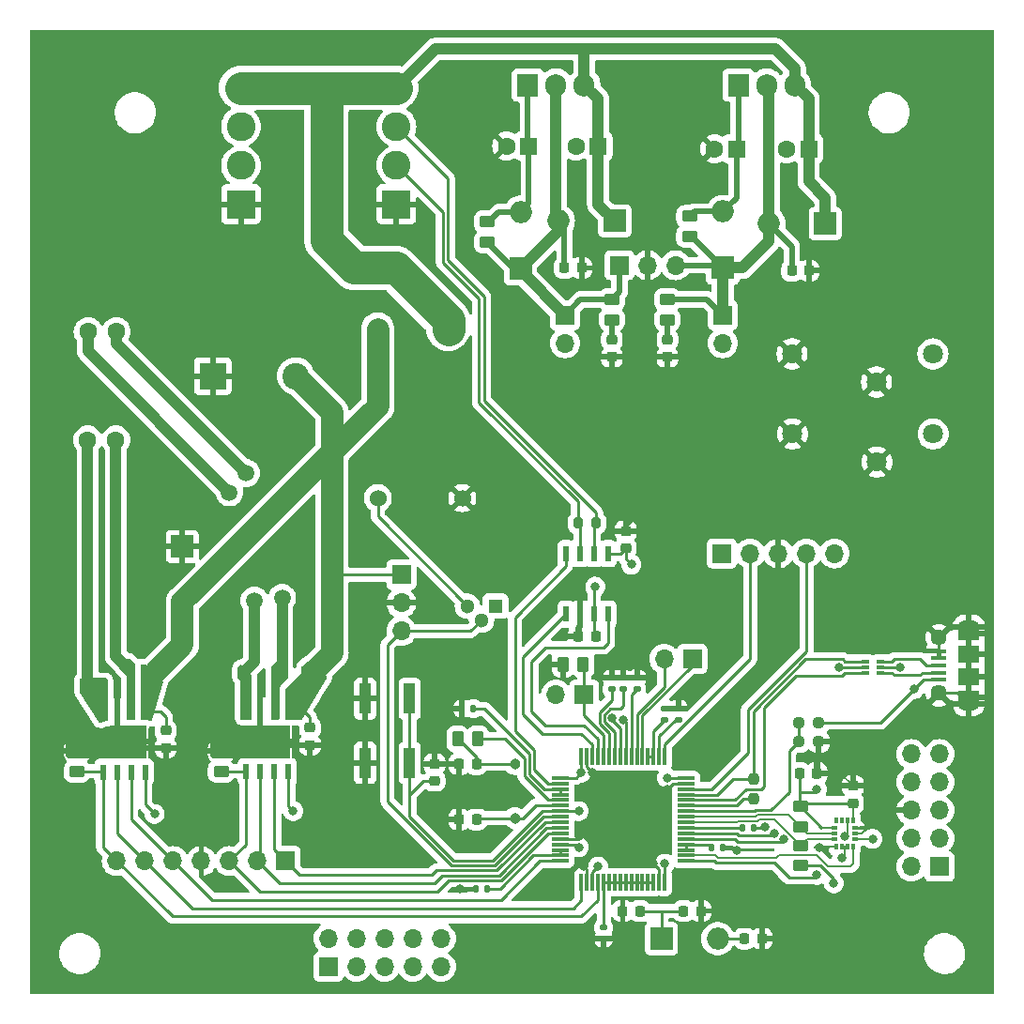
<source format=gtl>
G04 #@! TF.GenerationSoftware,KiCad,Pcbnew,7.0.8-7.0.8~ubuntu22.04.1*
G04 #@! TF.CreationDate,2024-01-26T15:53:44+01:00*
G04 #@! TF.ProjectId,shoulder,73686f75-6c64-4657-922e-6b696361645f,1.1*
G04 #@! TF.SameCoordinates,Original*
G04 #@! TF.FileFunction,Copper,L1,Top*
G04 #@! TF.FilePolarity,Positive*
%FSLAX46Y46*%
G04 Gerber Fmt 4.6, Leading zero omitted, Abs format (unit mm)*
G04 Created by KiCad (PCBNEW 7.0.8-7.0.8~ubuntu22.04.1) date 2024-01-26 15:53:44*
%MOMM*%
%LPD*%
G01*
G04 APERTURE LIST*
G04 Aperture macros list*
%AMRoundRect*
0 Rectangle with rounded corners*
0 $1 Rounding radius*
0 $2 $3 $4 $5 $6 $7 $8 $9 X,Y pos of 4 corners*
0 Add a 4 corners polygon primitive as box body*
4,1,4,$2,$3,$4,$5,$6,$7,$8,$9,$2,$3,0*
0 Add four circle primitives for the rounded corners*
1,1,$1+$1,$2,$3*
1,1,$1+$1,$4,$5*
1,1,$1+$1,$6,$7*
1,1,$1+$1,$8,$9*
0 Add four rect primitives between the rounded corners*
20,1,$1+$1,$2,$3,$4,$5,0*
20,1,$1+$1,$4,$5,$6,$7,0*
20,1,$1+$1,$6,$7,$8,$9,0*
20,1,$1+$1,$8,$9,$2,$3,0*%
G04 Aperture macros list end*
G04 #@! TA.AperFunction,ComponentPad*
%ADD10C,1.600200*%
G04 #@! TD*
G04 #@! TA.AperFunction,ComponentPad*
%ADD11R,2.000000X2.000000*%
G04 #@! TD*
G04 #@! TA.AperFunction,ComponentPad*
%ADD12O,2.000000X2.000000*%
G04 #@! TD*
G04 #@! TA.AperFunction,ComponentPad*
%ADD13R,2.400000X2.400000*%
G04 #@! TD*
G04 #@! TA.AperFunction,ComponentPad*
%ADD14C,2.400000*%
G04 #@! TD*
G04 #@! TA.AperFunction,SMDPad,CuDef*
%ADD15RoundRect,0.135000X0.135000X0.185000X-0.135000X0.185000X-0.135000X-0.185000X0.135000X-0.185000X0*%
G04 #@! TD*
G04 #@! TA.AperFunction,ComponentPad*
%ADD16R,1.700000X1.700000*%
G04 #@! TD*
G04 #@! TA.AperFunction,ComponentPad*
%ADD17O,1.700000X1.700000*%
G04 #@! TD*
G04 #@! TA.AperFunction,ComponentPad*
%ADD18R,1.905000X2.000000*%
G04 #@! TD*
G04 #@! TA.AperFunction,ComponentPad*
%ADD19O,1.905000X2.000000*%
G04 #@! TD*
G04 #@! TA.AperFunction,ComponentPad*
%ADD20C,1.800000*%
G04 #@! TD*
G04 #@! TA.AperFunction,SMDPad,CuDef*
%ADD21RoundRect,0.225000X-0.250000X0.225000X-0.250000X-0.225000X0.250000X-0.225000X0.250000X0.225000X0*%
G04 #@! TD*
G04 #@! TA.AperFunction,SMDPad,CuDef*
%ADD22RoundRect,0.200000X0.200000X0.275000X-0.200000X0.275000X-0.200000X-0.275000X0.200000X-0.275000X0*%
G04 #@! TD*
G04 #@! TA.AperFunction,ComponentPad*
%ADD23R,1.600000X1.600000*%
G04 #@! TD*
G04 #@! TA.AperFunction,ComponentPad*
%ADD24C,1.600000*%
G04 #@! TD*
G04 #@! TA.AperFunction,SMDPad,CuDef*
%ADD25RoundRect,0.135000X0.185000X-0.135000X0.185000X0.135000X-0.185000X0.135000X-0.185000X-0.135000X0*%
G04 #@! TD*
G04 #@! TA.AperFunction,SMDPad,CuDef*
%ADD26R,1.350000X0.400000*%
G04 #@! TD*
G04 #@! TA.AperFunction,ComponentPad*
%ADD27O,1.900000X1.200000*%
G04 #@! TD*
G04 #@! TA.AperFunction,SMDPad,CuDef*
%ADD28R,1.900000X1.200000*%
G04 #@! TD*
G04 #@! TA.AperFunction,ComponentPad*
%ADD29C,1.450000*%
G04 #@! TD*
G04 #@! TA.AperFunction,SMDPad,CuDef*
%ADD30R,1.900000X1.500000*%
G04 #@! TD*
G04 #@! TA.AperFunction,SMDPad,CuDef*
%ADD31RoundRect,0.135000X-0.185000X0.135000X-0.185000X-0.135000X0.185000X-0.135000X0.185000X0.135000X0*%
G04 #@! TD*
G04 #@! TA.AperFunction,SMDPad,CuDef*
%ADD32RoundRect,0.135000X-0.135000X-0.185000X0.135000X-0.185000X0.135000X0.185000X-0.135000X0.185000X0*%
G04 #@! TD*
G04 #@! TA.AperFunction,SMDPad,CuDef*
%ADD33RoundRect,0.225000X0.225000X0.250000X-0.225000X0.250000X-0.225000X-0.250000X0.225000X-0.250000X0*%
G04 #@! TD*
G04 #@! TA.AperFunction,ComponentPad*
%ADD34R,1.300000X1.300000*%
G04 #@! TD*
G04 #@! TA.AperFunction,ComponentPad*
%ADD35C,1.300000*%
G04 #@! TD*
G04 #@! TA.AperFunction,SMDPad,CuDef*
%ADD36RoundRect,0.250000X0.450000X-0.262500X0.450000X0.262500X-0.450000X0.262500X-0.450000X-0.262500X0*%
G04 #@! TD*
G04 #@! TA.AperFunction,SMDPad,CuDef*
%ADD37RoundRect,0.218750X0.256250X-0.218750X0.256250X0.218750X-0.256250X0.218750X-0.256250X-0.218750X0*%
G04 #@! TD*
G04 #@! TA.AperFunction,SMDPad,CuDef*
%ADD38R,0.558800X1.460500*%
G04 #@! TD*
G04 #@! TA.AperFunction,SMDPad,CuDef*
%ADD39R,3.403600X2.717800*%
G04 #@! TD*
G04 #@! TA.AperFunction,SMDPad,CuDef*
%ADD40RoundRect,0.237500X-0.250000X-0.237500X0.250000X-0.237500X0.250000X0.237500X-0.250000X0.237500X0*%
G04 #@! TD*
G04 #@! TA.AperFunction,SMDPad,CuDef*
%ADD41RoundRect,0.250000X-0.450000X0.262500X-0.450000X-0.262500X0.450000X-0.262500X0.450000X0.262500X0*%
G04 #@! TD*
G04 #@! TA.AperFunction,ComponentPad*
%ADD42C,1.524000*%
G04 #@! TD*
G04 #@! TA.AperFunction,SMDPad,CuDef*
%ADD43RoundRect,0.225000X-0.225000X-0.250000X0.225000X-0.250000X0.225000X0.250000X-0.225000X0.250000X0*%
G04 #@! TD*
G04 #@! TA.AperFunction,SMDPad,CuDef*
%ADD44R,0.351536X0.576580*%
G04 #@! TD*
G04 #@! TA.AperFunction,SMDPad,CuDef*
%ADD45R,0.576580X0.351536*%
G04 #@! TD*
G04 #@! TA.AperFunction,SMDPad,CuDef*
%ADD46R,0.532600X1.454899*%
G04 #@! TD*
G04 #@! TA.AperFunction,SMDPad,CuDef*
%ADD47R,1.000000X2.800000*%
G04 #@! TD*
G04 #@! TA.AperFunction,ComponentPad*
%ADD48C,0.965200*%
G04 #@! TD*
G04 #@! TA.AperFunction,ComponentPad*
%ADD49R,2.600000X2.600000*%
G04 #@! TD*
G04 #@! TA.AperFunction,ComponentPad*
%ADD50C,2.600000*%
G04 #@! TD*
G04 #@! TA.AperFunction,SMDPad,CuDef*
%ADD51RoundRect,0.225000X0.250000X-0.225000X0.250000X0.225000X-0.250000X0.225000X-0.250000X-0.225000X0*%
G04 #@! TD*
G04 #@! TA.AperFunction,SMDPad,CuDef*
%ADD52RoundRect,0.075000X-0.700000X-0.075000X0.700000X-0.075000X0.700000X0.075000X-0.700000X0.075000X0*%
G04 #@! TD*
G04 #@! TA.AperFunction,SMDPad,CuDef*
%ADD53RoundRect,0.075000X-0.075000X-0.700000X0.075000X-0.700000X0.075000X0.700000X-0.075000X0.700000X0*%
G04 #@! TD*
G04 #@! TA.AperFunction,SMDPad,CuDef*
%ADD54RoundRect,0.237500X-0.237500X0.250000X-0.237500X-0.250000X0.237500X-0.250000X0.237500X0.250000X0*%
G04 #@! TD*
G04 #@! TA.AperFunction,ComponentPad*
%ADD55C,2.000000*%
G04 #@! TD*
G04 #@! TA.AperFunction,SMDPad,CuDef*
%ADD56RoundRect,0.250000X-0.262500X-0.450000X0.262500X-0.450000X0.262500X0.450000X-0.262500X0.450000X0*%
G04 #@! TD*
G04 #@! TA.AperFunction,SMDPad,CuDef*
%ADD57R,0.685800X0.330200*%
G04 #@! TD*
G04 #@! TA.AperFunction,SMDPad,CuDef*
%ADD58RoundRect,0.250000X0.262500X0.450000X-0.262500X0.450000X-0.262500X-0.450000X0.262500X-0.450000X0*%
G04 #@! TD*
G04 #@! TA.AperFunction,SMDPad,CuDef*
%ADD59RoundRect,0.237500X0.250000X0.237500X-0.250000X0.237500X-0.250000X-0.237500X0.250000X-0.237500X0*%
G04 #@! TD*
G04 #@! TA.AperFunction,SMDPad,CuDef*
%ADD60RoundRect,0.218750X0.218750X0.256250X-0.218750X0.256250X-0.218750X-0.256250X0.218750X-0.256250X0*%
G04 #@! TD*
G04 #@! TA.AperFunction,ViaPad*
%ADD61C,0.800000*%
G04 #@! TD*
G04 #@! TA.AperFunction,ViaPad*
%ADD62C,1.000000*%
G04 #@! TD*
G04 #@! TA.AperFunction,ViaPad*
%ADD63C,1.500000*%
G04 #@! TD*
G04 #@! TA.AperFunction,Conductor*
%ADD64C,0.200000*%
G04 #@! TD*
G04 #@! TA.AperFunction,Conductor*
%ADD65C,0.250000*%
G04 #@! TD*
G04 #@! TA.AperFunction,Conductor*
%ADD66C,0.500000*%
G04 #@! TD*
G04 #@! TA.AperFunction,Conductor*
%ADD67C,2.000000*%
G04 #@! TD*
G04 #@! TA.AperFunction,Conductor*
%ADD68C,1.000000*%
G04 #@! TD*
G04 #@! TA.AperFunction,Conductor*
%ADD69C,3.000000*%
G04 #@! TD*
G04 APERTURE END LIST*
D10*
X67500000Y-42250000D03*
X70040000Y-42250000D03*
D11*
X134000000Y-32500000D03*
D12*
X128920000Y-32500000D03*
D13*
X78737246Y-46250000D03*
D14*
X86237246Y-46250000D03*
D15*
X124769999Y-88750000D03*
X123749999Y-88750000D03*
D16*
X89175000Y-99525000D03*
D17*
X89175000Y-96985000D03*
X91715000Y-99525000D03*
X91715000Y-96985000D03*
X94255000Y-99525000D03*
X94255000Y-96985000D03*
X96795000Y-99525000D03*
X96795000Y-96985000D03*
X99335000Y-99525000D03*
X99335000Y-96985000D03*
D16*
X124750000Y-40750000D03*
D17*
X124750000Y-43290000D03*
D18*
X107170000Y-20000000D03*
D19*
X109710000Y-20000000D03*
X112250000Y-20000000D03*
D20*
X131000000Y-44250000D03*
X138620000Y-46790000D03*
X143700000Y-44250000D03*
D21*
X98750000Y-81225000D03*
X98750000Y-82775000D03*
D22*
X113325000Y-59500000D03*
X111675000Y-59500000D03*
D16*
X144290000Y-90500000D03*
D17*
X141750000Y-90500000D03*
X144290000Y-87960000D03*
X141750000Y-87960000D03*
X144290000Y-85420000D03*
X141750000Y-85420000D03*
X144290000Y-82880000D03*
X141750000Y-82880000D03*
X144290000Y-80340000D03*
X141750000Y-80340000D03*
D23*
X107250000Y-25500000D03*
D24*
X105250000Y-25500000D03*
D25*
X114000000Y-97010000D03*
X114000000Y-95990000D03*
D11*
X106500000Y-36540000D03*
D12*
X106500000Y-31460000D03*
D26*
X144250000Y-73650000D03*
X144250000Y-73000000D03*
X144250000Y-72350000D03*
X144250000Y-71700000D03*
X144250000Y-71050000D03*
D27*
X146950000Y-75850000D03*
D28*
X146950000Y-75250000D03*
D29*
X144250000Y-74850000D03*
D30*
X146950000Y-73350000D03*
X146950000Y-71350000D03*
D29*
X144250000Y-69850000D03*
D28*
X146950000Y-69450000D03*
D27*
X146950000Y-68850000D03*
D31*
X120750000Y-76249999D03*
X120750000Y-77269999D03*
D11*
X115000000Y-32250000D03*
D12*
X109920000Y-32250000D03*
D32*
X101240000Y-76250000D03*
X102260000Y-76250000D03*
D23*
X126000000Y-25750000D03*
D24*
X124000000Y-25750000D03*
D33*
X117275000Y-94500000D03*
X115725000Y-94500000D03*
D34*
X104250000Y-67000000D03*
D35*
X102980000Y-68270000D03*
X101710000Y-67000000D03*
D36*
X66500000Y-81912500D03*
X66500000Y-80087500D03*
D37*
X119750000Y-44537500D03*
X119750000Y-42962500D03*
D38*
X68845000Y-81974150D03*
X70115000Y-81974150D03*
X71385000Y-81974150D03*
X72655000Y-81974150D03*
X72655000Y-76525850D03*
X71385000Y-76525850D03*
X70115000Y-76525850D03*
X68845000Y-76525850D03*
D39*
X70750000Y-79250000D03*
D40*
X131587500Y-79250000D03*
X133412500Y-79250000D03*
D41*
X131750000Y-85087500D03*
X131750000Y-86912500D03*
D42*
X93630000Y-57250000D03*
X93630000Y-42010000D03*
X99980000Y-42010000D03*
X101250000Y-57250000D03*
D11*
X119210000Y-97000000D03*
D12*
X124290000Y-97000000D03*
D18*
X126170000Y-20000000D03*
D19*
X128710000Y-20000000D03*
X131250000Y-20000000D03*
D43*
X121225000Y-94500000D03*
X122775000Y-94500000D03*
D44*
X134999999Y-88710300D03*
X135500000Y-88710300D03*
X136000000Y-88710300D03*
X136500001Y-88710300D03*
D45*
X136706300Y-87999999D03*
X136706300Y-87500000D03*
X136706300Y-87000001D03*
D44*
X136500001Y-86289700D03*
X136000000Y-86289700D03*
X135500000Y-86289700D03*
X134999999Y-86289700D03*
D45*
X134793700Y-87000001D03*
X134793700Y-87500000D03*
X134793700Y-87999999D03*
D37*
X114750000Y-44537500D03*
X114750000Y-42962500D03*
D46*
X110595000Y-67721348D03*
X111865000Y-67721348D03*
X113135000Y-67721348D03*
X114405000Y-67721348D03*
X114405000Y-62278652D03*
X113135000Y-62278652D03*
X111865000Y-62278652D03*
X110595000Y-62278652D03*
D16*
X115420000Y-36250000D03*
D17*
X117960000Y-36250000D03*
X120500000Y-36250000D03*
D15*
X127510000Y-87000000D03*
X126490000Y-87000000D03*
D16*
X110500000Y-40750000D03*
D17*
X110500000Y-43290000D03*
D47*
X92500000Y-81150000D03*
X92500000Y-75350000D03*
X96500000Y-81150000D03*
X96500000Y-75350000D03*
D38*
X81750000Y-81948300D03*
X83020000Y-81948300D03*
X84290000Y-81948300D03*
X85560000Y-81948300D03*
X85560000Y-76500000D03*
X84290000Y-76500000D03*
X83020000Y-76500000D03*
X81750000Y-76500000D03*
D39*
X83655000Y-79224150D03*
D48*
X106000000Y-81250000D03*
X106000000Y-86130001D03*
D49*
X81295000Y-30750000D03*
D50*
X81295000Y-27250000D03*
X81295000Y-23750000D03*
X81295000Y-20250000D03*
D51*
X116000000Y-61775000D03*
X116000000Y-60225000D03*
D52*
X110075000Y-82500000D03*
X110075000Y-83000000D03*
X110075000Y-83500000D03*
X110075000Y-84000000D03*
X110075000Y-84500000D03*
X110075000Y-85000000D03*
X110075000Y-85500000D03*
X110075000Y-86000000D03*
X110075000Y-86500000D03*
X110075000Y-87000000D03*
X110075000Y-87500000D03*
X110075000Y-88000000D03*
X110075000Y-88500000D03*
X110075000Y-89000000D03*
X110075000Y-89500000D03*
X110075000Y-90000000D03*
D53*
X112000000Y-91925000D03*
X112500000Y-91925000D03*
X113000000Y-91925000D03*
X113500000Y-91925000D03*
X114000000Y-91925000D03*
X114500000Y-91925000D03*
X115000000Y-91925000D03*
X115500000Y-91925000D03*
X116000000Y-91925000D03*
X116500000Y-91925000D03*
X117000000Y-91925000D03*
X117500000Y-91925000D03*
X118000000Y-91925000D03*
X118500000Y-91925000D03*
X119000000Y-91925000D03*
X119500000Y-91925000D03*
D52*
X121425000Y-90000000D03*
X121425000Y-89500000D03*
X121425000Y-89000000D03*
X121425000Y-88500000D03*
X121425000Y-88000000D03*
X121425000Y-87500000D03*
X121425000Y-87000000D03*
X121425000Y-86500000D03*
X121425000Y-86000000D03*
X121425000Y-85500000D03*
X121425000Y-85000000D03*
X121425000Y-84500000D03*
X121425000Y-84000000D03*
X121425000Y-83500000D03*
X121425000Y-83000000D03*
X121425000Y-82500000D03*
D53*
X119500000Y-80575000D03*
X119000000Y-80575000D03*
X118500000Y-80575000D03*
X118000000Y-80575000D03*
X117500000Y-80575000D03*
X117000000Y-80575000D03*
X116500000Y-80575000D03*
X116000000Y-80575000D03*
X115500000Y-80575000D03*
X115000000Y-80575000D03*
X114500000Y-80575000D03*
X114000000Y-80575000D03*
X113500000Y-80575000D03*
X113000000Y-80575000D03*
X112500000Y-80575000D03*
X112000000Y-80575000D03*
D33*
X113275000Y-69750000D03*
X111725000Y-69750000D03*
D16*
X122000000Y-71750000D03*
D17*
X119460000Y-71750000D03*
D16*
X124675000Y-62250000D03*
D17*
X127215000Y-62250000D03*
X129755000Y-62250000D03*
X132295000Y-62250000D03*
X134835000Y-62250000D03*
D31*
X117000000Y-73490000D03*
X117000000Y-74510000D03*
X119500000Y-76240000D03*
X119500000Y-77260000D03*
D43*
X130975000Y-36750000D03*
X132525000Y-36750000D03*
D36*
X121750000Y-33662500D03*
X121750000Y-31837500D03*
D54*
X127500000Y-82587500D03*
X127500000Y-84412500D03*
D33*
X102525000Y-86250000D03*
X100975000Y-86250000D03*
X102525000Y-81250000D03*
X100975000Y-81250000D03*
D16*
X112250000Y-75000000D03*
D17*
X109710000Y-75000000D03*
D11*
X76000000Y-61632323D03*
D55*
X76000000Y-66632323D03*
D20*
X131025000Y-51475000D03*
X138645000Y-54015000D03*
X143725000Y-51475000D03*
D36*
X79500000Y-81912500D03*
X79500000Y-80087500D03*
D51*
X74500000Y-79775000D03*
X74500000Y-78225000D03*
D36*
X103500000Y-34162500D03*
X103500000Y-32337500D03*
D41*
X119750000Y-39337500D03*
X119750000Y-41162500D03*
D16*
X95750000Y-64170000D03*
D17*
X95750000Y-66710000D03*
X95750000Y-69250000D03*
D23*
X113500000Y-25500000D03*
D24*
X111500000Y-25500000D03*
D16*
X85330000Y-90000000D03*
D17*
X82790000Y-90000000D03*
X80250000Y-90000000D03*
X77710000Y-90000000D03*
X75170000Y-90000000D03*
X72630000Y-90000000D03*
X70090000Y-90000000D03*
D56*
X110337500Y-72250000D03*
X112162500Y-72250000D03*
D57*
X139000000Y-73000000D03*
X139000000Y-72500001D03*
X139000000Y-72000002D03*
X137577600Y-72000002D03*
X137577600Y-72500001D03*
X137577600Y-73000000D03*
D10*
X67460000Y-52000000D03*
X70000000Y-52000000D03*
D41*
X114750000Y-39337500D03*
X114750000Y-41162500D03*
D36*
X131750000Y-90412500D03*
X131750000Y-88587500D03*
D11*
X124750000Y-36500000D03*
D12*
X124750000Y-31420000D03*
D31*
X115750000Y-73490000D03*
X115750000Y-74510000D03*
D58*
X102662500Y-79000000D03*
X100837500Y-79000000D03*
D51*
X87500000Y-79525000D03*
X87500000Y-77975000D03*
D32*
X102500000Y-92500000D03*
X103520000Y-92500000D03*
D49*
X95295000Y-30750000D03*
D50*
X95295000Y-27250000D03*
X95295000Y-23750000D03*
X95295000Y-20250000D03*
D51*
X136500000Y-84775000D03*
X136500000Y-83225000D03*
D43*
X131685000Y-82080000D03*
X133235000Y-82080000D03*
D59*
X133412500Y-77500000D03*
X131587500Y-77500000D03*
D60*
X128287500Y-97000000D03*
X126712500Y-97000000D03*
D23*
X132500000Y-25750000D03*
D24*
X130500000Y-25750000D03*
D43*
X110475000Y-36500000D03*
X112025000Y-36500000D03*
D31*
X114750000Y-73480001D03*
X114750000Y-74500001D03*
D61*
X86000000Y-85500000D03*
X138250000Y-88000000D03*
X113500000Y-90500000D03*
X119737701Y-82487701D03*
X111750000Y-88750000D03*
X119512299Y-90237701D03*
X73500000Y-85750000D03*
X112000000Y-82000000D03*
X133250000Y-83525156D03*
X116500000Y-63250000D03*
X134750000Y-92000000D03*
X135500000Y-89750000D03*
X106500000Y-100750000D03*
X140000000Y-38250000D03*
X73000000Y-100750000D03*
X65750000Y-29250000D03*
X77000000Y-100750000D03*
X100500000Y-49750000D03*
X77000000Y-96750000D03*
X115670000Y-51500000D03*
X123670000Y-51500000D03*
X123670000Y-55500000D03*
X106500000Y-96750000D03*
X134500000Y-95000000D03*
X108750000Y-72500000D03*
X115670000Y-55500000D03*
X112750000Y-34750000D03*
D62*
X81000000Y-80000000D03*
D61*
X96500000Y-45750000D03*
X140000000Y-30250000D03*
X144000000Y-30250000D03*
X107670000Y-47500000D03*
D62*
X68000000Y-80000000D03*
D61*
X142750000Y-64250000D03*
X138500000Y-99000000D03*
X69750000Y-33250000D03*
X96500000Y-53750000D03*
X119670000Y-51500000D03*
X146750000Y-60250000D03*
X73750000Y-29250000D03*
X102500000Y-96750000D03*
X112250000Y-90500000D03*
X135355000Y-82080000D03*
X144000000Y-34250000D03*
X133500000Y-88750000D03*
X88500000Y-89250000D03*
X80250000Y-39500000D03*
X138750000Y-60250000D03*
X119670000Y-55500000D03*
X73750000Y-33250000D03*
X142750000Y-60250000D03*
X140750000Y-72500000D03*
X121250000Y-23750000D03*
X92500000Y-85250000D03*
X84250000Y-43500000D03*
X101000000Y-92500000D03*
X130500000Y-95000000D03*
X110500000Y-96750000D03*
X117000000Y-58750000D03*
X138750000Y-64250000D03*
X96500000Y-49750000D03*
X146750000Y-64250000D03*
X98750000Y-85250000D03*
D62*
X66500000Y-78500000D03*
D61*
X112999503Y-82000000D03*
X117250000Y-23750000D03*
X121250000Y-27750000D03*
X119670000Y-47500000D03*
X81000000Y-96750000D03*
X73000000Y-96750000D03*
X100500000Y-45750000D03*
X65750000Y-33250000D03*
X88500000Y-85250000D03*
X111750000Y-87750000D03*
X111670000Y-47500000D03*
D62*
X79500000Y-78500000D03*
D61*
X111500000Y-65250000D03*
X84250000Y-39500000D03*
D62*
X81000000Y-78500000D03*
D61*
X117250000Y-27750000D03*
X144000000Y-38250000D03*
X102500000Y-100750000D03*
D62*
X68000000Y-78500000D03*
D61*
X134000000Y-36750000D03*
X115670000Y-47500000D03*
X119750000Y-83500000D03*
X92500000Y-89250000D03*
X100500000Y-53750000D03*
X81000000Y-100750000D03*
X128545998Y-86934380D03*
X134500000Y-99000000D03*
X118500000Y-90250000D03*
X130500000Y-99000000D03*
X110500000Y-100750000D03*
X138500000Y-95000000D03*
X80250000Y-43500000D03*
X126000000Y-89000000D03*
X69750000Y-29250000D03*
X140000000Y-34250000D03*
X111670000Y-51500000D03*
X113250000Y-65250000D03*
X111750000Y-85500000D03*
X115775500Y-77250000D03*
X114785432Y-77112994D03*
X129363931Y-87508829D03*
X130211628Y-88038372D03*
X135750000Y-87750000D03*
X133250000Y-91250000D03*
X142000000Y-74500000D03*
X135250000Y-72500000D03*
D63*
X80250000Y-56750000D03*
X82500000Y-66500000D03*
X81750000Y-55000000D03*
X85000000Y-66250000D03*
D64*
X135750000Y-89500000D02*
X135500000Y-89750000D01*
D65*
X113500000Y-90500000D02*
X113000000Y-91000000D01*
X115496348Y-62278652D02*
X116000000Y-61775000D01*
X72655000Y-81974150D02*
X72655000Y-84905000D01*
X116000000Y-62750000D02*
X116500000Y-63250000D01*
X131685000Y-83750000D02*
X131685000Y-85022500D01*
X111500000Y-82500000D02*
X112000000Y-82000000D01*
X117275000Y-94500000D02*
X119250000Y-94500000D01*
X119210000Y-97000000D02*
X119210000Y-94540000D01*
X131685000Y-82080000D02*
X131685000Y-83750000D01*
X112000000Y-80575000D02*
X112000000Y-82000000D01*
X72655000Y-84905000D02*
X73500000Y-85750000D01*
X131685000Y-83750000D02*
X133025156Y-83750000D01*
D64*
X132062500Y-84775000D02*
X131750000Y-85087500D01*
X135750000Y-88710300D02*
X135750000Y-89500000D01*
D65*
X116000000Y-61775000D02*
X116000000Y-62750000D01*
X110075000Y-88500000D02*
X111500000Y-88500000D01*
X114405000Y-62278652D02*
X115496348Y-62278652D01*
D64*
X135750000Y-88710300D02*
X136000000Y-88710300D01*
X136706300Y-87999999D02*
X138250000Y-88000000D01*
D65*
X119500000Y-90250000D02*
X119500000Y-91925000D01*
X85560000Y-81948300D02*
X85560000Y-85060000D01*
X136500000Y-84775000D02*
X132062500Y-84775000D01*
D64*
X131685000Y-85022500D02*
X131750000Y-85087500D01*
X135500000Y-88710300D02*
X135750000Y-88710300D01*
D65*
X110075000Y-82500000D02*
X111500000Y-82500000D01*
X119250000Y-94500000D02*
X121225000Y-94500000D01*
X133662501Y-87000001D02*
X131750000Y-85087500D01*
X134750000Y-91601040D02*
X134750000Y-92000000D01*
X133561460Y-90412500D02*
X134750000Y-91601040D01*
D64*
X134793700Y-87000001D02*
X133662501Y-87000001D01*
D65*
X85560000Y-85060000D02*
X86000000Y-85500000D01*
D64*
X133025156Y-83750000D02*
X133250000Y-83525156D01*
X136500001Y-86289700D02*
X136500000Y-84775000D01*
D65*
X121425000Y-82500000D02*
X119750000Y-82500000D01*
X131750000Y-90412500D02*
X133561460Y-90412500D01*
X119750000Y-82500000D02*
X119737701Y-82487701D01*
X111500000Y-88500000D02*
X111750000Y-88750000D01*
X119512299Y-90237701D02*
X119500000Y-90250000D01*
X113000000Y-91000000D02*
X113000000Y-91925000D01*
X119210000Y-94540000D02*
X119250000Y-94500000D01*
X102500000Y-92500000D02*
X101000000Y-92500000D01*
D66*
X83955850Y-79525000D02*
X83655000Y-79224150D01*
D65*
X100975000Y-86250000D02*
X99750000Y-86250000D01*
X111865000Y-67721348D02*
X111865000Y-65615000D01*
X112750000Y-81724695D02*
X112750000Y-81750497D01*
X145950000Y-74850000D02*
X146950000Y-75850000D01*
X110075000Y-88000000D02*
X111500000Y-88000000D01*
X111865000Y-65615000D02*
X111500000Y-65250000D01*
D64*
X136706300Y-87000001D02*
X137750000Y-87000000D01*
D65*
X116000000Y-60225000D02*
X116000000Y-59750000D01*
X100975000Y-86250000D02*
X100975000Y-84000000D01*
D66*
X74500000Y-79775000D02*
X71275000Y-79775000D01*
D65*
X119000000Y-90750000D02*
X118500000Y-90250000D01*
X112250000Y-90500000D02*
X112500000Y-90750000D01*
X99750000Y-86250000D02*
X98750000Y-85250000D01*
X146950000Y-69450000D02*
X146950000Y-75850000D01*
D66*
X87500000Y-79525000D02*
X83955850Y-79525000D01*
D65*
X124769999Y-88750000D02*
X125750000Y-88750000D01*
D64*
X137250000Y-87500000D02*
X137750000Y-87000000D01*
D65*
X121425000Y-83000000D02*
X120250000Y-83000000D01*
D66*
X70115000Y-76525850D02*
X70115000Y-78615000D01*
D65*
X139000000Y-72500001D02*
X140750000Y-72500000D01*
D66*
X132525000Y-36750000D02*
X134000000Y-36750000D01*
D64*
X136706300Y-87500000D02*
X137250000Y-87500000D01*
D65*
X128545998Y-86934380D02*
X128480378Y-87000000D01*
D64*
X133539700Y-88710300D02*
X133500000Y-88750000D01*
D66*
X112025000Y-35475000D02*
X112750000Y-34750000D01*
D65*
X92500000Y-81150000D02*
X92500000Y-75350000D01*
X109000000Y-72250000D02*
X108750000Y-72500000D01*
D64*
X135355000Y-82080000D02*
X136500000Y-83225000D01*
D65*
X100950000Y-81225000D02*
X100975000Y-81250000D01*
X110337500Y-72250000D02*
X109000000Y-72250000D01*
X128480378Y-87000000D02*
X127510000Y-87000000D01*
X119000000Y-91925000D02*
X119000000Y-90750000D01*
X112500000Y-90750000D02*
X112500000Y-91925000D01*
X98750000Y-81225000D02*
X100950000Y-81225000D01*
D66*
X70115000Y-78615000D02*
X70750000Y-79250000D01*
D65*
X100975000Y-84000000D02*
X100975000Y-81250000D01*
X111865000Y-69610000D02*
X111725000Y-69750000D01*
X133412500Y-79250000D02*
X133412500Y-81902500D01*
X133412500Y-81902500D02*
X133235000Y-82080000D01*
X112500000Y-80575000D02*
X112500000Y-81474695D01*
X144250000Y-74850000D02*
X145950000Y-74850000D01*
D66*
X83020000Y-78589150D02*
X83655000Y-79224150D01*
X71275000Y-79775000D02*
X70750000Y-79250000D01*
D64*
X134999999Y-88710300D02*
X133539700Y-88710300D01*
D66*
X83020000Y-76500000D02*
X83020000Y-78589150D01*
D65*
X112750000Y-81750497D02*
X112999503Y-82000000D01*
D66*
X112025000Y-36500000D02*
X112025000Y-35475000D01*
D65*
X112500000Y-81474695D02*
X112750000Y-81724695D01*
X120250000Y-83000000D02*
X119750000Y-83500000D01*
X111865000Y-67721348D02*
X111865000Y-69610000D01*
X125750000Y-88750000D02*
X126000000Y-89000000D01*
X116000000Y-59750000D02*
X117000000Y-58750000D01*
X111500000Y-88000000D02*
X111750000Y-87750000D01*
X144250000Y-71700000D02*
X144250000Y-69850000D01*
D64*
X133235000Y-82080000D02*
X135355000Y-82080000D01*
D65*
X124290000Y-97000000D02*
X126712500Y-97000000D01*
X143100000Y-72350000D02*
X144250000Y-72350000D01*
X142525000Y-71775000D02*
X143100000Y-72350000D01*
X139000000Y-72000002D02*
X139999998Y-72000002D01*
X140225000Y-71775000D02*
X142525000Y-71775000D01*
X139999998Y-72000002D02*
X140225000Y-71775000D01*
D67*
X89500000Y-71250000D02*
X88000000Y-72750000D01*
X89500000Y-58500000D02*
X89500000Y-64000000D01*
D65*
X89670000Y-64170000D02*
X89500000Y-64000000D01*
D67*
X76000000Y-66632323D02*
X76000000Y-70500000D01*
X93630000Y-42010000D02*
X93630000Y-49002323D01*
D65*
X85560000Y-76500000D02*
X87000000Y-76500000D01*
X95750000Y-64170000D02*
X89670000Y-64170000D01*
D67*
X76000000Y-70500000D02*
X73500000Y-73000000D01*
X93630000Y-49002323D02*
X76000000Y-66632323D01*
X86237246Y-46250000D02*
X89500000Y-49512754D01*
D65*
X87000000Y-76500000D02*
X87500000Y-77000000D01*
D67*
X89500000Y-49512754D02*
X89500000Y-58500000D01*
D65*
X72655000Y-76525850D02*
X74025850Y-76525850D01*
D67*
X89500000Y-64000000D02*
X89500000Y-71250000D01*
D65*
X87500000Y-77000000D02*
X87500000Y-77975000D01*
X74025850Y-76525850D02*
X74500000Y-77000000D01*
X74500000Y-77000000D02*
X74500000Y-78225000D01*
X101710000Y-67000000D02*
X93630000Y-58920000D01*
X93630000Y-58920000D02*
X93630000Y-57250000D01*
D68*
X113500000Y-25500000D02*
X113500000Y-30750000D01*
X132500000Y-21250000D02*
X132500000Y-25750000D01*
X98795000Y-16750000D02*
X112500000Y-16750000D01*
D69*
X95250000Y-36500000D02*
X99980000Y-41230000D01*
D68*
X112250000Y-17000000D02*
X112500000Y-16750000D01*
X112250000Y-20000000D02*
X112250000Y-17000000D01*
X112250000Y-20000000D02*
X113500000Y-21250000D01*
X112500000Y-16750000D02*
X129500000Y-16750000D01*
X113500000Y-21250000D02*
X113500000Y-25500000D01*
D69*
X89000000Y-20250000D02*
X89000000Y-34000000D01*
D68*
X134000000Y-30210000D02*
X134000000Y-32500000D01*
X131250000Y-18500000D02*
X131250000Y-20000000D01*
X131250000Y-20000000D02*
X132500000Y-21250000D01*
X132500000Y-25750000D02*
X132500000Y-28710000D01*
X95295000Y-20250000D02*
X98795000Y-16750000D01*
D69*
X87500000Y-20250000D02*
X95295000Y-20250000D01*
X99980000Y-41230000D02*
X99980000Y-42010000D01*
X81295000Y-20250000D02*
X87500000Y-20250000D01*
D68*
X132500000Y-28710000D02*
X134000000Y-30210000D01*
D69*
X89000000Y-34000000D02*
X91500000Y-36500000D01*
D68*
X129500000Y-16750000D02*
X131250000Y-18500000D01*
X113500000Y-30750000D02*
X115000000Y-32250000D01*
D69*
X87500000Y-20250000D02*
X89000000Y-20250000D01*
X91500000Y-36500000D02*
X95250000Y-36500000D01*
D65*
X102525000Y-80687500D02*
X102525000Y-81250000D01*
X102525000Y-81250000D02*
X106000000Y-81250000D01*
X100837500Y-79000000D02*
X102525000Y-80687500D01*
X113135000Y-67721348D02*
X113135000Y-65365000D01*
X113135000Y-67721348D02*
X113135000Y-69610000D01*
X113135000Y-65365000D02*
X113250000Y-65250000D01*
X113135000Y-69610000D02*
X113275000Y-69750000D01*
D66*
X103662500Y-32337500D02*
X103500000Y-32337500D01*
X107170000Y-25420000D02*
X107250000Y-25500000D01*
X104540000Y-31460000D02*
X103662500Y-32337500D01*
X107170000Y-20000000D02*
X107170000Y-25420000D01*
X107250000Y-25500000D02*
X107250000Y-30710000D01*
X107250000Y-30710000D02*
X106500000Y-31460000D01*
X106500000Y-31460000D02*
X104540000Y-31460000D01*
X126170000Y-20000000D02*
X126170000Y-25580000D01*
X122167500Y-31420000D02*
X121750000Y-31837500D01*
X126000000Y-30170000D02*
X124750000Y-31420000D01*
X124750000Y-31420000D02*
X122167500Y-31420000D01*
X126170000Y-25580000D02*
X126000000Y-25750000D01*
X126000000Y-25750000D02*
X126000000Y-30170000D01*
X114750000Y-41162500D02*
X114750000Y-42962500D01*
X119750000Y-41162500D02*
X119750000Y-42962500D01*
X115420000Y-38667500D02*
X114750000Y-39337500D01*
X111912500Y-39337500D02*
X110500000Y-40750000D01*
X110475000Y-32805000D02*
X109920000Y-32250000D01*
D68*
X106500000Y-36750000D02*
X110500000Y-40750000D01*
D66*
X114750000Y-39337500D02*
X111912500Y-39337500D01*
X115420000Y-36250000D02*
X115420000Y-38667500D01*
X110475000Y-36500000D02*
X110475000Y-32805000D01*
D68*
X109920000Y-33120000D02*
X106500000Y-36540000D01*
X109710000Y-20000000D02*
X109710000Y-32040000D01*
D66*
X103500000Y-34162500D02*
X105877500Y-36540000D01*
D68*
X109920000Y-32250000D02*
X109920000Y-33120000D01*
X109710000Y-32040000D02*
X109920000Y-32250000D01*
X106500000Y-36540000D02*
X106500000Y-36750000D01*
D66*
X105877500Y-36540000D02*
X106500000Y-36540000D01*
X119750000Y-39337500D02*
X123337500Y-39337500D01*
D68*
X128920000Y-20210000D02*
X128710000Y-20000000D01*
D66*
X121750000Y-33662500D02*
X121912500Y-33662500D01*
X130975000Y-36750000D02*
X130975000Y-34555000D01*
X123337500Y-39337500D02*
X124750000Y-40750000D01*
X121912500Y-33662500D02*
X124750000Y-36500000D01*
D68*
X126540000Y-36500000D02*
X124750000Y-36500000D01*
X128920000Y-32500000D02*
X128920000Y-34120000D01*
X128920000Y-34120000D02*
X126540000Y-36500000D01*
X128920000Y-32500000D02*
X128920000Y-20210000D01*
D66*
X124500000Y-36250000D02*
X124750000Y-36500000D01*
D68*
X124750000Y-36500000D02*
X124750000Y-40750000D01*
D66*
X120500000Y-36250000D02*
X124500000Y-36250000D01*
X130975000Y-34555000D02*
X128920000Y-32500000D01*
D65*
X84790000Y-92000000D02*
X98750000Y-92000000D01*
X83020000Y-81948300D02*
X83020000Y-89770000D01*
X98750000Y-92000000D02*
X99450000Y-91300000D01*
X108863604Y-87000000D02*
X110075000Y-87000000D01*
X99450000Y-91300000D02*
X104563604Y-91300000D01*
X104563604Y-91300000D02*
X108863604Y-87000000D01*
X82790000Y-90000000D02*
X84790000Y-92000000D01*
X83020000Y-89770000D02*
X82790000Y-90000000D01*
X98500000Y-91250000D02*
X98900000Y-90850000D01*
X98900000Y-90850000D02*
X104377208Y-90850000D01*
X108727208Y-86500000D02*
X110075000Y-86500000D01*
X86580000Y-91250000D02*
X98500000Y-91250000D01*
X84290000Y-81948300D02*
X84290000Y-88960000D01*
X104377208Y-90850000D02*
X108727208Y-86500000D01*
X85330000Y-90000000D02*
X86580000Y-91250000D01*
X84290000Y-88960000D02*
X85330000Y-90000000D01*
X70090000Y-90000000D02*
X75090000Y-95000000D01*
X75090000Y-95000000D02*
X112000000Y-95000000D01*
X113500000Y-93500000D02*
X113500000Y-91925000D01*
X66500000Y-81912500D02*
X68783350Y-81912500D01*
X68783350Y-81912500D02*
X68845000Y-81974150D01*
X68845000Y-81974150D02*
X68845000Y-88755000D01*
X68845000Y-88755000D02*
X70090000Y-90000000D01*
X112000000Y-95000000D02*
X113500000Y-93500000D01*
X72630000Y-90000000D02*
X76880000Y-94250000D01*
X111250000Y-94250000D02*
X112000000Y-93500000D01*
X112000000Y-93500000D02*
X112000000Y-91925000D01*
X70115000Y-87485000D02*
X72630000Y-90000000D01*
X70115000Y-81974150D02*
X70115000Y-87485000D01*
X76880000Y-94250000D02*
X111250000Y-94250000D01*
X75170000Y-90000000D02*
X78670000Y-93500000D01*
X71385000Y-86215000D02*
X75170000Y-90000000D01*
X108250000Y-90000000D02*
X110075000Y-90000000D01*
X104750000Y-93500000D02*
X108250000Y-90000000D01*
X78670000Y-93500000D02*
X104750000Y-93500000D01*
X71385000Y-81974150D02*
X71385000Y-86215000D01*
X100000000Y-91750000D02*
X104750000Y-91750000D01*
X99000000Y-92750000D02*
X100000000Y-91750000D01*
X79500000Y-81912500D02*
X81714200Y-81912500D01*
X83000000Y-92750000D02*
X99000000Y-92750000D01*
X81750000Y-88500000D02*
X80250000Y-90000000D01*
X104750000Y-91750000D02*
X109000000Y-87500000D01*
X80250000Y-90000000D02*
X83000000Y-92750000D01*
X81714200Y-81912500D02*
X81750000Y-81948300D01*
X109000000Y-87500000D02*
X110075000Y-87500000D01*
X81750000Y-81948300D02*
X81750000Y-88500000D01*
X94500000Y-84636396D02*
X94500000Y-70500000D01*
X102000000Y-69250000D02*
X102980000Y-68270000D01*
X108590812Y-86000000D02*
X104190812Y-90400000D01*
X104190812Y-90400000D02*
X100263604Y-90400000D01*
X95750000Y-69250000D02*
X102000000Y-69250000D01*
X110075000Y-86000000D02*
X108590812Y-86000000D01*
X94500000Y-70500000D02*
X95750000Y-69250000D01*
X100263604Y-90400000D02*
X94500000Y-84636396D01*
X96500000Y-81150000D02*
X96500000Y-84000000D01*
X104004416Y-89950000D02*
X108454416Y-85500000D01*
X98750000Y-82775000D02*
X97725000Y-82775000D01*
X96500000Y-86000000D02*
X100450000Y-89950000D01*
X100450000Y-89950000D02*
X104004416Y-89950000D01*
X110075000Y-85500000D02*
X111750000Y-85500000D01*
X96500000Y-84000000D02*
X96500000Y-86000000D01*
X96500000Y-81150000D02*
X96500000Y-75350000D01*
X97725000Y-82775000D02*
X96500000Y-84000000D01*
X108454416Y-85500000D02*
X110075000Y-85500000D01*
X114000000Y-78625659D02*
X112250000Y-76875659D01*
X114000000Y-80575000D02*
X114000000Y-78625659D01*
X112250000Y-75000000D02*
X112250000Y-72337500D01*
X112250000Y-76875659D02*
X112250000Y-75000000D01*
X112250000Y-72337500D02*
X112162500Y-72250000D01*
X106000000Y-86130001D02*
X106750000Y-86130001D01*
X106000000Y-86130001D02*
X102644999Y-86130001D01*
X106750000Y-86130001D02*
X107880001Y-85000000D01*
X102644999Y-86130001D02*
X102525000Y-86250000D01*
X107880001Y-85000000D02*
X110075000Y-85000000D01*
X103200000Y-39063604D02*
X99950000Y-35813604D01*
X99950000Y-28405000D02*
X95295000Y-23750000D01*
X113325000Y-58575000D02*
X103200000Y-48450000D01*
X113135000Y-62278652D02*
X113135000Y-59690000D01*
X113325000Y-59500000D02*
X113325000Y-58575000D01*
X99950000Y-35813604D02*
X99950000Y-28405000D01*
X103200000Y-48450000D02*
X103200000Y-39063604D01*
X113135000Y-59690000D02*
X113325000Y-59500000D01*
X111675000Y-57561396D02*
X102750000Y-48636396D01*
X111865000Y-59690000D02*
X111675000Y-59500000D01*
X99500000Y-31455000D02*
X95295000Y-27250000D01*
X99500000Y-36000000D02*
X99500000Y-31455000D01*
X111865000Y-62278652D02*
X111865000Y-59690000D01*
X102750000Y-48636396D02*
X102750000Y-39250000D01*
X102750000Y-39250000D02*
X99500000Y-36000000D01*
X111675000Y-59500000D02*
X111675000Y-57561396D01*
X116000000Y-77474500D02*
X116000000Y-80575000D01*
X115775500Y-77250000D02*
X116000000Y-77474500D01*
X115500000Y-78000000D02*
X115500000Y-80575000D01*
X114785432Y-77285432D02*
X115500000Y-78000000D01*
X114785432Y-77112994D02*
X114785432Y-77285432D01*
X129213380Y-87659380D02*
X126178842Y-87659380D01*
X126178842Y-87659380D02*
X126019462Y-87500000D01*
X126019462Y-87500000D02*
X121425000Y-87500000D01*
X129363931Y-87508829D02*
X129213380Y-87659380D01*
X130211628Y-88038372D02*
X130016171Y-88233829D01*
X126116895Y-88233829D02*
X125883066Y-88000000D01*
X130016171Y-88233829D02*
X126116895Y-88233829D01*
X125883066Y-88000000D02*
X121425000Y-88000000D01*
X137577600Y-73000000D02*
X135775305Y-73000000D01*
X126863604Y-83500000D02*
X125863604Y-84500000D01*
X128250000Y-83500000D02*
X126863604Y-83500000D01*
X125863604Y-84500000D02*
X121425000Y-84500000D01*
X135775305Y-73000000D02*
X135525305Y-73250000D01*
X128500000Y-83250000D02*
X128250000Y-83500000D01*
X131386396Y-73250000D02*
X128500000Y-76136396D01*
X128500000Y-76136396D02*
X128500000Y-83250000D01*
X135525305Y-73250000D02*
X131386396Y-73250000D01*
X137577598Y-72000000D02*
X135775305Y-72000000D01*
X125662500Y-82587500D02*
X124250000Y-84000000D01*
X135775305Y-72000000D02*
X135550305Y-71775000D01*
X124250000Y-84000000D02*
X121425000Y-84000000D01*
X127500000Y-82587500D02*
X125662500Y-82587500D01*
X135550305Y-71775000D02*
X132225000Y-71775000D01*
X132225000Y-71775000D02*
X127500000Y-76500000D01*
X127500000Y-76500000D02*
X127500000Y-82587500D01*
X137577600Y-72000002D02*
X137577598Y-72000000D01*
X127583274Y-85500000D02*
X127673894Y-85409380D01*
X131587500Y-79250000D02*
X131587500Y-77500000D01*
X130750000Y-80087500D02*
X131587500Y-79250000D01*
X127673894Y-85409380D02*
X129090620Y-85409380D01*
X121425000Y-85500000D02*
X127583274Y-85500000D01*
X130750000Y-83750000D02*
X130750000Y-80087500D01*
X129090620Y-85409380D02*
X130750000Y-83750000D01*
X126000000Y-85000000D02*
X121425000Y-85000000D01*
X126587500Y-84412500D02*
X126000000Y-85000000D01*
X127500000Y-84412500D02*
X126587500Y-84412500D01*
D64*
X132337501Y-87999999D02*
X131750000Y-88587500D01*
X134793700Y-87999999D02*
X132337501Y-87999999D01*
X126174818Y-86380000D02*
X126054818Y-86500000D01*
X127870000Y-86380000D02*
X126174818Y-86380000D01*
X129396880Y-86234380D02*
X128015620Y-86234380D01*
X126054818Y-86500000D02*
X121425000Y-86500000D01*
X131750000Y-88587500D02*
X129396880Y-86234380D01*
X128015620Y-86234380D02*
X127870000Y-86380000D01*
X127704315Y-85980000D02*
X121445000Y-85980000D01*
X131750000Y-86912500D02*
X130671880Y-85834380D01*
X134793700Y-87500000D02*
X132337500Y-87500000D01*
X121445000Y-85980000D02*
X121425000Y-86000000D01*
X127849935Y-85834380D02*
X127704315Y-85980000D01*
X132337500Y-87500000D02*
X131750000Y-86912500D01*
X130671880Y-85834380D02*
X127849935Y-85834380D01*
D65*
X102662500Y-79000000D02*
X105070191Y-79000000D01*
X106850000Y-82350000D02*
X109000000Y-84500000D01*
X105070191Y-79000000D02*
X106850000Y-80779809D01*
X106850000Y-80779809D02*
X106850000Y-82350000D01*
X109000000Y-84500000D02*
X110075000Y-84500000D01*
X110075000Y-89000000D02*
X110075000Y-89500000D01*
X104640384Y-92500000D02*
X103520000Y-92500000D01*
X107640384Y-89500000D02*
X104640384Y-92500000D01*
X110075000Y-89500000D02*
X107640384Y-89500000D01*
X114000000Y-91925000D02*
X114000000Y-95990000D01*
X118500000Y-91925000D02*
X114000000Y-91925000D01*
X120750000Y-77269999D02*
X120480001Y-77269999D01*
X120480001Y-77269999D02*
X119000000Y-78750000D01*
X119000000Y-78750000D02*
X119000000Y-80575000D01*
X126490000Y-87000000D02*
X121425000Y-87000000D01*
X117000000Y-74510000D02*
X116500000Y-75010000D01*
X116500000Y-75010000D02*
X116500000Y-80575000D01*
X115750000Y-76000000D02*
X115500000Y-76250000D01*
X115750000Y-74510000D02*
X115750000Y-76000000D01*
X114623121Y-76250000D02*
X114060432Y-76812689D01*
X114060432Y-77413299D02*
X115000000Y-78352867D01*
X114060432Y-76812689D02*
X114060432Y-77413299D01*
X115500000Y-76250000D02*
X114623121Y-76250000D01*
X115000000Y-78352867D02*
X115000000Y-80575000D01*
X114500000Y-78489263D02*
X113610432Y-77599695D01*
X113610432Y-76626293D02*
X114750000Y-75486725D01*
X114500000Y-80575000D02*
X114500000Y-78489263D01*
X113610432Y-77599695D02*
X113610432Y-76626293D01*
X114750000Y-75486725D02*
X114750000Y-74500001D01*
X118500000Y-80575000D02*
X118500000Y-78260000D01*
X118500000Y-80575000D02*
X118000000Y-80575000D01*
X118500000Y-78260000D02*
X119500000Y-77260000D01*
X108636396Y-83500000D02*
X107300000Y-82163604D01*
X103250000Y-76250000D02*
X102260000Y-76250000D01*
X107300000Y-80300000D02*
X103250000Y-76250000D01*
X107300000Y-82163604D02*
X107300000Y-80300000D01*
X110075000Y-84000000D02*
X110075000Y-83500000D01*
X110075000Y-83500000D02*
X108636396Y-83500000D01*
X121425000Y-88500000D02*
X123499999Y-88500000D01*
X121425000Y-89000000D02*
X121425000Y-88500000D01*
X123499999Y-88500000D02*
X123749999Y-88750000D01*
X127215000Y-71775537D02*
X127215000Y-62250000D01*
X119500000Y-79490537D02*
X127215000Y-71775537D01*
X119500000Y-80575000D02*
X119500000Y-79490537D01*
X127000000Y-80250000D02*
X127000000Y-76363604D01*
X132295000Y-71068604D02*
X132295000Y-62250000D01*
X127000000Y-76363604D02*
X132295000Y-71068604D01*
X123750000Y-83500000D02*
X127000000Y-80250000D01*
X121425000Y-83500000D02*
X123750000Y-83500000D01*
X106000000Y-78250000D02*
X106000000Y-68000000D01*
X110595000Y-63405000D02*
X110595000Y-62278652D01*
X109011396Y-83000000D02*
X107750000Y-81738604D01*
X107750000Y-81738604D02*
X107750000Y-80000000D01*
X106000000Y-68000000D02*
X110595000Y-63405000D01*
X110075000Y-83000000D02*
X109011396Y-83000000D01*
X107750000Y-80000000D02*
X106000000Y-78250000D01*
X129425000Y-90175000D02*
X124175000Y-90175000D01*
X124000000Y-90000000D02*
X121425000Y-90000000D01*
D64*
X136000000Y-87500000D02*
X135750000Y-87750000D01*
D65*
X133250000Y-91250000D02*
X133000000Y-91500000D01*
X124175000Y-90175000D02*
X124000000Y-90000000D01*
X133000000Y-91500000D02*
X130750000Y-91500000D01*
X130750000Y-91500000D02*
X129425000Y-90175000D01*
D64*
X136000000Y-86289700D02*
X136000000Y-87500000D01*
X129836091Y-89500000D02*
X129586091Y-89750000D01*
X136500001Y-88710300D02*
X136500001Y-90249999D01*
X124351041Y-89750000D02*
X124101041Y-89500000D01*
X133250000Y-89500000D02*
X129836091Y-89500000D01*
X129586091Y-89750000D02*
X124351041Y-89750000D01*
X134250000Y-90500000D02*
X133250000Y-89500000D01*
X124101041Y-89500000D02*
X121425000Y-89500000D01*
X136500001Y-90249999D02*
X136250000Y-90500000D01*
X136250000Y-90500000D02*
X134250000Y-90500000D01*
D65*
X122000000Y-72386396D02*
X122000000Y-71750000D01*
X117500000Y-76886396D02*
X122000000Y-72386396D01*
X117500000Y-80575000D02*
X117500000Y-76886396D01*
X117000000Y-80575000D02*
X117000000Y-76750000D01*
X119460000Y-74290000D02*
X119460000Y-71750000D01*
X117000000Y-76750000D02*
X119460000Y-74290000D01*
X114405000Y-70345000D02*
X114000000Y-70750000D01*
X114405000Y-67721348D02*
X114405000Y-70345000D01*
X108750000Y-77750000D02*
X112250000Y-77750000D01*
X107500000Y-76500000D02*
X108750000Y-77750000D01*
X107500000Y-72000000D02*
X107500000Y-76500000D01*
X113500000Y-79000000D02*
X113500000Y-80575000D01*
X108750000Y-70750000D02*
X107500000Y-72000000D01*
X114000000Y-70750000D02*
X108750000Y-70750000D01*
X112250000Y-77750000D02*
X113500000Y-79000000D01*
X106750000Y-71566348D02*
X106750000Y-76750000D01*
X108500000Y-78500000D02*
X112000000Y-78500000D01*
X113000000Y-79500000D02*
X113000000Y-80575000D01*
X106750000Y-76750000D02*
X108500000Y-78500000D01*
X112000000Y-78500000D02*
X113000000Y-79500000D01*
X110595000Y-67721348D02*
X106750000Y-71566348D01*
X142750000Y-73000000D02*
X144250000Y-73000000D01*
X139000000Y-73000000D02*
X140000000Y-73000000D01*
X142525000Y-73225000D02*
X142750000Y-73000000D01*
X140225000Y-73225000D02*
X142525000Y-73225000D01*
X140000000Y-73000000D02*
X140225000Y-73225000D01*
X144250000Y-73650000D02*
X142850000Y-73650000D01*
X142850000Y-73650000D02*
X142000000Y-74500000D01*
X135250001Y-72500001D02*
X137577600Y-72500001D01*
X139000000Y-77500000D02*
X142000000Y-74500000D01*
X133412500Y-77500000D02*
X139000000Y-77500000D01*
X135250000Y-72500000D02*
X135250001Y-72500001D01*
D68*
X67460000Y-73710000D02*
X67750000Y-74000000D01*
X67460000Y-52000000D02*
X67460000Y-73710000D01*
X70000000Y-71500000D02*
X70750000Y-72250000D01*
X70000000Y-52000000D02*
X70000000Y-71500000D01*
X67500000Y-44000000D02*
X80250000Y-56750000D01*
X67500000Y-42250000D02*
X67500000Y-44000000D01*
X82500000Y-66500000D02*
X82500000Y-72000000D01*
X82500000Y-72000000D02*
X81750000Y-72750000D01*
X70040000Y-43290000D02*
X81750000Y-55000000D01*
X70040000Y-42250000D02*
X70040000Y-43290000D01*
X85000000Y-66250000D02*
X85000000Y-72250000D01*
G04 #@! TA.AperFunction,Conductor*
G36*
X87765677Y-72019685D02*
G01*
X87786319Y-72036319D01*
X88963681Y-73213681D01*
X88997166Y-73275004D01*
X89000000Y-73301362D01*
X89000000Y-73465491D01*
X88982174Y-73529547D01*
X86777984Y-77183043D01*
X86726498Y-77230276D01*
X86673103Y-77242980D01*
X86000000Y-77250000D01*
X85374000Y-77250000D01*
X85306961Y-77230315D01*
X85261206Y-77177511D01*
X85250000Y-77126000D01*
X85250000Y-74551362D01*
X85269685Y-74484323D01*
X85286319Y-74463681D01*
X86750000Y-73000000D01*
X86750000Y-72551362D01*
X86769685Y-72484323D01*
X86786319Y-72463681D01*
X87213681Y-72036319D01*
X87275004Y-72002834D01*
X87301362Y-72000000D01*
X87698638Y-72000000D01*
X87765677Y-72019685D01*
G37*
G04 #@! TD.AperFunction*
G04 #@! TA.AperFunction,Conductor*
G36*
X69193039Y-73519685D02*
G01*
X69238794Y-73572489D01*
X69250000Y-73624000D01*
X69250000Y-77266600D01*
X69230315Y-77333639D01*
X69177511Y-77379394D01*
X69126001Y-77390600D01*
X69000330Y-77390600D01*
X69000323Y-77390601D01*
X68940716Y-77397008D01*
X68805871Y-77447302D01*
X68805868Y-77447304D01*
X68768515Y-77475267D01*
X68703050Y-77499684D01*
X68694204Y-77500000D01*
X68568070Y-77500000D01*
X68501031Y-77480315D01*
X68463456Y-77442573D01*
X66769386Y-74780463D01*
X66750000Y-74713890D01*
X66750000Y-73624000D01*
X66769685Y-73556961D01*
X66822489Y-73511206D01*
X66874000Y-73500000D01*
X69126000Y-73500000D01*
X69193039Y-73519685D01*
G37*
G04 #@! TD.AperFunction*
G04 #@! TA.AperFunction,Conductor*
G36*
X68105221Y-77799221D02*
G01*
X68105227Y-77799227D01*
X68142799Y-77836966D01*
X68166392Y-77856021D01*
X68227734Y-77905567D01*
X68358611Y-77965338D01*
X68401383Y-77977897D01*
X68425645Y-77985022D01*
X68425650Y-77985023D01*
X68425654Y-77985024D01*
X68568070Y-78005500D01*
X68568073Y-78005500D01*
X68703228Y-78005500D01*
X68703230Y-78005500D01*
X68721096Y-78004862D01*
X68739111Y-78003896D01*
X68879703Y-77973313D01*
X68945168Y-77948896D01*
X68945176Y-77948892D01*
X69014074Y-77911268D01*
X69073503Y-77896100D01*
X69125996Y-77896100D01*
X69126005Y-77896100D01*
X69233459Y-77884546D01*
X69284969Y-77873340D01*
X69284973Y-77873338D01*
X69284976Y-77873338D01*
X69387501Y-77839214D01*
X69387502Y-77839214D01*
X69391003Y-77836964D01*
X69508543Y-77761425D01*
X69521728Y-77750000D01*
X70997605Y-77750000D01*
X70998117Y-77750191D01*
X71057727Y-77756600D01*
X71712272Y-77756599D01*
X71771883Y-77750191D01*
X71772395Y-77750000D01*
X72267605Y-77750000D01*
X72268117Y-77750191D01*
X72327727Y-77756600D01*
X72750000Y-77756599D01*
X72750000Y-80743400D01*
X72327729Y-80743400D01*
X72327723Y-80743401D01*
X72268116Y-80749808D01*
X72267601Y-80750000D01*
X71772395Y-80750000D01*
X71771886Y-80749810D01*
X71771885Y-80749809D01*
X71771883Y-80749809D01*
X71712273Y-80743400D01*
X71712263Y-80743400D01*
X71057729Y-80743400D01*
X71057723Y-80743401D01*
X70998116Y-80749808D01*
X70997601Y-80750000D01*
X70502395Y-80750000D01*
X70501886Y-80749810D01*
X70501885Y-80749809D01*
X70501883Y-80749809D01*
X70442273Y-80743400D01*
X70442263Y-80743400D01*
X69787729Y-80743400D01*
X69787723Y-80743401D01*
X69728116Y-80749808D01*
X69727601Y-80750000D01*
X69232395Y-80750000D01*
X69231886Y-80749810D01*
X69231885Y-80749809D01*
X69231883Y-80749809D01*
X69172273Y-80743400D01*
X69172263Y-80743400D01*
X68517729Y-80743400D01*
X68517723Y-80743401D01*
X68458116Y-80749808D01*
X68457601Y-80750000D01*
X65750000Y-80750000D01*
X65500000Y-80500000D01*
X65500000Y-77750000D01*
X68065826Y-77750000D01*
X68105221Y-77799221D01*
G37*
G04 #@! TD.AperFunction*
G04 #@! TA.AperFunction,Conductor*
G36*
X71265677Y-71769685D02*
G01*
X71286319Y-71786319D01*
X71713681Y-72213681D01*
X71747166Y-72275004D01*
X71750000Y-72301362D01*
X71750000Y-77127099D01*
X71730315Y-77194138D01*
X71677511Y-77239893D01*
X71626000Y-77251099D01*
X71124000Y-77251099D01*
X71056961Y-77231414D01*
X71011206Y-77178610D01*
X71000000Y-77127099D01*
X71000000Y-73250000D01*
X70337681Y-72587681D01*
X70304196Y-72526358D01*
X70309180Y-72456666D01*
X70337681Y-72412319D01*
X70963681Y-71786319D01*
X71025004Y-71752834D01*
X71051362Y-71750000D01*
X71198638Y-71750000D01*
X71265677Y-71769685D01*
G37*
G04 #@! TD.AperFunction*
G04 #@! TA.AperFunction,Conductor*
G36*
X118774763Y-81835686D02*
G01*
X118774764Y-81835687D01*
X118869180Y-81848117D01*
X118933077Y-81876383D01*
X118971548Y-81934708D01*
X118972379Y-82004572D01*
X118960382Y-82033055D01*
X118923491Y-82096955D01*
X118910521Y-82119419D01*
X118910519Y-82119423D01*
X118854879Y-82290667D01*
X118852027Y-82299445D01*
X118832241Y-82487701D01*
X118852027Y-82675957D01*
X118852028Y-82675960D01*
X118910519Y-82855978D01*
X118910522Y-82855985D01*
X119005168Y-83019917D01*
X119091144Y-83115403D01*
X119131830Y-83160589D01*
X119284966Y-83271849D01*
X119284971Y-83271852D01*
X119457893Y-83348843D01*
X119457898Y-83348845D01*
X119643055Y-83388201D01*
X119643056Y-83388201D01*
X119832345Y-83388201D01*
X119832347Y-83388201D01*
X119999719Y-83352625D01*
X120069386Y-83357941D01*
X120125120Y-83400078D01*
X120149225Y-83465658D01*
X120149500Y-83473915D01*
X120149500Y-83612727D01*
X120159064Y-83685363D01*
X120163011Y-83715349D01*
X120165374Y-83733292D01*
X120162399Y-83733683D01*
X120162399Y-83766316D01*
X120165374Y-83766708D01*
X120149500Y-83887272D01*
X120149500Y-84112727D01*
X120156742Y-84167731D01*
X120163988Y-84222771D01*
X120165374Y-84233292D01*
X120162399Y-84233683D01*
X120162399Y-84266316D01*
X120165374Y-84266708D01*
X120149500Y-84387272D01*
X120149500Y-84612727D01*
X120160499Y-84696271D01*
X120163077Y-84715851D01*
X120165374Y-84733292D01*
X120162399Y-84733683D01*
X120162399Y-84766316D01*
X120165374Y-84766708D01*
X120164313Y-84774762D01*
X120164313Y-84774764D01*
X120160938Y-84800393D01*
X120149500Y-84887272D01*
X120149500Y-85112727D01*
X120157041Y-85169999D01*
X120163273Y-85217340D01*
X120165374Y-85233292D01*
X120162399Y-85233683D01*
X120162399Y-85266316D01*
X120165374Y-85266708D01*
X120164313Y-85274762D01*
X120164313Y-85274764D01*
X120161781Y-85294000D01*
X120149500Y-85387272D01*
X120149500Y-85612727D01*
X120165374Y-85733292D01*
X120162399Y-85733683D01*
X120162399Y-85766316D01*
X120165374Y-85766708D01*
X120149500Y-85887272D01*
X120149500Y-86112727D01*
X120153874Y-86145945D01*
X120164257Y-86224814D01*
X120165374Y-86233292D01*
X120162399Y-86233683D01*
X120162399Y-86266316D01*
X120165374Y-86266708D01*
X120164313Y-86274762D01*
X120164313Y-86274764D01*
X120162123Y-86291400D01*
X120149500Y-86387272D01*
X120149500Y-86612727D01*
X120156712Y-86667500D01*
X120163210Y-86716860D01*
X120165374Y-86733292D01*
X120162399Y-86733683D01*
X120162399Y-86766316D01*
X120165374Y-86766708D01*
X120164313Y-86774762D01*
X120164313Y-86774764D01*
X120162140Y-86791269D01*
X120149500Y-86887272D01*
X120149500Y-87112727D01*
X120158229Y-87179025D01*
X120163077Y-87215851D01*
X120165374Y-87233292D01*
X120162399Y-87233683D01*
X120162399Y-87266316D01*
X120165374Y-87266708D01*
X120164313Y-87274762D01*
X120164313Y-87274764D01*
X120160942Y-87300366D01*
X120149500Y-87387272D01*
X120149500Y-87612727D01*
X120153327Y-87641792D01*
X120164228Y-87724592D01*
X120165374Y-87733292D01*
X120162399Y-87733683D01*
X120162399Y-87766316D01*
X120165374Y-87766708D01*
X120149500Y-87887272D01*
X120149500Y-88112727D01*
X120165374Y-88233292D01*
X120162399Y-88233683D01*
X120162399Y-88266316D01*
X120165374Y-88266708D01*
X120149500Y-88387272D01*
X120149500Y-88612727D01*
X120159918Y-88691855D01*
X120163994Y-88722816D01*
X120165374Y-88733292D01*
X120162399Y-88733683D01*
X120162399Y-88766316D01*
X120165374Y-88766708D01*
X120164313Y-88774762D01*
X120164313Y-88774764D01*
X120161495Y-88796168D01*
X120149500Y-88887272D01*
X120149500Y-89112727D01*
X120158753Y-89183002D01*
X120163380Y-89218152D01*
X120165374Y-89233292D01*
X120162399Y-89233683D01*
X120162399Y-89266316D01*
X120165374Y-89266708D01*
X120152583Y-89363858D01*
X120124316Y-89427755D01*
X120065991Y-89466225D01*
X119996126Y-89467056D01*
X119967655Y-89455065D01*
X119965035Y-89453552D01*
X119792106Y-89376558D01*
X119792101Y-89376556D01*
X119646300Y-89345566D01*
X119606945Y-89337201D01*
X119417653Y-89337201D01*
X119385196Y-89344099D01*
X119232496Y-89376556D01*
X119232491Y-89376558D01*
X119059569Y-89453549D01*
X119059564Y-89453552D01*
X118906428Y-89564812D01*
X118779765Y-89705486D01*
X118685120Y-89869416D01*
X118685117Y-89869423D01*
X118626626Y-90049441D01*
X118626625Y-90049445D01*
X118606839Y-90237701D01*
X118626625Y-90425957D01*
X118626626Y-90425960D01*
X118646518Y-90487182D01*
X118648513Y-90557023D01*
X118612432Y-90616856D01*
X118549731Y-90647684D01*
X118528587Y-90649500D01*
X118387272Y-90649500D01*
X118300393Y-90660938D01*
X118274764Y-90664313D01*
X118274762Y-90664313D01*
X118266708Y-90665374D01*
X118266316Y-90662399D01*
X118233684Y-90662399D01*
X118233292Y-90665374D01*
X118225237Y-90664313D01*
X118225236Y-90664313D01*
X118196271Y-90660499D01*
X118112727Y-90649500D01*
X118112720Y-90649500D01*
X117887280Y-90649500D01*
X117887272Y-90649500D01*
X117800393Y-90660938D01*
X117774764Y-90664313D01*
X117774762Y-90664313D01*
X117766708Y-90665374D01*
X117766316Y-90662399D01*
X117733684Y-90662399D01*
X117733292Y-90665374D01*
X117725237Y-90664313D01*
X117725236Y-90664313D01*
X117696271Y-90660499D01*
X117612727Y-90649500D01*
X117612720Y-90649500D01*
X117387280Y-90649500D01*
X117387272Y-90649500D01*
X117300393Y-90660938D01*
X117274764Y-90664313D01*
X117274762Y-90664313D01*
X117266708Y-90665374D01*
X117266316Y-90662399D01*
X117233684Y-90662399D01*
X117233292Y-90665374D01*
X117225237Y-90664313D01*
X117225236Y-90664313D01*
X117196271Y-90660499D01*
X117112727Y-90649500D01*
X117112720Y-90649500D01*
X116887280Y-90649500D01*
X116887272Y-90649500D01*
X116800393Y-90660938D01*
X116774764Y-90664313D01*
X116774762Y-90664313D01*
X116766708Y-90665374D01*
X116766316Y-90662399D01*
X116733684Y-90662399D01*
X116733292Y-90665374D01*
X116725237Y-90664313D01*
X116725236Y-90664313D01*
X116696271Y-90660499D01*
X116612727Y-90649500D01*
X116612720Y-90649500D01*
X116387280Y-90649500D01*
X116387272Y-90649500D01*
X116300393Y-90660938D01*
X116274764Y-90664313D01*
X116274762Y-90664313D01*
X116266708Y-90665374D01*
X116266316Y-90662399D01*
X116233684Y-90662399D01*
X116233292Y-90665374D01*
X116225237Y-90664313D01*
X116225236Y-90664313D01*
X116196271Y-90660499D01*
X116112727Y-90649500D01*
X116112720Y-90649500D01*
X115887280Y-90649500D01*
X115887272Y-90649500D01*
X115800393Y-90660938D01*
X115774764Y-90664313D01*
X115774762Y-90664313D01*
X115766708Y-90665374D01*
X115766316Y-90662399D01*
X115733684Y-90662399D01*
X115733292Y-90665374D01*
X115725237Y-90664313D01*
X115725236Y-90664313D01*
X115696271Y-90660499D01*
X115612727Y-90649500D01*
X115612720Y-90649500D01*
X115387280Y-90649500D01*
X115387272Y-90649500D01*
X115300393Y-90660938D01*
X115274764Y-90664313D01*
X115274762Y-90664313D01*
X115266708Y-90665374D01*
X115266316Y-90662399D01*
X115233684Y-90662399D01*
X115233292Y-90665374D01*
X115225237Y-90664313D01*
X115225236Y-90664313D01*
X115196271Y-90660499D01*
X115112727Y-90649500D01*
X115112720Y-90649500D01*
X114887280Y-90649500D01*
X114887272Y-90649500D01*
X114800393Y-90660938D01*
X114774764Y-90664313D01*
X114774762Y-90664313D01*
X114766708Y-90665374D01*
X114766316Y-90662399D01*
X114733684Y-90662399D01*
X114733292Y-90665374D01*
X114725237Y-90664313D01*
X114725236Y-90664313D01*
X114696271Y-90660499D01*
X114612727Y-90649500D01*
X114612720Y-90649500D01*
X114527463Y-90649500D01*
X114460424Y-90629815D01*
X114414669Y-90577011D01*
X114404142Y-90512539D01*
X114405460Y-90500000D01*
X114385674Y-90311744D01*
X114327179Y-90131716D01*
X114232533Y-89967784D01*
X114105871Y-89827112D01*
X114105870Y-89827111D01*
X113952734Y-89715851D01*
X113952729Y-89715848D01*
X113779807Y-89638857D01*
X113779802Y-89638855D01*
X113618550Y-89604581D01*
X113594646Y-89599500D01*
X113405354Y-89599500D01*
X113381450Y-89604581D01*
X113220197Y-89638855D01*
X113220192Y-89638857D01*
X113047270Y-89715848D01*
X113047265Y-89715851D01*
X112894129Y-89827111D01*
X112767466Y-89967785D01*
X112672821Y-90131715D01*
X112672818Y-90131722D01*
X112614327Y-90311740D01*
X112614326Y-90311744D01*
X112604522Y-90405024D01*
X112596768Y-90478799D01*
X112570183Y-90543413D01*
X112563841Y-90550719D01*
X112550773Y-90564635D01*
X112543810Y-90571597D01*
X112529888Y-90585519D01*
X112529877Y-90585532D01*
X112525621Y-90591017D01*
X112521836Y-90595447D01*
X112495657Y-90623327D01*
X112435417Y-90658724D01*
X112365603Y-90655933D01*
X112361258Y-90653429D01*
X112267270Y-90665804D01*
X112233527Y-90663593D01*
X112233293Y-90665374D01*
X112225236Y-90664313D01*
X112205451Y-90661708D01*
X112112727Y-90649500D01*
X112112720Y-90649500D01*
X111887280Y-90649500D01*
X111887272Y-90649500D01*
X111774764Y-90664313D01*
X111774763Y-90664313D01*
X111634770Y-90722300D01*
X111634767Y-90722301D01*
X111634767Y-90722302D01*
X111514549Y-90814549D01*
X111427278Y-90928283D01*
X111422300Y-90934770D01*
X111364313Y-91074763D01*
X111364313Y-91074764D01*
X111349500Y-91187272D01*
X111349500Y-92662727D01*
X111364313Y-92775237D01*
X111365061Y-92777042D01*
X111365823Y-92780873D01*
X111366417Y-92783090D01*
X111366271Y-92783128D01*
X111374500Y-92824495D01*
X111374500Y-93189547D01*
X111354815Y-93256586D01*
X111338181Y-93277228D01*
X111027228Y-93588181D01*
X110965905Y-93621666D01*
X110939547Y-93624500D01*
X105809452Y-93624500D01*
X105742413Y-93604815D01*
X105696658Y-93552011D01*
X105686714Y-93482853D01*
X105715739Y-93419297D01*
X105721771Y-93412819D01*
X107010091Y-92124500D01*
X108472772Y-90661819D01*
X108534095Y-90628334D01*
X108560453Y-90625500D01*
X109175505Y-90625500D01*
X109216871Y-90633728D01*
X109216910Y-90633583D01*
X109219126Y-90634176D01*
X109222958Y-90634939D01*
X109224764Y-90635687D01*
X109337280Y-90650500D01*
X109337287Y-90650500D01*
X110812713Y-90650500D01*
X110812720Y-90650500D01*
X110925236Y-90635687D01*
X111065233Y-90577698D01*
X111185451Y-90485451D01*
X111277698Y-90365233D01*
X111335687Y-90225236D01*
X111350500Y-90112720D01*
X111350500Y-89887280D01*
X111335687Y-89774764D01*
X111335686Y-89774763D01*
X111334626Y-89766705D01*
X111337689Y-89766301D01*
X111337689Y-89733700D01*
X111334626Y-89733297D01*
X111336451Y-89719433D01*
X111364716Y-89655536D01*
X111423040Y-89617064D01*
X111485167Y-89614326D01*
X111655354Y-89650500D01*
X111655355Y-89650500D01*
X111844644Y-89650500D01*
X111844646Y-89650500D01*
X112029803Y-89611144D01*
X112202730Y-89534151D01*
X112355871Y-89422888D01*
X112482533Y-89282216D01*
X112577179Y-89118284D01*
X112635674Y-88938256D01*
X112655460Y-88750000D01*
X112635674Y-88561744D01*
X112577179Y-88381716D01*
X112482533Y-88217784D01*
X112355871Y-88077112D01*
X112355870Y-88077111D01*
X112202734Y-87965851D01*
X112202729Y-87965848D01*
X112029807Y-87888857D01*
X112029802Y-87888855D01*
X111869651Y-87854815D01*
X111844646Y-87849500D01*
X111655354Y-87849500D01*
X111655350Y-87849500D01*
X111565123Y-87868678D01*
X111527615Y-87869662D01*
X111527602Y-87870085D01*
X111520271Y-87869854D01*
X111519955Y-87869863D01*
X111519810Y-87869840D01*
X111519804Y-87869840D01*
X111473416Y-87874225D01*
X111467578Y-87874500D01*
X111457292Y-87874500D01*
X111390253Y-87854815D01*
X111344498Y-87802011D01*
X111334554Y-87732853D01*
X111334918Y-87731076D01*
X111335772Y-87724592D01*
X111350500Y-87612720D01*
X111350500Y-87387280D01*
X111335687Y-87274764D01*
X111335686Y-87274763D01*
X111334626Y-87266705D01*
X111337689Y-87266301D01*
X111337689Y-87233698D01*
X111334626Y-87233295D01*
X111335718Y-87224998D01*
X111350500Y-87112720D01*
X111350500Y-86887280D01*
X111335687Y-86774764D01*
X111335686Y-86774763D01*
X111334626Y-86766705D01*
X111337689Y-86766301D01*
X111337689Y-86733698D01*
X111334626Y-86733295D01*
X111337404Y-86712195D01*
X111350500Y-86612720D01*
X111350500Y-86488828D01*
X111370185Y-86421789D01*
X111422989Y-86376034D01*
X111492147Y-86366090D01*
X111500266Y-86367535D01*
X111655354Y-86400500D01*
X111655355Y-86400500D01*
X111844644Y-86400500D01*
X111844646Y-86400500D01*
X112029803Y-86361144D01*
X112202730Y-86284151D01*
X112355871Y-86172888D01*
X112482533Y-86032216D01*
X112577179Y-85868284D01*
X112635674Y-85688256D01*
X112655460Y-85500000D01*
X112635674Y-85311744D01*
X112577179Y-85131716D01*
X112482533Y-84967784D01*
X112355871Y-84827112D01*
X112355870Y-84827111D01*
X112202734Y-84715851D01*
X112202729Y-84715848D01*
X112029807Y-84638857D01*
X112029802Y-84638855D01*
X111884001Y-84607865D01*
X111844646Y-84599500D01*
X111655354Y-84599500D01*
X111655352Y-84599500D01*
X111500280Y-84632461D01*
X111430613Y-84627145D01*
X111374880Y-84585007D01*
X111350775Y-84519427D01*
X111350500Y-84511171D01*
X111350500Y-84387286D01*
X111350500Y-84387280D01*
X111335687Y-84274764D01*
X111335686Y-84274763D01*
X111334626Y-84266705D01*
X111337689Y-84266301D01*
X111337689Y-84233698D01*
X111334626Y-84233295D01*
X111335687Y-84225236D01*
X111350500Y-84112720D01*
X111350500Y-83887280D01*
X111335687Y-83774764D01*
X111335686Y-83774763D01*
X111334626Y-83766705D01*
X111337689Y-83766301D01*
X111337689Y-83733698D01*
X111334626Y-83733295D01*
X111343686Y-83664476D01*
X111350500Y-83612720D01*
X111350500Y-83387280D01*
X111335687Y-83274764D01*
X111335686Y-83274761D01*
X111334715Y-83267386D01*
X111345480Y-83198351D01*
X111391860Y-83146095D01*
X111453758Y-83127261D01*
X111506742Y-83125596D01*
X111509815Y-83125500D01*
X111539347Y-83125500D01*
X111539350Y-83125500D01*
X111546228Y-83124630D01*
X111552041Y-83124172D01*
X111598627Y-83122709D01*
X111617869Y-83117117D01*
X111636912Y-83113174D01*
X111656792Y-83110664D01*
X111700122Y-83093507D01*
X111705646Y-83091617D01*
X111709396Y-83090527D01*
X111750390Y-83078618D01*
X111767629Y-83068422D01*
X111785103Y-83059862D01*
X111803727Y-83052488D01*
X111803727Y-83052487D01*
X111803732Y-83052486D01*
X111841449Y-83025082D01*
X111846305Y-83021892D01*
X111886420Y-82998170D01*
X111900589Y-82983999D01*
X111915379Y-82971368D01*
X111931587Y-82959594D01*
X111938822Y-82950847D01*
X111943279Y-82945461D01*
X112001179Y-82906352D01*
X112038824Y-82900500D01*
X112094644Y-82900500D01*
X112094646Y-82900500D01*
X112279803Y-82861144D01*
X112452730Y-82784151D01*
X112605871Y-82672888D01*
X112732533Y-82532216D01*
X112827179Y-82368284D01*
X112885674Y-82188256D01*
X112905460Y-82000000D01*
X112904142Y-81987460D01*
X112916712Y-81918731D01*
X112964444Y-81867708D01*
X113027463Y-81850500D01*
X113112713Y-81850500D01*
X113112720Y-81850500D01*
X113225236Y-81835687D01*
X113225236Y-81835686D01*
X113233295Y-81834626D01*
X113233698Y-81837689D01*
X113266302Y-81837689D01*
X113266705Y-81834626D01*
X113274763Y-81835686D01*
X113274764Y-81835687D01*
X113387280Y-81850500D01*
X113387287Y-81850500D01*
X113612713Y-81850500D01*
X113612720Y-81850500D01*
X113725236Y-81835687D01*
X113725236Y-81835686D01*
X113733295Y-81834626D01*
X113733698Y-81837689D01*
X113766302Y-81837689D01*
X113766705Y-81834626D01*
X113774763Y-81835686D01*
X113774764Y-81835687D01*
X113887280Y-81850500D01*
X113887287Y-81850500D01*
X114112713Y-81850500D01*
X114112720Y-81850500D01*
X114225236Y-81835687D01*
X114225236Y-81835686D01*
X114233295Y-81834626D01*
X114233698Y-81837689D01*
X114266302Y-81837689D01*
X114266705Y-81834626D01*
X114274763Y-81835686D01*
X114274764Y-81835687D01*
X114387280Y-81850500D01*
X114387287Y-81850500D01*
X114612713Y-81850500D01*
X114612720Y-81850500D01*
X114725236Y-81835687D01*
X114725236Y-81835686D01*
X114733295Y-81834626D01*
X114733698Y-81837689D01*
X114766302Y-81837689D01*
X114766705Y-81834626D01*
X114774763Y-81835686D01*
X114774764Y-81835687D01*
X114887280Y-81850500D01*
X114887287Y-81850500D01*
X115112713Y-81850500D01*
X115112720Y-81850500D01*
X115225236Y-81835687D01*
X115225236Y-81835686D01*
X115233295Y-81834626D01*
X115233698Y-81837689D01*
X115266302Y-81837689D01*
X115266705Y-81834626D01*
X115274763Y-81835686D01*
X115274764Y-81835687D01*
X115387280Y-81850500D01*
X115387287Y-81850500D01*
X115612713Y-81850500D01*
X115612720Y-81850500D01*
X115725236Y-81835687D01*
X115725236Y-81835686D01*
X115733295Y-81834626D01*
X115733698Y-81837689D01*
X115766302Y-81837689D01*
X115766705Y-81834626D01*
X115774763Y-81835686D01*
X115774764Y-81835687D01*
X115887280Y-81850500D01*
X115887287Y-81850500D01*
X116112713Y-81850500D01*
X116112720Y-81850500D01*
X116225236Y-81835687D01*
X116225236Y-81835686D01*
X116233295Y-81834626D01*
X116233698Y-81837689D01*
X116266302Y-81837689D01*
X116266705Y-81834626D01*
X116274763Y-81835686D01*
X116274764Y-81835687D01*
X116387280Y-81850500D01*
X116387287Y-81850500D01*
X116612713Y-81850500D01*
X116612720Y-81850500D01*
X116725236Y-81835687D01*
X116725236Y-81835686D01*
X116733295Y-81834626D01*
X116733698Y-81837689D01*
X116766302Y-81837689D01*
X116766705Y-81834626D01*
X116774763Y-81835686D01*
X116774764Y-81835687D01*
X116887280Y-81850500D01*
X116887287Y-81850500D01*
X117112713Y-81850500D01*
X117112720Y-81850500D01*
X117225236Y-81835687D01*
X117225236Y-81835686D01*
X117233295Y-81834626D01*
X117233698Y-81837689D01*
X117266302Y-81837689D01*
X117266705Y-81834626D01*
X117274763Y-81835686D01*
X117274764Y-81835687D01*
X117387280Y-81850500D01*
X117387287Y-81850500D01*
X117612713Y-81850500D01*
X117612720Y-81850500D01*
X117725236Y-81835687D01*
X117725236Y-81835686D01*
X117733295Y-81834626D01*
X117733698Y-81837689D01*
X117766302Y-81837689D01*
X117766705Y-81834626D01*
X117774763Y-81835686D01*
X117774764Y-81835687D01*
X117887280Y-81850500D01*
X117887287Y-81850500D01*
X118112713Y-81850500D01*
X118112720Y-81850500D01*
X118225236Y-81835687D01*
X118225236Y-81835686D01*
X118233295Y-81834626D01*
X118233698Y-81837689D01*
X118266302Y-81837689D01*
X118266705Y-81834626D01*
X118274763Y-81835686D01*
X118274764Y-81835687D01*
X118387280Y-81850500D01*
X118387287Y-81850500D01*
X118612713Y-81850500D01*
X118612720Y-81850500D01*
X118725236Y-81835687D01*
X118725236Y-81835686D01*
X118733295Y-81834626D01*
X118733698Y-81837689D01*
X118766302Y-81837689D01*
X118766705Y-81834626D01*
X118774763Y-81835686D01*
G37*
G04 #@! TD.AperFunction*
G04 #@! TA.AperFunction,Conductor*
G36*
X77960000Y-91330633D02*
G01*
X78173483Y-91273433D01*
X78173492Y-91273429D01*
X78387578Y-91173600D01*
X78581082Y-91038105D01*
X78748105Y-90871082D01*
X78878119Y-90685405D01*
X78932696Y-90641781D01*
X79002195Y-90634588D01*
X79064549Y-90666110D01*
X79081269Y-90685405D01*
X79211505Y-90871401D01*
X79378599Y-91038495D01*
X79445078Y-91085044D01*
X79572165Y-91174032D01*
X79572167Y-91174033D01*
X79572170Y-91174035D01*
X79786337Y-91273903D01*
X79786343Y-91273904D01*
X79786344Y-91273905D01*
X79841285Y-91288626D01*
X80014592Y-91335063D01*
X80202918Y-91351539D01*
X80249999Y-91355659D01*
X80250000Y-91355659D01*
X80250001Y-91355659D01*
X80289234Y-91352226D01*
X80485408Y-91335063D01*
X80585873Y-91308143D01*
X80655722Y-91309806D01*
X80705647Y-91340237D01*
X82028228Y-92662819D01*
X82061713Y-92724142D01*
X82056729Y-92793834D01*
X82014857Y-92849767D01*
X81949393Y-92874184D01*
X81940547Y-92874500D01*
X78980453Y-92874500D01*
X78913414Y-92854815D01*
X78892772Y-92838181D01*
X77496319Y-91441728D01*
X77462834Y-91380405D01*
X77460000Y-91354047D01*
X77460000Y-90435501D01*
X77567685Y-90484680D01*
X77674237Y-90500000D01*
X77745763Y-90500000D01*
X77852315Y-90484680D01*
X77960000Y-90435501D01*
X77960000Y-91330633D01*
G37*
G04 #@! TD.AperFunction*
G04 #@! TA.AperFunction,Conductor*
G36*
X102692539Y-92395185D02*
G01*
X102738294Y-92447989D01*
X102749500Y-92499499D01*
X102749501Y-92625999D01*
X102729817Y-92693039D01*
X102677013Y-92738794D01*
X102625501Y-92750000D01*
X101730069Y-92750000D01*
X101726620Y-92753729D01*
X101714978Y-92809149D01*
X101665927Y-92858906D01*
X101605725Y-92874500D01*
X100059452Y-92874500D01*
X99992413Y-92854815D01*
X99946658Y-92802011D01*
X99936714Y-92732853D01*
X99965739Y-92669297D01*
X99971771Y-92662819D01*
X100222771Y-92411819D01*
X100284094Y-92378334D01*
X100310452Y-92375500D01*
X102625500Y-92375500D01*
X102692539Y-92395185D01*
G37*
G04 #@! TD.AperFunction*
G04 #@! TA.AperFunction,Conductor*
G36*
X94342540Y-64815185D02*
G01*
X94388295Y-64867989D01*
X94399501Y-64919500D01*
X94399501Y-65067876D01*
X94405908Y-65127483D01*
X94456202Y-65262328D01*
X94456206Y-65262335D01*
X94542452Y-65377544D01*
X94542455Y-65377547D01*
X94657664Y-65463793D01*
X94657671Y-65463797D01*
X94657674Y-65463798D01*
X94789598Y-65513002D01*
X94845531Y-65554873D01*
X94869949Y-65620337D01*
X94855098Y-65688610D01*
X94833947Y-65716865D01*
X94711886Y-65838926D01*
X94576400Y-66032420D01*
X94576399Y-66032422D01*
X94476570Y-66246507D01*
X94476567Y-66246513D01*
X94419364Y-66459999D01*
X94419364Y-66460000D01*
X95316314Y-66460000D01*
X95290507Y-66500156D01*
X95250000Y-66638111D01*
X95250000Y-66781889D01*
X95290507Y-66919844D01*
X95316314Y-66960000D01*
X94419364Y-66960000D01*
X94476567Y-67173486D01*
X94476570Y-67173492D01*
X94576399Y-67387578D01*
X94711894Y-67581082D01*
X94878917Y-67748105D01*
X95064595Y-67878119D01*
X95108219Y-67932696D01*
X95115412Y-68002195D01*
X95083890Y-68064549D01*
X95064595Y-68081269D01*
X94878594Y-68211508D01*
X94711505Y-68378597D01*
X94575965Y-68572169D01*
X94575964Y-68572171D01*
X94476098Y-68786335D01*
X94476094Y-68786344D01*
X94414938Y-69014586D01*
X94414936Y-69014596D01*
X94394341Y-69249999D01*
X94394341Y-69250000D01*
X94414936Y-69485403D01*
X94414938Y-69485413D01*
X94441856Y-69585872D01*
X94440193Y-69655722D01*
X94409762Y-69705646D01*
X94116208Y-69999199D01*
X94103951Y-70009020D01*
X94104134Y-70009241D01*
X94098123Y-70014213D01*
X94050772Y-70064636D01*
X94029889Y-70085519D01*
X94029877Y-70085532D01*
X94025621Y-70091017D01*
X94021837Y-70095447D01*
X93989937Y-70129418D01*
X93989936Y-70129420D01*
X93980284Y-70146976D01*
X93969610Y-70163226D01*
X93957329Y-70179061D01*
X93957324Y-70179068D01*
X93938815Y-70221838D01*
X93936245Y-70227084D01*
X93913803Y-70267906D01*
X93908822Y-70287307D01*
X93902521Y-70305710D01*
X93894562Y-70324102D01*
X93894561Y-70324105D01*
X93887271Y-70370127D01*
X93886087Y-70375846D01*
X93874501Y-70420972D01*
X93874500Y-70420982D01*
X93874500Y-70441016D01*
X93872973Y-70460415D01*
X93869840Y-70480194D01*
X93869840Y-70480195D01*
X93874225Y-70526583D01*
X93874500Y-70532421D01*
X93874500Y-84553651D01*
X93872775Y-84569268D01*
X93873061Y-84569295D01*
X93872326Y-84577061D01*
X93873901Y-84627145D01*
X93874500Y-84646210D01*
X93874500Y-84675746D01*
X93874500Y-84675752D01*
X93874501Y-84675756D01*
X93875368Y-84682627D01*
X93875826Y-84688446D01*
X93877290Y-84735020D01*
X93877291Y-84735023D01*
X93882880Y-84754263D01*
X93886824Y-84773307D01*
X93888354Y-84785412D01*
X93889336Y-84793187D01*
X93906490Y-84836515D01*
X93908382Y-84842043D01*
X93921382Y-84886786D01*
X93921669Y-84887272D01*
X93931580Y-84904030D01*
X93940138Y-84921499D01*
X93947514Y-84940128D01*
X93974898Y-84977819D01*
X93978106Y-84982703D01*
X94001827Y-85022812D01*
X94001833Y-85022820D01*
X94015990Y-85036976D01*
X94028628Y-85051772D01*
X94040405Y-85067982D01*
X94040406Y-85067983D01*
X94076309Y-85097684D01*
X94080620Y-85101606D01*
X97771465Y-88792452D01*
X98991347Y-90012334D01*
X99024832Y-90073657D01*
X99019848Y-90143349D01*
X98977976Y-90199282D01*
X98912512Y-90223699D01*
X98907566Y-90223954D01*
X98893143Y-90224407D01*
X98890203Y-90224500D01*
X98860650Y-90224500D01*
X98859929Y-90224590D01*
X98853757Y-90225369D01*
X98847945Y-90225826D01*
X98801372Y-90227290D01*
X98801369Y-90227291D01*
X98782126Y-90232881D01*
X98763083Y-90236825D01*
X98743204Y-90239336D01*
X98743203Y-90239337D01*
X98699878Y-90256490D01*
X98694352Y-90258382D01*
X98649608Y-90271383D01*
X98649604Y-90271385D01*
X98632365Y-90281580D01*
X98614898Y-90290137D01*
X98596269Y-90297512D01*
X98596267Y-90297513D01*
X98558564Y-90324906D01*
X98553682Y-90328112D01*
X98513580Y-90351828D01*
X98499408Y-90366000D01*
X98484623Y-90378628D01*
X98473901Y-90386419D01*
X98468412Y-90390407D01*
X98438709Y-90426310D01*
X98434777Y-90430630D01*
X98401753Y-90463655D01*
X98277226Y-90588182D01*
X98215906Y-90621666D01*
X98189547Y-90624500D01*
X86890452Y-90624500D01*
X86823413Y-90604815D01*
X86802771Y-90588181D01*
X86716818Y-90502228D01*
X86683333Y-90440905D01*
X86680499Y-90414547D01*
X86680499Y-89102129D01*
X86680498Y-89102123D01*
X86680410Y-89101307D01*
X86674091Y-89042517D01*
X86671363Y-89035204D01*
X86623797Y-88907671D01*
X86623793Y-88907664D01*
X86537547Y-88792455D01*
X86537544Y-88792452D01*
X86422335Y-88706206D01*
X86422328Y-88706202D01*
X86287482Y-88655908D01*
X86287483Y-88655908D01*
X86227883Y-88649501D01*
X86227881Y-88649500D01*
X86227873Y-88649500D01*
X86227865Y-88649500D01*
X85039500Y-88649500D01*
X84972461Y-88629815D01*
X84926706Y-88577011D01*
X84915500Y-88525500D01*
X84915500Y-85859237D01*
X84935185Y-85792198D01*
X84987989Y-85746443D01*
X85057147Y-85736499D01*
X85120703Y-85765524D01*
X85157431Y-85820919D01*
X85172818Y-85868278D01*
X85172821Y-85868284D01*
X85267467Y-86032216D01*
X85369869Y-86145945D01*
X85394129Y-86172888D01*
X85547265Y-86284148D01*
X85547270Y-86284151D01*
X85720192Y-86361142D01*
X85720197Y-86361144D01*
X85905354Y-86400500D01*
X85905355Y-86400500D01*
X86094644Y-86400500D01*
X86094646Y-86400500D01*
X86279803Y-86361144D01*
X86452730Y-86284151D01*
X86605871Y-86172888D01*
X86732533Y-86032216D01*
X86827179Y-85868284D01*
X86885674Y-85688256D01*
X86905460Y-85500000D01*
X86885674Y-85311744D01*
X86827179Y-85131716D01*
X86732533Y-84967784D01*
X86605871Y-84827112D01*
X86605870Y-84827111D01*
X86452734Y-84715851D01*
X86452729Y-84715848D01*
X86279807Y-84638857D01*
X86273626Y-84636849D01*
X86274346Y-84634630D01*
X86222232Y-84606490D01*
X86188459Y-84545325D01*
X86185500Y-84518398D01*
X86185500Y-83092657D01*
X86205185Y-83025618D01*
X86210234Y-83018346D01*
X86283193Y-82920885D01*
X86283192Y-82920885D01*
X86283196Y-82920881D01*
X86333491Y-82786033D01*
X86339900Y-82726423D01*
X86339899Y-81400000D01*
X91500000Y-81400000D01*
X91500000Y-82597844D01*
X91506401Y-82657372D01*
X91506403Y-82657379D01*
X91556645Y-82792086D01*
X91556649Y-82792093D01*
X91642809Y-82907187D01*
X91642812Y-82907190D01*
X91757906Y-82993350D01*
X91757913Y-82993354D01*
X91892620Y-83043596D01*
X91892627Y-83043598D01*
X91952155Y-83049999D01*
X91952172Y-83050000D01*
X92250000Y-83050000D01*
X92250000Y-81400000D01*
X92750000Y-81400000D01*
X92750000Y-83050000D01*
X93047828Y-83050000D01*
X93047844Y-83049999D01*
X93107372Y-83043598D01*
X93107379Y-83043596D01*
X93242086Y-82993354D01*
X93242093Y-82993350D01*
X93357187Y-82907190D01*
X93357190Y-82907187D01*
X93443350Y-82792093D01*
X93443354Y-82792086D01*
X93493596Y-82657379D01*
X93493598Y-82657372D01*
X93499999Y-82597844D01*
X93500000Y-82597827D01*
X93500000Y-81400000D01*
X92750000Y-81400000D01*
X92250000Y-81400000D01*
X91500000Y-81400000D01*
X86339899Y-81400000D01*
X86339899Y-81170178D01*
X86333491Y-81110567D01*
X86331414Y-81104999D01*
X86283197Y-80975721D01*
X86283193Y-80975714D01*
X86226513Y-80900000D01*
X91500000Y-80900000D01*
X92250000Y-80900000D01*
X92250000Y-79250000D01*
X92750000Y-79250000D01*
X92750000Y-80900000D01*
X93500000Y-80900000D01*
X93500000Y-79702172D01*
X93499999Y-79702155D01*
X93493598Y-79642627D01*
X93493596Y-79642620D01*
X93443354Y-79507913D01*
X93443350Y-79507906D01*
X93357190Y-79392812D01*
X93357187Y-79392809D01*
X93242093Y-79306649D01*
X93242086Y-79306645D01*
X93107379Y-79256403D01*
X93107372Y-79256401D01*
X93047844Y-79250000D01*
X92750000Y-79250000D01*
X92250000Y-79250000D01*
X91952155Y-79250000D01*
X91892627Y-79256401D01*
X91892620Y-79256403D01*
X91757913Y-79306645D01*
X91757906Y-79306649D01*
X91642812Y-79392809D01*
X91642809Y-79392812D01*
X91556649Y-79507906D01*
X91556645Y-79507913D01*
X91506403Y-79642620D01*
X91506401Y-79642627D01*
X91500000Y-79702155D01*
X91500000Y-80900000D01*
X86226513Y-80900000D01*
X86196947Y-80860505D01*
X86196944Y-80860502D01*
X86081735Y-80774256D01*
X86081728Y-80774252D01*
X85939615Y-80721248D01*
X85940606Y-80718589D01*
X85891552Y-80690644D01*
X85859178Y-80628727D01*
X85856800Y-80604558D01*
X85856800Y-79775000D01*
X86525001Y-79775000D01*
X86525001Y-79798322D01*
X86535144Y-79897607D01*
X86588452Y-80058481D01*
X86588457Y-80058492D01*
X86677424Y-80202728D01*
X86677427Y-80202732D01*
X86797267Y-80322572D01*
X86797271Y-80322575D01*
X86941507Y-80411542D01*
X86941518Y-80411547D01*
X87102393Y-80464855D01*
X87201683Y-80474999D01*
X87249999Y-80474998D01*
X87250000Y-80474998D01*
X87250000Y-79775000D01*
X87750000Y-79775000D01*
X87750000Y-80474999D01*
X87798308Y-80474999D01*
X87798322Y-80474998D01*
X87897607Y-80464855D01*
X88058481Y-80411547D01*
X88058492Y-80411542D01*
X88202728Y-80322575D01*
X88202732Y-80322572D01*
X88322572Y-80202732D01*
X88322575Y-80202728D01*
X88411542Y-80058492D01*
X88411547Y-80058481D01*
X88464855Y-79897606D01*
X88474999Y-79798322D01*
X88475000Y-79798309D01*
X88475000Y-79775000D01*
X87750000Y-79775000D01*
X87250000Y-79775000D01*
X86525001Y-79775000D01*
X85856800Y-79775000D01*
X85856800Y-79474150D01*
X85750000Y-79474150D01*
X85750000Y-78974150D01*
X85856800Y-78974150D01*
X85856800Y-77879500D01*
X85876485Y-77812461D01*
X85929289Y-77766706D01*
X85980800Y-77755500D01*
X86002636Y-77755500D01*
X86399208Y-77751363D01*
X86466448Y-77770347D01*
X86512751Y-77822671D01*
X86524500Y-77875356D01*
X86524500Y-78248337D01*
X86524501Y-78248355D01*
X86534650Y-78347707D01*
X86534651Y-78347710D01*
X86587996Y-78508694D01*
X86588001Y-78508705D01*
X86677029Y-78653040D01*
X86677032Y-78653044D01*
X86686660Y-78662672D01*
X86720145Y-78723995D01*
X86715161Y-78793687D01*
X86686663Y-78838031D01*
X86677428Y-78847265D01*
X86677424Y-78847271D01*
X86588457Y-78991507D01*
X86588452Y-78991518D01*
X86535144Y-79152393D01*
X86525000Y-79251677D01*
X86525000Y-79275000D01*
X88474999Y-79275000D01*
X88474999Y-79251692D01*
X88474998Y-79251677D01*
X88464855Y-79152392D01*
X88411547Y-78991518D01*
X88411542Y-78991507D01*
X88322575Y-78847271D01*
X88322572Y-78847267D01*
X88313339Y-78838034D01*
X88279854Y-78776711D01*
X88284838Y-78707019D01*
X88313343Y-78662668D01*
X88322968Y-78653044D01*
X88412003Y-78508697D01*
X88465349Y-78347708D01*
X88475500Y-78248345D01*
X88475499Y-77701656D01*
X88474988Y-77696658D01*
X88465349Y-77602292D01*
X88465348Y-77602289D01*
X88462871Y-77594814D01*
X88412003Y-77441303D01*
X88411999Y-77441297D01*
X88411998Y-77441294D01*
X88322970Y-77296959D01*
X88322969Y-77296958D01*
X88322968Y-77296956D01*
X88203044Y-77177032D01*
X88203043Y-77177031D01*
X88203041Y-77177030D01*
X88186699Y-77166949D01*
X88139976Y-77115000D01*
X88127860Y-77065307D01*
X88127672Y-77059335D01*
X88127673Y-77059333D01*
X88125500Y-76990185D01*
X88125500Y-76960650D01*
X88124631Y-76953772D01*
X88124172Y-76947943D01*
X88123766Y-76935034D01*
X88122709Y-76901373D01*
X88117122Y-76882146D01*
X88117122Y-76882144D01*
X88113174Y-76863084D01*
X88112467Y-76857483D01*
X88110664Y-76843208D01*
X88110663Y-76843206D01*
X88110663Y-76843204D01*
X88093512Y-76799887D01*
X88091619Y-76794358D01*
X88078618Y-76749609D01*
X88078616Y-76749606D01*
X88068423Y-76732371D01*
X88059861Y-76714894D01*
X88052487Y-76696270D01*
X88052485Y-76696267D01*
X88025079Y-76658545D01*
X88021888Y-76653686D01*
X88020802Y-76651850D01*
X87998170Y-76613580D01*
X87998168Y-76613578D01*
X87998165Y-76613574D01*
X87984006Y-76599415D01*
X87971368Y-76584619D01*
X87959594Y-76568413D01*
X87923688Y-76538709D01*
X87919376Y-76534786D01*
X87888262Y-76503672D01*
X87854777Y-76442349D01*
X87859761Y-76372657D01*
X87869766Y-76351940D01*
X88323420Y-75600000D01*
X91500000Y-75600000D01*
X91500000Y-76797844D01*
X91506401Y-76857372D01*
X91506403Y-76857379D01*
X91556645Y-76992086D01*
X91556649Y-76992093D01*
X91642809Y-77107187D01*
X91642812Y-77107190D01*
X91757906Y-77193350D01*
X91757913Y-77193354D01*
X91892620Y-77243596D01*
X91892627Y-77243598D01*
X91952155Y-77249999D01*
X91952172Y-77250000D01*
X92250000Y-77250000D01*
X92250000Y-75600000D01*
X92750000Y-75600000D01*
X92750000Y-77250000D01*
X93047828Y-77250000D01*
X93047844Y-77249999D01*
X93107372Y-77243598D01*
X93107379Y-77243596D01*
X93242086Y-77193354D01*
X93242093Y-77193350D01*
X93357187Y-77107190D01*
X93357190Y-77107187D01*
X93443350Y-76992093D01*
X93443354Y-76992086D01*
X93493596Y-76857379D01*
X93493598Y-76857372D01*
X93499999Y-76797844D01*
X93500000Y-76797827D01*
X93500000Y-75600000D01*
X92750000Y-75600000D01*
X92250000Y-75600000D01*
X91500000Y-75600000D01*
X88323420Y-75600000D01*
X88625075Y-75100000D01*
X91500000Y-75100000D01*
X92250000Y-75100000D01*
X92250000Y-73450000D01*
X92750000Y-73450000D01*
X92750000Y-75100000D01*
X93500000Y-75100000D01*
X93500000Y-73902172D01*
X93499999Y-73902155D01*
X93493598Y-73842627D01*
X93493596Y-73842620D01*
X93443354Y-73707913D01*
X93443350Y-73707906D01*
X93357190Y-73592812D01*
X93357187Y-73592809D01*
X93242093Y-73506649D01*
X93242086Y-73506645D01*
X93107379Y-73456403D01*
X93107372Y-73456401D01*
X93047844Y-73450000D01*
X92750000Y-73450000D01*
X92250000Y-73450000D01*
X91952155Y-73450000D01*
X91892627Y-73456401D01*
X91892620Y-73456403D01*
X91757913Y-73506645D01*
X91757906Y-73506649D01*
X91642812Y-73592809D01*
X91642809Y-73592812D01*
X91556649Y-73707906D01*
X91556645Y-73707913D01*
X91506403Y-73842620D01*
X91506401Y-73842627D01*
X91500000Y-73902155D01*
X91500000Y-75100000D01*
X88625075Y-75100000D01*
X89415003Y-73790677D01*
X89469168Y-73665072D01*
X89486994Y-73601016D01*
X89505500Y-73465491D01*
X89505500Y-73417888D01*
X89525185Y-73350849D01*
X89541815Y-73330211D01*
X90492426Y-72379599D01*
X90498163Y-72374534D01*
X90519744Y-72357738D01*
X90582960Y-72289066D01*
X90604901Y-72267126D01*
X90604900Y-72267128D01*
X90624955Y-72243447D01*
X90643989Y-72222771D01*
X90688164Y-72174785D01*
X90703117Y-72151894D01*
X90707697Y-72145754D01*
X90725366Y-72124894D01*
X90773134Y-72044727D01*
X90824173Y-71966607D01*
X90835148Y-71941584D01*
X90838668Y-71934747D01*
X90843511Y-71926619D01*
X90852655Y-71911274D01*
X90872456Y-71860528D01*
X90886574Y-71824348D01*
X90909863Y-71771253D01*
X90924063Y-71738881D01*
X90930774Y-71712374D01*
X90933112Y-71705077D01*
X90943049Y-71679614D01*
X90962196Y-71588297D01*
X90985108Y-71497821D01*
X90987364Y-71470583D01*
X90988471Y-71462980D01*
X90994080Y-71436237D01*
X90997936Y-71343005D01*
X91000500Y-71312067D01*
X91000500Y-71281026D01*
X91004357Y-71187779D01*
X91000975Y-71160653D01*
X91000500Y-71152981D01*
X91000500Y-64919500D01*
X91020185Y-64852461D01*
X91072989Y-64806706D01*
X91124500Y-64795500D01*
X94275501Y-64795500D01*
X94342540Y-64815185D01*
G37*
G04 #@! TD.AperFunction*
G04 #@! TA.AperFunction,Conductor*
G36*
X134255943Y-88615667D02*
G01*
X134263078Y-88619563D01*
X134333654Y-88645886D01*
X134389588Y-88687757D01*
X134414005Y-88753221D01*
X134399154Y-88821494D01*
X134349749Y-88870900D01*
X134335852Y-88874446D01*
X134324231Y-88886068D01*
X134324231Y-89046434D01*
X134330632Y-89105962D01*
X134330634Y-89105969D01*
X134380876Y-89240676D01*
X134380880Y-89240683D01*
X134467040Y-89355777D01*
X134568416Y-89431668D01*
X134610286Y-89487602D01*
X134615397Y-89556703D01*
X134614327Y-89561736D01*
X134614326Y-89561743D01*
X134614326Y-89561744D01*
X134599219Y-89705486D01*
X134598384Y-89713428D01*
X134571799Y-89778042D01*
X134514502Y-89818027D01*
X134444683Y-89820687D01*
X134387382Y-89788147D01*
X134052784Y-89453549D01*
X133705320Y-89106085D01*
X133699976Y-89099991D01*
X133678282Y-89071718D01*
X133552841Y-88975464D01*
X133526212Y-88964434D01*
X133406762Y-88914956D01*
X133406760Y-88914955D01*
X133344826Y-88906802D01*
X133250001Y-88894318D01*
X133250000Y-88894318D01*
X133214670Y-88898969D01*
X133206572Y-88899500D01*
X133074500Y-88899500D01*
X133007461Y-88879815D01*
X132961706Y-88827011D01*
X132950500Y-88775500D01*
X132950500Y-88724499D01*
X132970185Y-88657460D01*
X133022989Y-88611705D01*
X133074500Y-88600499D01*
X134196516Y-88600499D01*
X134255943Y-88615667D01*
G37*
G04 #@! TD.AperFunction*
G04 #@! TA.AperFunction,Conductor*
G36*
X87918834Y-56938031D02*
G01*
X87974767Y-56979903D01*
X87999184Y-57045367D01*
X87999500Y-57054213D01*
X87999500Y-70577109D01*
X87979815Y-70644148D01*
X87963181Y-70664790D01*
X87109328Y-71518642D01*
X87064985Y-71547141D01*
X87032749Y-71559165D01*
X87032735Y-71559172D01*
X86971424Y-71592649D01*
X86971424Y-71592650D01*
X86856240Y-71678876D01*
X86856228Y-71678886D01*
X86419296Y-72115819D01*
X86401209Y-72135956D01*
X86401209Y-72135955D01*
X86376080Y-72167139D01*
X86344433Y-72211025D01*
X86284663Y-72341899D01*
X86264978Y-72408937D01*
X86264976Y-72408942D01*
X86252238Y-72497543D01*
X86223213Y-72561099D01*
X86164435Y-72598873D01*
X86094565Y-72598873D01*
X86035787Y-72561099D01*
X86006762Y-72497543D01*
X86005500Y-72479896D01*
X86005500Y-72124010D01*
X86005500Y-72124000D01*
X86000856Y-72080805D01*
X86000500Y-72074173D01*
X86000500Y-67040416D01*
X86020185Y-66973377D01*
X86022910Y-66969313D01*
X86087102Y-66877639D01*
X86179575Y-66679330D01*
X86236207Y-66467977D01*
X86255277Y-66250000D01*
X86254971Y-66246507D01*
X86245955Y-66143446D01*
X86236207Y-66032023D01*
X86179575Y-65820670D01*
X86087102Y-65622362D01*
X86087100Y-65622359D01*
X86087099Y-65622357D01*
X85961599Y-65443124D01*
X85896019Y-65377544D01*
X85806877Y-65288402D01*
X85627639Y-65162898D01*
X85627640Y-65162898D01*
X85627638Y-65162897D01*
X85528484Y-65116661D01*
X85429330Y-65070425D01*
X85429326Y-65070424D01*
X85429322Y-65070422D01*
X85217977Y-65013793D01*
X85000002Y-64994723D01*
X84999998Y-64994723D01*
X84854682Y-65007436D01*
X84782023Y-65013793D01*
X84782020Y-65013793D01*
X84570677Y-65070422D01*
X84570668Y-65070426D01*
X84372361Y-65162898D01*
X84372357Y-65162900D01*
X84193121Y-65288402D01*
X84038402Y-65443121D01*
X83912900Y-65622357D01*
X83912898Y-65622361D01*
X83820426Y-65820668D01*
X83820423Y-65820676D01*
X83814483Y-65842842D01*
X83778116Y-65902501D01*
X83715268Y-65933028D01*
X83645893Y-65924731D01*
X83592016Y-65880243D01*
X83587315Y-65872732D01*
X83587105Y-65872370D01*
X83587102Y-65872362D01*
X83514319Y-65768416D01*
X83461599Y-65693124D01*
X83386752Y-65618277D01*
X83306877Y-65538402D01*
X83127639Y-65412898D01*
X83127640Y-65412898D01*
X83127638Y-65412897D01*
X83028484Y-65366661D01*
X82929330Y-65320425D01*
X82929326Y-65320424D01*
X82929322Y-65320422D01*
X82717977Y-65263793D01*
X82500002Y-65244723D01*
X82499998Y-65244723D01*
X82354682Y-65257436D01*
X82282023Y-65263793D01*
X82282020Y-65263793D01*
X82070677Y-65320422D01*
X82070668Y-65320426D01*
X81872361Y-65412898D01*
X81872357Y-65412900D01*
X81693121Y-65538402D01*
X81538402Y-65693121D01*
X81412900Y-65872357D01*
X81412898Y-65872361D01*
X81320426Y-66070668D01*
X81320422Y-66070677D01*
X81263793Y-66282020D01*
X81263793Y-66282023D01*
X81259025Y-66336517D01*
X81244723Y-66499997D01*
X81244723Y-66500002D01*
X81248700Y-66545455D01*
X81261742Y-66694538D01*
X81263793Y-66717975D01*
X81263793Y-66717979D01*
X81320422Y-66929322D01*
X81320424Y-66929326D01*
X81320425Y-66929330D01*
X81353378Y-66999998D01*
X81412897Y-67127638D01*
X81433529Y-67157103D01*
X81477075Y-67219293D01*
X81499402Y-67285498D01*
X81499500Y-67290416D01*
X81499500Y-71534216D01*
X81479815Y-71601255D01*
X81463181Y-71621898D01*
X81319753Y-71765325D01*
X81258430Y-71798809D01*
X81240919Y-71801327D01*
X81116189Y-71810248D01*
X80981385Y-71860528D01*
X80920060Y-71894013D01*
X80804878Y-71980238D01*
X80804866Y-71980248D01*
X80669296Y-72115819D01*
X80651209Y-72135956D01*
X80651209Y-72135955D01*
X80626080Y-72167139D01*
X80594433Y-72211025D01*
X80534663Y-72341899D01*
X80514978Y-72408937D01*
X80514976Y-72408942D01*
X80499085Y-72519471D01*
X80494500Y-72551362D01*
X80494500Y-73462177D01*
X80495690Y-73484388D01*
X80495950Y-73489227D01*
X80495950Y-73489228D01*
X80500231Y-73529036D01*
X80508885Y-73582445D01*
X80508885Y-73582447D01*
X80555680Y-73707906D01*
X80559168Y-73717257D01*
X80571587Y-73740000D01*
X80590751Y-73775098D01*
X80592653Y-73778580D01*
X80678877Y-73893761D01*
X80708181Y-73923065D01*
X80741666Y-73984386D01*
X80744500Y-74010746D01*
X80744500Y-77126000D01*
X80744501Y-77126009D01*
X80756052Y-77233450D01*
X80756054Y-77233462D01*
X80767260Y-77284972D01*
X80801383Y-77387497D01*
X80801386Y-77387503D01*
X80879171Y-77508537D01*
X80879179Y-77508548D01*
X80924923Y-77561340D01*
X80924926Y-77561343D01*
X80924930Y-77561347D01*
X81033664Y-77655567D01*
X81033667Y-77655568D01*
X81033668Y-77655569D01*
X81130728Y-77699896D01*
X81164541Y-77715338D01*
X81207959Y-77728087D01*
X81231575Y-77735022D01*
X81231578Y-77735022D01*
X81231580Y-77735023D01*
X81231584Y-77735024D01*
X81335747Y-77750000D01*
X78500000Y-77750000D01*
X78500000Y-79314338D01*
X78457684Y-79356654D01*
X78365643Y-79505875D01*
X78365641Y-79505880D01*
X78310494Y-79672302D01*
X78310493Y-79672309D01*
X78300000Y-79775013D01*
X78300000Y-79837500D01*
X78500000Y-79837500D01*
X78500000Y-80337500D01*
X78300001Y-80337500D01*
X78300001Y-80399986D01*
X78310494Y-80502697D01*
X78365641Y-80669119D01*
X78365643Y-80669124D01*
X78457684Y-80818345D01*
X78551304Y-80911965D01*
X78584789Y-80973288D01*
X78579805Y-81042980D01*
X78551305Y-81087327D01*
X78457287Y-81181345D01*
X78365187Y-81330663D01*
X78365185Y-81330668D01*
X78349338Y-81378493D01*
X78310001Y-81497203D01*
X78310001Y-81497204D01*
X78310000Y-81497204D01*
X78299500Y-81599983D01*
X78299500Y-81599996D01*
X78299501Y-82224997D01*
X78299501Y-82225019D01*
X78310000Y-82327796D01*
X78310001Y-82327799D01*
X78343014Y-82427424D01*
X78365186Y-82494334D01*
X78457288Y-82643656D01*
X78581344Y-82767712D01*
X78730666Y-82859814D01*
X78897203Y-82914999D01*
X78999991Y-82925500D01*
X80000008Y-82925499D01*
X80000016Y-82925498D01*
X80000019Y-82925498D01*
X80056302Y-82919748D01*
X80102797Y-82914999D01*
X80269334Y-82859814D01*
X80418656Y-82767712D01*
X80542712Y-82643656D01*
X80571549Y-82596902D01*
X80623497Y-82550179D01*
X80677088Y-82538000D01*
X80846101Y-82538000D01*
X80913140Y-82557685D01*
X80958895Y-82610489D01*
X80970101Y-82662000D01*
X80970101Y-82726426D01*
X80976508Y-82786033D01*
X81026802Y-82920878D01*
X81026806Y-82920885D01*
X81099766Y-83018346D01*
X81124184Y-83083810D01*
X81124500Y-83092657D01*
X81124500Y-88189546D01*
X81104815Y-88256585D01*
X81088181Y-88277227D01*
X80705646Y-88659761D01*
X80644323Y-88693246D01*
X80585873Y-88691855D01*
X80485408Y-88664937D01*
X80250001Y-88644341D01*
X80249999Y-88644341D01*
X80014596Y-88664936D01*
X80014586Y-88664938D01*
X79786344Y-88726094D01*
X79786335Y-88726098D01*
X79572171Y-88825964D01*
X79572169Y-88825965D01*
X79378597Y-88961505D01*
X79211508Y-89128594D01*
X79081269Y-89314595D01*
X79026692Y-89358219D01*
X78957193Y-89365412D01*
X78894839Y-89333890D01*
X78878119Y-89314594D01*
X78748113Y-89128926D01*
X78748108Y-89128920D01*
X78581082Y-88961894D01*
X78387578Y-88826399D01*
X78173492Y-88726570D01*
X78173486Y-88726567D01*
X77960000Y-88669364D01*
X77960000Y-89564498D01*
X77852315Y-89515320D01*
X77745763Y-89500000D01*
X77674237Y-89500000D01*
X77567685Y-89515320D01*
X77460000Y-89564498D01*
X77460000Y-88669364D01*
X77459999Y-88669364D01*
X77246513Y-88726567D01*
X77246507Y-88726570D01*
X77032422Y-88826399D01*
X77032420Y-88826400D01*
X76838926Y-88961886D01*
X76838920Y-88961891D01*
X76671891Y-89128920D01*
X76671890Y-89128922D01*
X76541880Y-89314595D01*
X76487303Y-89358219D01*
X76417804Y-89365412D01*
X76355450Y-89333890D01*
X76338730Y-89314594D01*
X76208494Y-89128597D01*
X76041402Y-88961506D01*
X76041395Y-88961501D01*
X76040175Y-88960647D01*
X75964518Y-88907671D01*
X75847834Y-88825967D01*
X75847830Y-88825965D01*
X75794788Y-88801231D01*
X75633663Y-88726097D01*
X75633659Y-88726096D01*
X75633655Y-88726094D01*
X75405413Y-88664938D01*
X75405403Y-88664936D01*
X75170001Y-88644341D01*
X75169999Y-88644341D01*
X74934590Y-88664937D01*
X74934589Y-88664937D01*
X74834124Y-88691855D01*
X74764274Y-88690191D01*
X74714352Y-88659761D01*
X72046819Y-85992228D01*
X72013334Y-85930905D01*
X72010500Y-85904547D01*
X72010500Y-85447132D01*
X72030185Y-85380093D01*
X72082989Y-85334338D01*
X72152147Y-85324394D01*
X72213541Y-85351589D01*
X72231310Y-85366289D01*
X72235632Y-85370222D01*
X72561038Y-85695629D01*
X72594523Y-85756952D01*
X72596678Y-85770348D01*
X72604520Y-85844952D01*
X72614326Y-85938256D01*
X72614327Y-85938259D01*
X72672818Y-86118277D01*
X72672821Y-86118284D01*
X72767467Y-86282216D01*
X72873071Y-86399501D01*
X72894129Y-86422888D01*
X73047265Y-86534148D01*
X73047270Y-86534151D01*
X73220192Y-86611142D01*
X73220197Y-86611144D01*
X73405354Y-86650500D01*
X73405355Y-86650500D01*
X73594644Y-86650500D01*
X73594646Y-86650500D01*
X73779803Y-86611144D01*
X73952730Y-86534151D01*
X74105871Y-86422888D01*
X74232533Y-86282216D01*
X74327179Y-86118284D01*
X74385674Y-85938256D01*
X74405460Y-85750000D01*
X74385674Y-85561744D01*
X74327179Y-85381716D01*
X74232533Y-85217784D01*
X74105871Y-85077112D01*
X74105870Y-85077111D01*
X73952734Y-84965851D01*
X73952729Y-84965848D01*
X73779807Y-84888857D01*
X73779802Y-84888855D01*
X73634001Y-84857865D01*
X73594646Y-84849500D01*
X73594645Y-84849500D01*
X73535453Y-84849500D01*
X73468414Y-84829815D01*
X73447772Y-84813181D01*
X73316819Y-84682228D01*
X73283334Y-84620905D01*
X73280500Y-84594547D01*
X73280500Y-83118507D01*
X73300185Y-83051468D01*
X73305234Y-83044196D01*
X73378193Y-82946735D01*
X73378192Y-82946735D01*
X73378196Y-82946731D01*
X73428491Y-82811883D01*
X73434900Y-82752273D01*
X73434899Y-81196028D01*
X73428491Y-81136417D01*
X73418849Y-81110566D01*
X73378197Y-81001571D01*
X73378193Y-81001564D01*
X73291947Y-80886355D01*
X73291944Y-80886352D01*
X73176735Y-80800106D01*
X73176728Y-80800102D01*
X73034615Y-80747098D01*
X73035606Y-80744439D01*
X72986552Y-80716494D01*
X72954178Y-80654577D01*
X72951800Y-80630408D01*
X72951800Y-80025000D01*
X73525001Y-80025000D01*
X73525001Y-80048322D01*
X73535144Y-80147607D01*
X73588452Y-80308481D01*
X73588457Y-80308492D01*
X73677424Y-80452728D01*
X73677427Y-80452732D01*
X73797267Y-80572572D01*
X73797271Y-80572575D01*
X73941507Y-80661542D01*
X73941518Y-80661547D01*
X74102393Y-80714855D01*
X74201683Y-80724999D01*
X74249999Y-80724998D01*
X74250000Y-80724998D01*
X74250000Y-80025000D01*
X74750000Y-80025000D01*
X74750000Y-80724999D01*
X74798308Y-80724999D01*
X74798322Y-80724998D01*
X74897607Y-80714855D01*
X75058481Y-80661547D01*
X75058492Y-80661542D01*
X75202728Y-80572575D01*
X75202732Y-80572572D01*
X75322572Y-80452732D01*
X75322575Y-80452728D01*
X75411542Y-80308492D01*
X75411547Y-80308481D01*
X75464855Y-80147606D01*
X75474999Y-80048322D01*
X75475000Y-80048309D01*
X75475000Y-80025000D01*
X74750000Y-80025000D01*
X74250000Y-80025000D01*
X73525001Y-80025000D01*
X72951800Y-80025000D01*
X72951800Y-79500000D01*
X72750000Y-79500000D01*
X72750000Y-79000000D01*
X72951800Y-79000000D01*
X72951800Y-78001796D01*
X72971485Y-77934757D01*
X73024289Y-77889002D01*
X73075172Y-77877798D01*
X73096328Y-77877690D01*
X73216643Y-77877081D01*
X73354489Y-77835848D01*
X73354502Y-77835841D01*
X73356569Y-77835060D01*
X73357315Y-77835002D01*
X73358732Y-77834579D01*
X73358824Y-77834887D01*
X73426235Y-77829717D01*
X73487729Y-77862886D01*
X73521529Y-77924036D01*
X73524500Y-77951017D01*
X73524500Y-78498337D01*
X73524501Y-78498355D01*
X73534650Y-78597707D01*
X73534651Y-78597710D01*
X73587996Y-78758694D01*
X73588001Y-78758705D01*
X73677029Y-78903040D01*
X73677032Y-78903044D01*
X73686660Y-78912672D01*
X73720145Y-78973995D01*
X73715161Y-79043687D01*
X73686663Y-79088031D01*
X73677428Y-79097265D01*
X73677424Y-79097271D01*
X73588457Y-79241507D01*
X73588452Y-79241518D01*
X73535144Y-79402393D01*
X73525000Y-79501677D01*
X73525000Y-79525000D01*
X75474999Y-79525000D01*
X75474999Y-79501692D01*
X75474998Y-79501677D01*
X75464855Y-79402392D01*
X75411547Y-79241518D01*
X75411542Y-79241507D01*
X75322575Y-79097271D01*
X75322572Y-79097267D01*
X75313339Y-79088034D01*
X75279854Y-79026711D01*
X75284838Y-78957019D01*
X75313343Y-78912668D01*
X75322968Y-78903044D01*
X75412003Y-78758697D01*
X75465349Y-78597708D01*
X75475500Y-78498345D01*
X75475499Y-77951656D01*
X75472200Y-77919365D01*
X75465349Y-77852292D01*
X75465348Y-77852289D01*
X75461015Y-77839213D01*
X75412003Y-77691303D01*
X75411999Y-77691297D01*
X75411998Y-77691294D01*
X75322970Y-77546959D01*
X75322969Y-77546958D01*
X75322968Y-77546956D01*
X75203044Y-77427032D01*
X75184399Y-77415531D01*
X75137677Y-77363582D01*
X75125500Y-77309995D01*
X75125500Y-77082737D01*
X75127224Y-77067123D01*
X75126938Y-77067096D01*
X75127672Y-77059333D01*
X75125500Y-76990202D01*
X75125500Y-76960651D01*
X75125500Y-76960650D01*
X75124629Y-76953759D01*
X75124172Y-76947945D01*
X75123945Y-76940731D01*
X75122709Y-76901372D01*
X75117120Y-76882137D01*
X75113174Y-76863084D01*
X75110664Y-76843208D01*
X75093501Y-76799859D01*
X75091614Y-76794346D01*
X75086240Y-76775850D01*
X75078617Y-76749610D01*
X75078616Y-76749608D01*
X75068421Y-76732369D01*
X75059860Y-76714893D01*
X75055294Y-76703361D01*
X75052486Y-76696268D01*
X75052486Y-76696267D01*
X75034321Y-76671266D01*
X75025083Y-76658550D01*
X75021900Y-76653705D01*
X74998170Y-76613579D01*
X74998165Y-76613573D01*
X74984005Y-76599413D01*
X74971370Y-76584620D01*
X74959593Y-76568412D01*
X74923693Y-76538713D01*
X74919381Y-76534790D01*
X74526653Y-76142062D01*
X74516830Y-76129800D01*
X74516609Y-76129984D01*
X74511636Y-76123973D01*
X74496207Y-76109484D01*
X74461214Y-76076623D01*
X74445586Y-76060995D01*
X74440325Y-76055733D01*
X74434836Y-76051475D01*
X74430411Y-76047697D01*
X74396432Y-76015788D01*
X74396430Y-76015786D01*
X74396427Y-76015785D01*
X74378879Y-76006138D01*
X74362613Y-75995454D01*
X74359480Y-75993024D01*
X74346786Y-75983177D01*
X74346785Y-75983176D01*
X74346782Y-75983174D01*
X74304019Y-75964668D01*
X74298773Y-75962099D01*
X74258400Y-75939905D01*
X74209134Y-75890360D01*
X74194475Y-75822045D01*
X74198980Y-75796917D01*
X74725349Y-73970112D01*
X74732848Y-73922692D01*
X74762762Y-73859552D01*
X74767628Y-73854398D01*
X76992422Y-71629604D01*
X76998167Y-71624530D01*
X77019744Y-71607738D01*
X77082949Y-71539078D01*
X77104902Y-71517126D01*
X77124966Y-71493435D01*
X77188164Y-71424785D01*
X77203117Y-71401894D01*
X77207697Y-71395754D01*
X77225366Y-71374894D01*
X77273136Y-71294724D01*
X77324173Y-71216607D01*
X77335154Y-71191571D01*
X77338657Y-71184764D01*
X77352656Y-71161273D01*
X77382191Y-71085579D01*
X77386577Y-71074340D01*
X77424059Y-70988891D01*
X77424059Y-70988888D01*
X77424063Y-70988881D01*
X77430774Y-70962374D01*
X77433112Y-70955077D01*
X77443049Y-70929614D01*
X77462198Y-70838288D01*
X77485108Y-70747821D01*
X77487364Y-70720582D01*
X77488472Y-70712982D01*
X77494081Y-70686237D01*
X77497937Y-70592990D01*
X77500500Y-70562067D01*
X77500500Y-70531035D01*
X77504357Y-70437779D01*
X77500975Y-70410651D01*
X77500500Y-70402981D01*
X77500500Y-67305213D01*
X77520185Y-67238174D01*
X77536819Y-67217532D01*
X87787819Y-56966532D01*
X87849142Y-56933047D01*
X87918834Y-56938031D01*
G37*
G04 #@! TD.AperFunction*
G04 #@! TA.AperFunction,Conductor*
G36*
X105309925Y-68058883D02*
G01*
X105359331Y-68108287D01*
X105374500Y-68167716D01*
X105374500Y-77190547D01*
X105354815Y-77257586D01*
X105302011Y-77303341D01*
X105232853Y-77313285D01*
X105169297Y-77284260D01*
X105162819Y-77278228D01*
X103750803Y-75866212D01*
X103740980Y-75853950D01*
X103740759Y-75854134D01*
X103735786Y-75848123D01*
X103708016Y-75822045D01*
X103685364Y-75800773D01*
X103674919Y-75790328D01*
X103664475Y-75779883D01*
X103658986Y-75775625D01*
X103654561Y-75771847D01*
X103620582Y-75739938D01*
X103620580Y-75739936D01*
X103620577Y-75739935D01*
X103603029Y-75730288D01*
X103586763Y-75719604D01*
X103570936Y-75707327D01*
X103570935Y-75707326D01*
X103570933Y-75707325D01*
X103528168Y-75688818D01*
X103522922Y-75686248D01*
X103482093Y-75663803D01*
X103482092Y-75663802D01*
X103462693Y-75658822D01*
X103444281Y-75652518D01*
X103425898Y-75644562D01*
X103425892Y-75644560D01*
X103379874Y-75637272D01*
X103374152Y-75636087D01*
X103329021Y-75624500D01*
X103329019Y-75624500D01*
X103308984Y-75624500D01*
X103289586Y-75622973D01*
X103282162Y-75621797D01*
X103269805Y-75619840D01*
X103269804Y-75619840D01*
X103223416Y-75624225D01*
X103217578Y-75624500D01*
X102904596Y-75624500D01*
X102837557Y-75604815D01*
X102816915Y-75588181D01*
X102787603Y-75558869D01*
X102787595Y-75558863D01*
X102649393Y-75477131D01*
X102649388Y-75477129D01*
X102495208Y-75432335D01*
X102495202Y-75432334D01*
X102459183Y-75429500D01*
X102459181Y-75429500D01*
X102193607Y-75429500D01*
X102060819Y-75429501D01*
X102024794Y-75432335D01*
X101870611Y-75477129D01*
X101870607Y-75477130D01*
X101812628Y-75511419D01*
X101744903Y-75528600D01*
X101686388Y-75511419D01*
X101629189Y-75477592D01*
X101629188Y-75477591D01*
X101490001Y-75437153D01*
X101490000Y-75437154D01*
X101490000Y-75992025D01*
X101489809Y-75996889D01*
X101489500Y-76000816D01*
X101489500Y-76000817D01*
X101489501Y-76499182D01*
X101489809Y-76503091D01*
X101490000Y-76507958D01*
X101490000Y-77062844D01*
X101629194Y-77022405D01*
X101629196Y-77022404D01*
X101686386Y-76988582D01*
X101754109Y-76971398D01*
X101812629Y-76988581D01*
X101870607Y-77022869D01*
X101911268Y-77034682D01*
X102024791Y-77067664D01*
X102024794Y-77067664D01*
X102024796Y-77067665D01*
X102036803Y-77068610D01*
X102060817Y-77070500D01*
X102060818Y-77070499D01*
X102060819Y-77070500D01*
X102326393Y-77070499D01*
X102459181Y-77070499D01*
X102462015Y-77070275D01*
X102495204Y-77067665D01*
X102649393Y-77022869D01*
X102787598Y-76941135D01*
X102801024Y-76927709D01*
X102816915Y-76911819D01*
X102878238Y-76878334D01*
X102904596Y-76875500D01*
X102939548Y-76875500D01*
X103006587Y-76895185D01*
X103027229Y-76911819D01*
X104278229Y-78162819D01*
X104311714Y-78224142D01*
X104306730Y-78293834D01*
X104264858Y-78349767D01*
X104199394Y-78374184D01*
X104190548Y-78374500D01*
X103747017Y-78374500D01*
X103679978Y-78354815D01*
X103634223Y-78302011D01*
X103629311Y-78289505D01*
X103628704Y-78287672D01*
X103609814Y-78230666D01*
X103517712Y-78081344D01*
X103393656Y-77957288D01*
X103264801Y-77877810D01*
X103244336Y-77865187D01*
X103244331Y-77865185D01*
X103237393Y-77862886D01*
X103077797Y-77810001D01*
X103077795Y-77810000D01*
X102975010Y-77799500D01*
X102349998Y-77799500D01*
X102349980Y-77799501D01*
X102247203Y-77810000D01*
X102247200Y-77810001D01*
X102080668Y-77865185D01*
X102080663Y-77865187D01*
X101931342Y-77957289D01*
X101837681Y-78050951D01*
X101776358Y-78084436D01*
X101706666Y-78079452D01*
X101662319Y-78050951D01*
X101568657Y-77957289D01*
X101568656Y-77957288D01*
X101439801Y-77877810D01*
X101419336Y-77865187D01*
X101419331Y-77865185D01*
X101412393Y-77862886D01*
X101252797Y-77810001D01*
X101252795Y-77810000D01*
X101150010Y-77799500D01*
X100524998Y-77799500D01*
X100524980Y-77799501D01*
X100422203Y-77810000D01*
X100422200Y-77810001D01*
X100255668Y-77865185D01*
X100255663Y-77865187D01*
X100106342Y-77957289D01*
X99982289Y-78081342D01*
X99890187Y-78230663D01*
X99890185Y-78230668D01*
X99884325Y-78248352D01*
X99835001Y-78397203D01*
X99835001Y-78397204D01*
X99835000Y-78397204D01*
X99824500Y-78499983D01*
X99824500Y-78499996D01*
X99824501Y-79500000D01*
X99824501Y-79500019D01*
X99835000Y-79602796D01*
X99835001Y-79602799D01*
X99890185Y-79769331D01*
X99890187Y-79769336D01*
X99916511Y-79812014D01*
X99982288Y-79918656D01*
X100106344Y-80042712D01*
X100255666Y-80134814D01*
X100338915Y-80162400D01*
X100396359Y-80202171D01*
X100423182Y-80266687D01*
X100410867Y-80335463D01*
X100365009Y-80385643D01*
X100297266Y-80427428D01*
X100177427Y-80547267D01*
X100177424Y-80547271D01*
X100088457Y-80691507D01*
X100088452Y-80691518D01*
X100035144Y-80852393D01*
X100025000Y-80951677D01*
X100025000Y-81000000D01*
X101101000Y-81000000D01*
X101168039Y-81019685D01*
X101213794Y-81072489D01*
X101225000Y-81124000D01*
X101225000Y-82224999D01*
X101248308Y-82224999D01*
X101248322Y-82224998D01*
X101347607Y-82214855D01*
X101508481Y-82161547D01*
X101508492Y-82161542D01*
X101652731Y-82072573D01*
X101661959Y-82063345D01*
X101723279Y-82029856D01*
X101792971Y-82034835D01*
X101837327Y-82063339D01*
X101846955Y-82072967D01*
X101846959Y-82072970D01*
X101991294Y-82161998D01*
X101991297Y-82161999D01*
X101991303Y-82162003D01*
X102152292Y-82215349D01*
X102251655Y-82225500D01*
X102798344Y-82225499D01*
X102798352Y-82225498D01*
X102798355Y-82225498D01*
X102863180Y-82218876D01*
X102897708Y-82215349D01*
X103058697Y-82162003D01*
X103203044Y-82072968D01*
X103322968Y-81953044D01*
X103334465Y-81934403D01*
X103386412Y-81887679D01*
X103440004Y-81875500D01*
X105182906Y-81875500D01*
X105249945Y-81895185D01*
X105278759Y-81920835D01*
X105301479Y-81948520D01*
X105441394Y-82063345D01*
X105451176Y-82071373D01*
X105621963Y-82162661D01*
X105807279Y-82218876D01*
X106000000Y-82237857D01*
X106088058Y-82229184D01*
X106156703Y-82242203D01*
X106207413Y-82290268D01*
X106224150Y-82348683D01*
X106224500Y-82359810D01*
X106224500Y-82389343D01*
X106224501Y-82389360D01*
X106225368Y-82396231D01*
X106225826Y-82402050D01*
X106227290Y-82448624D01*
X106227291Y-82448627D01*
X106232880Y-82467867D01*
X106236824Y-82486911D01*
X106237763Y-82494336D01*
X106239336Y-82506791D01*
X106256490Y-82550119D01*
X106258382Y-82555647D01*
X106270651Y-82597876D01*
X106271382Y-82600390D01*
X106278669Y-82612713D01*
X106281580Y-82617634D01*
X106290136Y-82635100D01*
X106297514Y-82653732D01*
X106313663Y-82675960D01*
X106324898Y-82691423D01*
X106328106Y-82696307D01*
X106351827Y-82736416D01*
X106351833Y-82736424D01*
X106365990Y-82750580D01*
X106378627Y-82765375D01*
X106390406Y-82781587D01*
X106403393Y-82792331D01*
X106426309Y-82811288D01*
X106430620Y-82815210D01*
X107489909Y-83874500D01*
X107794188Y-84178779D01*
X107827673Y-84240102D01*
X107822689Y-84309794D01*
X107780817Y-84365727D01*
X107730433Y-84386095D01*
X107730767Y-84387396D01*
X107723204Y-84389337D01*
X107679884Y-84406488D01*
X107674359Y-84408380D01*
X107629614Y-84421380D01*
X107629611Y-84421381D01*
X107612367Y-84431579D01*
X107594906Y-84440133D01*
X107576275Y-84447510D01*
X107576263Y-84447517D01*
X107538571Y-84474902D01*
X107533688Y-84478109D01*
X107493581Y-84501829D01*
X107479415Y-84515995D01*
X107464625Y-84528627D01*
X107448415Y-84540404D01*
X107448412Y-84540407D01*
X107418711Y-84576309D01*
X107414778Y-84580631D01*
X106703481Y-85291927D01*
X106642158Y-85325412D01*
X106572466Y-85320428D01*
X106554372Y-85311169D01*
X106554196Y-85311500D01*
X106548825Y-85308629D01*
X106548824Y-85308628D01*
X106378037Y-85217340D01*
X106270095Y-85184596D01*
X106192719Y-85161124D01*
X106000000Y-85142144D01*
X105807280Y-85161124D01*
X105621960Y-85217341D01*
X105451172Y-85308630D01*
X105301479Y-85431480D01*
X105278759Y-85459166D01*
X105221014Y-85498500D01*
X105182906Y-85504501D01*
X103331875Y-85504501D01*
X103264836Y-85484816D01*
X103244194Y-85468182D01*
X103203044Y-85427032D01*
X103203040Y-85427029D01*
X103058705Y-85338001D01*
X103058699Y-85337998D01*
X103058697Y-85337997D01*
X103020718Y-85325412D01*
X102897709Y-85284651D01*
X102798346Y-85274500D01*
X102251662Y-85274500D01*
X102251644Y-85274501D01*
X102152292Y-85284650D01*
X102152289Y-85284651D01*
X101991305Y-85337996D01*
X101991294Y-85338001D01*
X101846959Y-85427029D01*
X101846953Y-85427033D01*
X101837324Y-85436663D01*
X101776000Y-85470146D01*
X101706308Y-85465159D01*
X101661965Y-85436660D01*
X101652732Y-85427427D01*
X101652728Y-85427424D01*
X101508492Y-85338457D01*
X101508481Y-85338452D01*
X101347606Y-85285144D01*
X101248322Y-85275000D01*
X101225000Y-85275000D01*
X101225000Y-87224999D01*
X101248308Y-87224999D01*
X101248322Y-87224998D01*
X101347607Y-87214855D01*
X101508481Y-87161547D01*
X101508492Y-87161542D01*
X101652731Y-87072573D01*
X101661959Y-87063345D01*
X101723279Y-87029856D01*
X101792971Y-87034835D01*
X101837327Y-87063339D01*
X101846955Y-87072967D01*
X101846959Y-87072970D01*
X101991294Y-87161998D01*
X101991297Y-87161999D01*
X101991303Y-87162003D01*
X102152292Y-87215349D01*
X102251655Y-87225500D01*
X102798344Y-87225499D01*
X102798352Y-87225498D01*
X102798355Y-87225498D01*
X102852760Y-87219940D01*
X102897708Y-87215349D01*
X103058697Y-87162003D01*
X103203044Y-87072968D01*
X103322968Y-86953044D01*
X103408483Y-86814404D01*
X103460431Y-86767679D01*
X103514021Y-86755501D01*
X105182906Y-86755501D01*
X105249945Y-86775186D01*
X105278759Y-86800836D01*
X105301479Y-86828521D01*
X105431877Y-86935536D01*
X105451176Y-86951374D01*
X105621963Y-87042662D01*
X105734881Y-87076915D01*
X105793320Y-87115213D01*
X105821776Y-87179025D01*
X105811216Y-87248092D01*
X105786567Y-87283257D01*
X103781644Y-89288181D01*
X103720321Y-89321666D01*
X103693963Y-89324500D01*
X100760452Y-89324500D01*
X100693413Y-89304815D01*
X100672771Y-89288181D01*
X97884591Y-86500000D01*
X100025001Y-86500000D01*
X100025001Y-86548322D01*
X100035144Y-86647607D01*
X100088452Y-86808481D01*
X100088457Y-86808492D01*
X100177424Y-86952728D01*
X100177427Y-86952732D01*
X100297267Y-87072572D01*
X100297271Y-87072575D01*
X100441507Y-87161542D01*
X100441518Y-87161547D01*
X100602393Y-87214855D01*
X100701683Y-87224999D01*
X100725000Y-87224998D01*
X100725000Y-86500000D01*
X100025001Y-86500000D01*
X97884591Y-86500000D01*
X97384591Y-86000000D01*
X100025000Y-86000000D01*
X100725000Y-86000000D01*
X100725000Y-85274999D01*
X100701693Y-85275000D01*
X100701674Y-85275001D01*
X100602392Y-85285144D01*
X100441518Y-85338452D01*
X100441507Y-85338457D01*
X100297271Y-85427424D01*
X100297267Y-85427427D01*
X100177427Y-85547267D01*
X100177424Y-85547271D01*
X100088457Y-85691507D01*
X100088452Y-85691518D01*
X100035144Y-85852393D01*
X100025000Y-85951677D01*
X100025000Y-86000000D01*
X97384591Y-86000000D01*
X97161819Y-85777228D01*
X97128334Y-85715905D01*
X97125500Y-85689547D01*
X97125500Y-84310452D01*
X97145185Y-84243413D01*
X97161819Y-84222771D01*
X97841608Y-83542982D01*
X97902931Y-83509497D01*
X97972623Y-83514481D01*
X98016970Y-83542982D01*
X98046955Y-83572967D01*
X98046959Y-83572970D01*
X98191294Y-83661998D01*
X98191297Y-83661999D01*
X98191303Y-83662003D01*
X98352292Y-83715349D01*
X98451655Y-83725500D01*
X99048344Y-83725499D01*
X99048352Y-83725498D01*
X99048355Y-83725498D01*
X99102760Y-83719940D01*
X99147708Y-83715349D01*
X99308697Y-83662003D01*
X99453044Y-83572968D01*
X99572968Y-83453044D01*
X99662003Y-83308697D01*
X99715349Y-83147708D01*
X99725500Y-83048345D01*
X99725499Y-82501656D01*
X99716783Y-82416335D01*
X99715349Y-82402292D01*
X99715348Y-82402289D01*
X99711058Y-82389343D01*
X99662003Y-82241303D01*
X99661999Y-82241297D01*
X99661998Y-82241294D01*
X99572970Y-82096959D01*
X99572967Y-82096955D01*
X99563339Y-82087327D01*
X99529854Y-82026004D01*
X99534838Y-81956312D01*
X99563345Y-81911959D01*
X99572573Y-81902731D01*
X99661542Y-81758492D01*
X99661547Y-81758481D01*
X99714855Y-81597606D01*
X99724828Y-81500000D01*
X100025001Y-81500000D01*
X100025001Y-81548322D01*
X100035144Y-81647607D01*
X100088452Y-81808481D01*
X100088457Y-81808492D01*
X100177424Y-81952728D01*
X100177427Y-81952732D01*
X100297267Y-82072572D01*
X100297271Y-82072575D01*
X100441507Y-82161542D01*
X100441518Y-82161547D01*
X100602393Y-82214855D01*
X100701683Y-82224999D01*
X100725000Y-82224998D01*
X100725000Y-81500000D01*
X100025001Y-81500000D01*
X99724828Y-81500000D01*
X99724999Y-81498322D01*
X99725000Y-81498309D01*
X99725000Y-81475000D01*
X97775001Y-81475000D01*
X97775001Y-81498322D01*
X97785144Y-81597607D01*
X97838452Y-81758481D01*
X97838457Y-81758492D01*
X97927424Y-81902728D01*
X97927427Y-81902732D01*
X97936660Y-81911965D01*
X97970145Y-81973288D01*
X97965161Y-82042980D01*
X97936663Y-82087324D01*
X97927031Y-82096955D01*
X97922720Y-82102409D01*
X97865699Y-82142787D01*
X97825453Y-82149500D01*
X97807743Y-82149500D01*
X97792122Y-82147775D01*
X97792095Y-82148061D01*
X97784333Y-82147326D01*
X97715172Y-82149500D01*
X97685649Y-82149500D01*
X97678778Y-82150367D01*
X97672959Y-82150825D01*
X97628394Y-82152226D01*
X97560770Y-82134657D01*
X97513379Y-82083317D01*
X97500499Y-82028287D01*
X97500499Y-80975000D01*
X97775000Y-80975000D01*
X98500000Y-80975000D01*
X98500000Y-80275000D01*
X99000000Y-80275000D01*
X99000000Y-80975000D01*
X99724999Y-80975000D01*
X99724999Y-80951692D01*
X99724998Y-80951677D01*
X99714855Y-80852392D01*
X99661547Y-80691518D01*
X99661542Y-80691507D01*
X99572575Y-80547271D01*
X99572572Y-80547267D01*
X99452732Y-80427427D01*
X99452728Y-80427424D01*
X99308492Y-80338457D01*
X99308481Y-80338452D01*
X99147606Y-80285144D01*
X99048322Y-80275000D01*
X99000000Y-80275000D01*
X98500000Y-80275000D01*
X98499999Y-80274999D01*
X98451693Y-80275000D01*
X98451675Y-80275001D01*
X98352392Y-80285144D01*
X98191518Y-80338452D01*
X98191507Y-80338457D01*
X98047271Y-80427424D01*
X98047267Y-80427427D01*
X97927427Y-80547267D01*
X97927424Y-80547271D01*
X97838457Y-80691507D01*
X97838452Y-80691518D01*
X97785144Y-80852393D01*
X97775000Y-80951677D01*
X97775000Y-80975000D01*
X97500499Y-80975000D01*
X97500499Y-79702129D01*
X97500498Y-79702123D01*
X97500497Y-79702116D01*
X97494091Y-79642517D01*
X97492314Y-79637753D01*
X97443797Y-79507671D01*
X97443793Y-79507664D01*
X97357547Y-79392455D01*
X97357544Y-79392452D01*
X97242334Y-79306205D01*
X97206164Y-79292714D01*
X97150231Y-79250841D01*
X97125816Y-79185376D01*
X97125500Y-79176533D01*
X97125500Y-77323466D01*
X97145185Y-77256427D01*
X97197989Y-77210672D01*
X97206156Y-77207288D01*
X97242331Y-77193796D01*
X97357546Y-77107546D01*
X97443796Y-76992331D01*
X97494091Y-76857483D01*
X97500500Y-76797873D01*
X97500500Y-76500000D01*
X100470069Y-76500000D01*
X100472832Y-76535122D01*
X100472833Y-76535128D01*
X100517592Y-76689188D01*
X100517593Y-76689191D01*
X100599261Y-76827285D01*
X100599268Y-76827294D01*
X100712705Y-76940731D01*
X100712714Y-76940738D01*
X100850805Y-77022404D01*
X100990000Y-77062844D01*
X100990000Y-76500000D01*
X100470069Y-76500000D01*
X97500500Y-76500000D01*
X97500500Y-76000000D01*
X100470069Y-76000000D01*
X100990000Y-76000000D01*
X100990000Y-75437154D01*
X100989998Y-75437153D01*
X100850811Y-75477591D01*
X100850808Y-75477593D01*
X100712714Y-75559261D01*
X100712705Y-75559268D01*
X100599268Y-75672705D01*
X100599261Y-75672714D01*
X100517593Y-75810808D01*
X100517592Y-75810811D01*
X100472833Y-75964871D01*
X100472832Y-75964877D01*
X100470069Y-76000000D01*
X97500500Y-76000000D01*
X97500499Y-73902128D01*
X97494091Y-73842517D01*
X97493755Y-73841617D01*
X97443797Y-73707671D01*
X97443793Y-73707664D01*
X97357547Y-73592455D01*
X97357544Y-73592452D01*
X97242335Y-73506206D01*
X97242328Y-73506202D01*
X97107482Y-73455908D01*
X97107483Y-73455908D01*
X97047883Y-73449501D01*
X97047881Y-73449500D01*
X97047873Y-73449500D01*
X97047864Y-73449500D01*
X95952129Y-73449500D01*
X95952123Y-73449501D01*
X95892516Y-73455908D01*
X95757671Y-73506202D01*
X95757664Y-73506206D01*
X95642455Y-73592452D01*
X95642452Y-73592455D01*
X95556206Y-73707664D01*
X95556202Y-73707671D01*
X95505908Y-73842517D01*
X95500399Y-73893761D01*
X95499501Y-73902123D01*
X95499500Y-73902135D01*
X95499500Y-76797870D01*
X95499501Y-76797876D01*
X95505908Y-76857483D01*
X95556202Y-76992328D01*
X95556206Y-76992335D01*
X95642452Y-77107544D01*
X95642455Y-77107547D01*
X95757664Y-77193793D01*
X95757669Y-77193796D01*
X95793832Y-77207284D01*
X95849766Y-77249154D01*
X95874184Y-77314618D01*
X95874500Y-77323466D01*
X95874500Y-79176533D01*
X95854815Y-79243572D01*
X95802011Y-79289327D01*
X95793836Y-79292714D01*
X95757665Y-79306205D01*
X95642455Y-79392452D01*
X95642452Y-79392455D01*
X95556206Y-79507664D01*
X95556202Y-79507671D01*
X95505908Y-79642517D01*
X95499967Y-79697783D01*
X95499501Y-79702123D01*
X95499500Y-79702135D01*
X95499500Y-82597870D01*
X95499501Y-82597876D01*
X95505908Y-82657483D01*
X95556202Y-82792328D01*
X95556206Y-82792335D01*
X95642452Y-82907544D01*
X95642455Y-82907547D01*
X95757664Y-82993793D01*
X95757669Y-82993796D01*
X95793832Y-83007284D01*
X95849766Y-83049154D01*
X95874184Y-83114618D01*
X95874500Y-83123466D01*
X95874500Y-83941016D01*
X95872973Y-83960415D01*
X95869840Y-83980194D01*
X95869840Y-83980195D01*
X95874225Y-84026583D01*
X95874500Y-84032421D01*
X95874500Y-84826943D01*
X95854815Y-84893982D01*
X95802011Y-84939737D01*
X95732853Y-84949681D01*
X95669297Y-84920656D01*
X95662819Y-84914624D01*
X95161819Y-84413624D01*
X95128334Y-84352301D01*
X95125500Y-84325943D01*
X95125500Y-70810451D01*
X95145185Y-70743412D01*
X95161815Y-70722774D01*
X95294352Y-70590236D01*
X95355675Y-70556752D01*
X95414125Y-70558142D01*
X95514592Y-70585063D01*
X95702918Y-70601539D01*
X95749999Y-70605659D01*
X95750000Y-70605659D01*
X95750001Y-70605659D01*
X95789234Y-70602226D01*
X95985408Y-70585063D01*
X96213663Y-70523903D01*
X96427830Y-70424035D01*
X96621401Y-70288495D01*
X96788495Y-70121401D01*
X96923652Y-69928377D01*
X96978229Y-69884752D01*
X97025227Y-69875500D01*
X101917257Y-69875500D01*
X101932877Y-69877224D01*
X101932904Y-69876939D01*
X101940660Y-69877671D01*
X101940667Y-69877673D01*
X102009814Y-69875500D01*
X102039350Y-69875500D01*
X102046228Y-69874630D01*
X102052041Y-69874172D01*
X102098627Y-69872709D01*
X102117869Y-69867117D01*
X102136912Y-69863174D01*
X102156792Y-69860664D01*
X102200122Y-69843507D01*
X102205646Y-69841617D01*
X102209396Y-69840527D01*
X102250390Y-69828618D01*
X102267629Y-69818422D01*
X102285103Y-69809862D01*
X102303727Y-69802488D01*
X102303727Y-69802487D01*
X102303732Y-69802486D01*
X102341449Y-69775082D01*
X102346305Y-69771892D01*
X102386420Y-69748170D01*
X102400589Y-69733999D01*
X102415379Y-69721368D01*
X102431587Y-69709594D01*
X102461299Y-69673676D01*
X102465212Y-69669376D01*
X102692961Y-69441627D01*
X102754282Y-69408144D01*
X102803425Y-69407421D01*
X102873390Y-69420500D01*
X102873392Y-69420500D01*
X103086608Y-69420500D01*
X103086610Y-69420500D01*
X103296198Y-69381321D01*
X103495019Y-69304298D01*
X103676302Y-69192052D01*
X103833872Y-69048407D01*
X103962366Y-68878255D01*
X103978723Y-68845405D01*
X104057403Y-68687394D01*
X104057403Y-68687393D01*
X104057405Y-68687389D01*
X104115756Y-68482310D01*
X104135429Y-68270000D01*
X104135958Y-68264292D01*
X104138360Y-68264514D01*
X104155114Y-68207460D01*
X104207918Y-68161705D01*
X104259429Y-68150499D01*
X104947871Y-68150499D01*
X104947872Y-68150499D01*
X105007483Y-68144091D01*
X105142331Y-68093796D01*
X105176189Y-68068449D01*
X105241652Y-68044032D01*
X105309925Y-68058883D01*
G37*
G04 #@! TD.AperFunction*
G04 #@! TA.AperFunction,Conductor*
G36*
X125638185Y-88645185D02*
G01*
X125656027Y-88659106D01*
X125674302Y-88676267D01*
X125681532Y-88683057D01*
X125702418Y-88703944D01*
X125702422Y-88703947D01*
X125702424Y-88703949D01*
X125707906Y-88708202D01*
X125712338Y-88711986D01*
X125746313Y-88743891D01*
X125763871Y-88753543D01*
X125780130Y-88764224D01*
X125795959Y-88776502D01*
X125838733Y-88795011D01*
X125843951Y-88797567D01*
X125884803Y-88820026D01*
X125904211Y-88825009D01*
X125922612Y-88831309D01*
X125940999Y-88839266D01*
X125984383Y-88846137D01*
X125987014Y-88846554D01*
X125992734Y-88847738D01*
X126037876Y-88859329D01*
X126057911Y-88859329D01*
X126077309Y-88860855D01*
X126097089Y-88863988D01*
X126097090Y-88863989D01*
X126097090Y-88863988D01*
X126097091Y-88863989D01*
X126143479Y-88859604D01*
X126149317Y-88859329D01*
X129320835Y-88859329D01*
X129387874Y-88879014D01*
X129433629Y-88931818D01*
X129443573Y-89000976D01*
X129414548Y-89064532D01*
X129408523Y-89071003D01*
X129407811Y-89071714D01*
X129386112Y-89099991D01*
X129380766Y-89106088D01*
X129376694Y-89110160D01*
X129373683Y-89113171D01*
X129312365Y-89146663D01*
X129285993Y-89149500D01*
X125662307Y-89149500D01*
X125595268Y-89129815D01*
X125549513Y-89077011D01*
X125538689Y-89015773D01*
X125539930Y-89000000D01*
X124644499Y-89000000D01*
X124577460Y-88980315D01*
X124531705Y-88927511D01*
X124520499Y-88876001D01*
X124520498Y-88749501D01*
X124540182Y-88682461D01*
X124592986Y-88636706D01*
X124644498Y-88625500D01*
X125571146Y-88625500D01*
X125638185Y-88645185D01*
G37*
G04 #@! TD.AperFunction*
G04 #@! TA.AperFunction,Conductor*
G36*
X130005000Y-63580633D02*
G01*
X130218483Y-63523433D01*
X130218492Y-63523429D01*
X130432578Y-63423600D01*
X130626082Y-63288105D01*
X130793105Y-63121082D01*
X130923119Y-62935405D01*
X130977696Y-62891781D01*
X131047195Y-62884588D01*
X131109549Y-62916110D01*
X131126269Y-62935405D01*
X131256505Y-63121401D01*
X131423599Y-63288495D01*
X131616624Y-63423653D01*
X131660248Y-63478228D01*
X131669500Y-63525226D01*
X131669500Y-70758150D01*
X131649815Y-70825189D01*
X131633181Y-70845831D01*
X126616208Y-75862803D01*
X126603951Y-75872624D01*
X126604134Y-75872845D01*
X126598123Y-75877817D01*
X126550772Y-75928240D01*
X126529889Y-75949123D01*
X126529877Y-75949136D01*
X126525621Y-75954621D01*
X126521837Y-75959051D01*
X126489937Y-75993022D01*
X126489936Y-75993024D01*
X126480284Y-76010580D01*
X126469610Y-76026830D01*
X126457329Y-76042665D01*
X126457324Y-76042672D01*
X126438815Y-76085442D01*
X126436245Y-76090688D01*
X126413803Y-76131510D01*
X126408822Y-76150911D01*
X126402521Y-76169314D01*
X126394562Y-76187706D01*
X126394561Y-76187709D01*
X126387271Y-76233731D01*
X126386087Y-76239450D01*
X126374501Y-76284576D01*
X126374500Y-76284586D01*
X126374500Y-76304620D01*
X126372973Y-76324019D01*
X126369840Y-76343798D01*
X126369840Y-76343799D01*
X126374225Y-76390187D01*
X126374500Y-76396025D01*
X126374500Y-79939547D01*
X126354815Y-80006586D01*
X126338181Y-80027228D01*
X123527228Y-82838181D01*
X123465905Y-82871666D01*
X123439547Y-82874500D01*
X122807292Y-82874500D01*
X122740253Y-82854815D01*
X122694498Y-82802011D01*
X122684554Y-82732853D01*
X122684918Y-82731076D01*
X122685687Y-82725236D01*
X122700500Y-82612720D01*
X122700500Y-82387280D01*
X122685687Y-82274764D01*
X122627698Y-82134767D01*
X122535451Y-82014549D01*
X122415233Y-81922302D01*
X122415229Y-81922300D01*
X122331646Y-81887679D01*
X122275236Y-81864313D01*
X122261171Y-81862461D01*
X122162727Y-81849500D01*
X122162720Y-81849500D01*
X120687280Y-81849500D01*
X120687272Y-81849500D01*
X120574762Y-81864313D01*
X120572958Y-81865061D01*
X120569126Y-81865823D01*
X120566910Y-81866417D01*
X120566871Y-81866271D01*
X120525505Y-81874500D01*
X120452523Y-81874500D01*
X120385484Y-81854815D01*
X120360374Y-81833473D01*
X120343572Y-81814813D01*
X120343565Y-81814807D01*
X120190437Y-81703553D01*
X120190432Y-81703550D01*
X120190431Y-81703550D01*
X120157227Y-81688766D01*
X120103993Y-81643518D01*
X120083672Y-81576669D01*
X120093104Y-81528038D01*
X120135687Y-81425236D01*
X120150500Y-81312720D01*
X120150500Y-79837280D01*
X120145375Y-79798357D01*
X120156139Y-79729326D01*
X120180630Y-79694495D01*
X127598786Y-72276339D01*
X127611048Y-72266517D01*
X127610865Y-72266296D01*
X127616867Y-72261329D01*
X127616877Y-72261323D01*
X127664241Y-72210885D01*
X127685120Y-72190007D01*
X127689373Y-72184523D01*
X127693150Y-72180100D01*
X127725062Y-72146119D01*
X127734714Y-72128560D01*
X127745389Y-72112309D01*
X127757674Y-72096473D01*
X127776186Y-72053689D01*
X127778742Y-72048472D01*
X127801197Y-72007629D01*
X127806180Y-71988217D01*
X127812477Y-71969828D01*
X127820438Y-71951432D01*
X127827729Y-71905390D01*
X127828908Y-71899699D01*
X127840500Y-71854556D01*
X127840500Y-71834520D01*
X127842027Y-71815119D01*
X127845160Y-71795341D01*
X127840775Y-71748952D01*
X127840500Y-71743114D01*
X127840500Y-63525226D01*
X127860185Y-63458187D01*
X127893374Y-63423654D01*
X128086401Y-63288495D01*
X128253495Y-63121401D01*
X128383730Y-62935405D01*
X128438307Y-62891781D01*
X128507805Y-62884587D01*
X128570160Y-62916110D01*
X128586879Y-62935405D01*
X128716890Y-63121078D01*
X128883917Y-63288105D01*
X129077421Y-63423600D01*
X129291507Y-63523429D01*
X129291516Y-63523433D01*
X129505000Y-63580634D01*
X129505000Y-62685501D01*
X129612685Y-62734680D01*
X129719237Y-62750000D01*
X129790763Y-62750000D01*
X129897315Y-62734680D01*
X130005000Y-62685501D01*
X130005000Y-63580633D01*
G37*
G04 #@! TD.AperFunction*
G04 #@! TA.AperFunction,Conductor*
G36*
X68323271Y-80800102D02*
G01*
X68323264Y-80800106D01*
X68208055Y-80886352D01*
X68208052Y-80886355D01*
X68121806Y-81001564D01*
X68121802Y-81001571D01*
X68081150Y-81110567D01*
X68071509Y-81136417D01*
X68067225Y-81176257D01*
X68040489Y-81240806D01*
X67983097Y-81280654D01*
X67943937Y-81287000D01*
X67677088Y-81287000D01*
X67610049Y-81267315D01*
X67571549Y-81228097D01*
X67542712Y-81181344D01*
X67448695Y-81087327D01*
X67415210Y-81026004D01*
X67420194Y-80956312D01*
X67448695Y-80911964D01*
X67542317Y-80818342D01*
X67584471Y-80750000D01*
X68457604Y-80750000D01*
X68323271Y-80800102D01*
G37*
G04 #@! TD.AperFunction*
G04 #@! TA.AperFunction,Conductor*
G36*
X81228271Y-80774252D02*
G01*
X81228264Y-80774256D01*
X81113055Y-80860502D01*
X81113052Y-80860505D01*
X81026806Y-80975714D01*
X81026802Y-80975721D01*
X80976508Y-81110567D01*
X80969745Y-81173478D01*
X80968811Y-81173377D01*
X80946881Y-81235532D01*
X80891701Y-81278392D01*
X80846307Y-81287000D01*
X80677088Y-81287000D01*
X80610049Y-81267315D01*
X80571549Y-81228097D01*
X80542712Y-81181344D01*
X80448695Y-81087327D01*
X80415210Y-81026004D01*
X80420194Y-80956312D01*
X80448695Y-80911964D01*
X80542317Y-80818342D01*
X80584471Y-80750000D01*
X81293295Y-80750000D01*
X81228271Y-80774252D01*
G37*
G04 #@! TD.AperFunction*
G04 #@! TA.AperFunction,Conductor*
G36*
X68797865Y-52543587D02*
G01*
X68842382Y-52594962D01*
X68869343Y-52652781D01*
X68869344Y-52652783D01*
X68869345Y-52652784D01*
X68977075Y-52806638D01*
X68999402Y-52872843D01*
X68999500Y-52877761D01*
X68999500Y-71487283D01*
X68997243Y-71576362D01*
X68997243Y-71576370D01*
X69001479Y-71600000D01*
X69006786Y-71629612D01*
X69008064Y-71636739D01*
X69008718Y-71641404D01*
X69014925Y-71702430D01*
X69014927Y-71702442D01*
X69025208Y-71735213D01*
X69027079Y-71742837D01*
X69033142Y-71776652D01*
X69033142Y-71776655D01*
X69055894Y-71833612D01*
X69057474Y-71838051D01*
X69075841Y-71896588D01*
X69075844Y-71896595D01*
X69092509Y-71926619D01*
X69095879Y-71933714D01*
X69108622Y-71965614D01*
X69108627Y-71965624D01*
X69142377Y-72016833D01*
X69144818Y-72020863D01*
X69174588Y-72074498D01*
X69174589Y-72074499D01*
X69174591Y-72074502D01*
X69196968Y-72100567D01*
X69201693Y-72106835D01*
X69220599Y-72135520D01*
X69220600Y-72135522D01*
X69263965Y-72178887D01*
X69267168Y-72182343D01*
X69307133Y-72228894D01*
X69334299Y-72249923D01*
X69340186Y-72255107D01*
X69604550Y-72519471D01*
X69856139Y-72771060D01*
X69877289Y-72799312D01*
X69894015Y-72829943D01*
X69945826Y-72899153D01*
X69980239Y-72945123D01*
X69980243Y-72945127D01*
X69980248Y-72945133D01*
X70458181Y-73423065D01*
X70491666Y-73484388D01*
X70494500Y-73510746D01*
X70494500Y-75171600D01*
X70474815Y-75238639D01*
X70422011Y-75284394D01*
X70370500Y-75295600D01*
X70365000Y-75295600D01*
X70365000Y-76651850D01*
X70345315Y-76718889D01*
X70292511Y-76764644D01*
X70241000Y-76775850D01*
X69989000Y-76775850D01*
X69921961Y-76756165D01*
X69876206Y-76703361D01*
X69865000Y-76651850D01*
X69865000Y-75295600D01*
X69858972Y-75289572D01*
X69812461Y-75275915D01*
X69766706Y-75223111D01*
X69755500Y-75171600D01*
X69755500Y-73624010D01*
X69755500Y-73624000D01*
X69743947Y-73516544D01*
X69732741Y-73465033D01*
X69729704Y-73455908D01*
X69698616Y-73362502D01*
X69698613Y-73362496D01*
X69663258Y-73307483D01*
X69620825Y-73241457D01*
X69617924Y-73238109D01*
X69575076Y-73188659D01*
X69575072Y-73188656D01*
X69575070Y-73188653D01*
X69466336Y-73094433D01*
X69466333Y-73094431D01*
X69466331Y-73094430D01*
X69335465Y-73034664D01*
X69335460Y-73034662D01*
X69335459Y-73034662D01*
X69303324Y-73025226D01*
X69268425Y-73014978D01*
X69268419Y-73014976D01*
X69182966Y-73002690D01*
X69126000Y-72994500D01*
X69125998Y-72994500D01*
X68584500Y-72994500D01*
X68517461Y-72974815D01*
X68471706Y-72922011D01*
X68460500Y-72870500D01*
X68460500Y-52877761D01*
X68480185Y-52810722D01*
X68482910Y-52806658D01*
X68590655Y-52652784D01*
X68617618Y-52594961D01*
X68663790Y-52542523D01*
X68730984Y-52523371D01*
X68797865Y-52543587D01*
G37*
G04 #@! TD.AperFunction*
G04 #@! TA.AperFunction,Conductor*
G36*
X83455097Y-72627085D02*
G01*
X83490682Y-72687214D01*
X83494500Y-72717746D01*
X83494500Y-75147537D01*
X83474815Y-75214576D01*
X83422011Y-75260331D01*
X83357244Y-75270826D01*
X83347244Y-75269750D01*
X83270000Y-75269750D01*
X83270000Y-76626000D01*
X83250315Y-76693039D01*
X83197511Y-76738794D01*
X83146000Y-76750000D01*
X82894000Y-76750000D01*
X82826961Y-76730315D01*
X82781206Y-76677511D01*
X82770000Y-76626000D01*
X82770000Y-75251610D01*
X82758334Y-75230246D01*
X82755500Y-75203888D01*
X82755500Y-73287827D01*
X82755277Y-73283664D01*
X82754051Y-73260784D01*
X82750693Y-73229557D01*
X82763096Y-73160798D01*
X82786298Y-73128621D01*
X83198468Y-72716451D01*
X83263053Y-72655059D01*
X83268723Y-72646911D01*
X83323175Y-72603132D01*
X83392653Y-72595741D01*
X83455097Y-72627085D01*
G37*
G04 #@! TD.AperFunction*
G04 #@! TA.AperFunction,Conductor*
G36*
X109320880Y-71395185D02*
G01*
X109366635Y-71447989D01*
X109376579Y-71517147D01*
X109371547Y-71538504D01*
X109335494Y-71647302D01*
X109335493Y-71647309D01*
X109325000Y-71750013D01*
X109325000Y-72000000D01*
X110463500Y-72000000D01*
X110530539Y-72019685D01*
X110576294Y-72072489D01*
X110587500Y-72124000D01*
X110587500Y-73449999D01*
X110649972Y-73449999D01*
X110649986Y-73449998D01*
X110752697Y-73439505D01*
X110919119Y-73384358D01*
X110919124Y-73384356D01*
X111068342Y-73292317D01*
X111161964Y-73198695D01*
X111223287Y-73165210D01*
X111292979Y-73170194D01*
X111337327Y-73198695D01*
X111431344Y-73292712D01*
X111565597Y-73375519D01*
X111612321Y-73427465D01*
X111624500Y-73481057D01*
X111624500Y-73525500D01*
X111604815Y-73592539D01*
X111552011Y-73638294D01*
X111500501Y-73649500D01*
X111352130Y-73649500D01*
X111352123Y-73649501D01*
X111292516Y-73655908D01*
X111157671Y-73706202D01*
X111157664Y-73706206D01*
X111042455Y-73792452D01*
X111042452Y-73792455D01*
X110956206Y-73907664D01*
X110956203Y-73907669D01*
X110907189Y-74039083D01*
X110865317Y-74095016D01*
X110799853Y-74119433D01*
X110731580Y-74104581D01*
X110703326Y-74083430D01*
X110581402Y-73961506D01*
X110581395Y-73961501D01*
X110387834Y-73825967D01*
X110387830Y-73825965D01*
X110356160Y-73811197D01*
X110173663Y-73726097D01*
X110173660Y-73726096D01*
X110173658Y-73726095D01*
X110053029Y-73693773D01*
X109993369Y-73657408D01*
X109962840Y-73594561D01*
X109971135Y-73525185D01*
X110015620Y-73471307D01*
X110082172Y-73450033D01*
X110085123Y-73449998D01*
X110087500Y-73449998D01*
X110087500Y-72500000D01*
X109325001Y-72500000D01*
X109325001Y-72749986D01*
X109335494Y-72852697D01*
X109390641Y-73019119D01*
X109390643Y-73019124D01*
X109482684Y-73168345D01*
X109606654Y-73292315D01*
X109755875Y-73384356D01*
X109755882Y-73384359D01*
X109831346Y-73409365D01*
X109888791Y-73449137D01*
X109915615Y-73513653D01*
X109903300Y-73582429D01*
X109855758Y-73633629D01*
X109788081Y-73650998D01*
X109781536Y-73650599D01*
X109710002Y-73644341D01*
X109709999Y-73644341D01*
X109474596Y-73664936D01*
X109474586Y-73664938D01*
X109246344Y-73726094D01*
X109246335Y-73726098D01*
X109032171Y-73825964D01*
X109032169Y-73825965D01*
X108838597Y-73961505D01*
X108671505Y-74128597D01*
X108535965Y-74322169D01*
X108535964Y-74322171D01*
X108436098Y-74536335D01*
X108436094Y-74536344D01*
X108374938Y-74764586D01*
X108374936Y-74764596D01*
X108373028Y-74786413D01*
X108347575Y-74851481D01*
X108290984Y-74892460D01*
X108221222Y-74896338D01*
X108160438Y-74861884D01*
X108127931Y-74800037D01*
X108125500Y-74775605D01*
X108125500Y-72310452D01*
X108145185Y-72243413D01*
X108161819Y-72222771D01*
X108972772Y-71411819D01*
X109034095Y-71378334D01*
X109060453Y-71375500D01*
X109253841Y-71375500D01*
X109320880Y-71395185D01*
G37*
G04 #@! TD.AperFunction*
G04 #@! TA.AperFunction,Conductor*
G36*
X97305702Y-63480738D02*
G01*
X97312180Y-63486770D01*
X100536378Y-66710968D01*
X100569863Y-66772291D01*
X100572168Y-66810090D01*
X100558277Y-66960000D01*
X100554571Y-67000000D01*
X100574244Y-67212310D01*
X100596467Y-67290416D01*
X100632596Y-67417392D01*
X100632596Y-67417394D01*
X100727632Y-67608253D01*
X100848199Y-67767908D01*
X100856128Y-67778407D01*
X101013698Y-67922052D01*
X101194981Y-68034298D01*
X101393802Y-68111321D01*
X101603390Y-68150500D01*
X101603392Y-68150500D01*
X101700571Y-68150500D01*
X101767610Y-68170185D01*
X101813365Y-68222989D01*
X101822383Y-68264445D01*
X101824042Y-68264292D01*
X101842168Y-68459907D01*
X101828753Y-68528477D01*
X101806380Y-68559028D01*
X101777229Y-68588180D01*
X101715906Y-68621666D01*
X101689546Y-68624500D01*
X97025227Y-68624500D01*
X96958188Y-68604815D01*
X96923652Y-68571623D01*
X96788494Y-68378597D01*
X96621402Y-68211506D01*
X96621401Y-68211505D01*
X96435405Y-68081269D01*
X96391781Y-68026692D01*
X96384588Y-67957193D01*
X96416110Y-67894839D01*
X96435405Y-67878119D01*
X96621082Y-67748105D01*
X96788105Y-67581082D01*
X96923600Y-67387578D01*
X97023429Y-67173492D01*
X97023432Y-67173486D01*
X97080636Y-66960000D01*
X96183686Y-66960000D01*
X96209493Y-66919844D01*
X96250000Y-66781889D01*
X96250000Y-66638111D01*
X96209493Y-66500156D01*
X96183686Y-66460000D01*
X97080636Y-66460000D01*
X97080635Y-66459999D01*
X97023432Y-66246513D01*
X97023429Y-66246507D01*
X96923600Y-66032422D01*
X96923599Y-66032420D01*
X96788113Y-65838926D01*
X96788108Y-65838920D01*
X96666053Y-65716865D01*
X96632568Y-65655542D01*
X96637552Y-65585850D01*
X96679424Y-65529917D01*
X96710400Y-65513002D01*
X96842331Y-65463796D01*
X96957546Y-65377546D01*
X97043796Y-65262331D01*
X97094091Y-65127483D01*
X97100500Y-65067873D01*
X97100499Y-63574450D01*
X97120184Y-63507412D01*
X97172987Y-63461657D01*
X97242146Y-63451713D01*
X97305702Y-63480738D01*
G37*
G04 #@! TD.AperFunction*
G04 #@! TA.AperFunction,Conductor*
G36*
X94015047Y-22270185D02*
G01*
X94060802Y-22322989D01*
X94070746Y-22392147D01*
X94041721Y-22455703D01*
X94032349Y-22465399D01*
X93971442Y-22521910D01*
X93803185Y-22732898D01*
X93668258Y-22966599D01*
X93668256Y-22966603D01*
X93569666Y-23217804D01*
X93569664Y-23217811D01*
X93509616Y-23480898D01*
X93489451Y-23749995D01*
X93489451Y-23750004D01*
X93509616Y-24019101D01*
X93569664Y-24282188D01*
X93569666Y-24282195D01*
X93664462Y-24523730D01*
X93668257Y-24533398D01*
X93803185Y-24767102D01*
X93863326Y-24842516D01*
X93971442Y-24978089D01*
X94158183Y-25151358D01*
X94169259Y-25161635D01*
X94392226Y-25313651D01*
X94392229Y-25313652D01*
X94392230Y-25313653D01*
X94547194Y-25388280D01*
X94599053Y-25435103D01*
X94617366Y-25502530D01*
X94596318Y-25569154D01*
X94547194Y-25611720D01*
X94392230Y-25686346D01*
X94169258Y-25838365D01*
X93971442Y-26021910D01*
X93803185Y-26232898D01*
X93668258Y-26466599D01*
X93668256Y-26466603D01*
X93569666Y-26717804D01*
X93569664Y-26717811D01*
X93509616Y-26980898D01*
X93489451Y-27249995D01*
X93489451Y-27250004D01*
X93509616Y-27519101D01*
X93569664Y-27782188D01*
X93569666Y-27782195D01*
X93627742Y-27930170D01*
X93668257Y-28033398D01*
X93803185Y-28267102D01*
X93881775Y-28365650D01*
X93971442Y-28478089D01*
X94132762Y-28627771D01*
X94169259Y-28661635D01*
X94260068Y-28723547D01*
X94304369Y-28777575D01*
X94312428Y-28846978D01*
X94281685Y-28909721D01*
X94221901Y-28945883D01*
X94190215Y-28950000D01*
X93947155Y-28950000D01*
X93887627Y-28956401D01*
X93887620Y-28956403D01*
X93752913Y-29006645D01*
X93752906Y-29006649D01*
X93637812Y-29092809D01*
X93637809Y-29092812D01*
X93551649Y-29207906D01*
X93551645Y-29207913D01*
X93501403Y-29342620D01*
X93501401Y-29342627D01*
X93495000Y-29402155D01*
X93495000Y-30500000D01*
X94694272Y-30500000D01*
X94671900Y-30547543D01*
X94641127Y-30708862D01*
X94651439Y-30872766D01*
X94692780Y-31000000D01*
X93495000Y-31000000D01*
X93495000Y-32097844D01*
X93501401Y-32157372D01*
X93501403Y-32157379D01*
X93551645Y-32292086D01*
X93551649Y-32292093D01*
X93637809Y-32407187D01*
X93637812Y-32407190D01*
X93752906Y-32493350D01*
X93752913Y-32493354D01*
X93887620Y-32543596D01*
X93887627Y-32543598D01*
X93947155Y-32549999D01*
X93947172Y-32550000D01*
X95045000Y-32550000D01*
X95045000Y-31354310D01*
X95053817Y-31359158D01*
X95212886Y-31400000D01*
X95335894Y-31400000D01*
X95457933Y-31384583D01*
X95545000Y-31350110D01*
X95545000Y-32550000D01*
X96642828Y-32550000D01*
X96642844Y-32549999D01*
X96702372Y-32543598D01*
X96702379Y-32543596D01*
X96837086Y-32493354D01*
X96837093Y-32493350D01*
X96952187Y-32407190D01*
X96952190Y-32407187D01*
X97038350Y-32292093D01*
X97038354Y-32292086D01*
X97088596Y-32157379D01*
X97088598Y-32157372D01*
X97094999Y-32097844D01*
X97095000Y-32097827D01*
X97095000Y-31000000D01*
X95895728Y-31000000D01*
X95918100Y-30952457D01*
X95948873Y-30791138D01*
X95938561Y-30627234D01*
X95897220Y-30500000D01*
X97095000Y-30500000D01*
X97095000Y-30233952D01*
X97114685Y-30166913D01*
X97167489Y-30121158D01*
X97236647Y-30111214D01*
X97300203Y-30140239D01*
X97306681Y-30146271D01*
X98838181Y-31677771D01*
X98871666Y-31739094D01*
X98874500Y-31765452D01*
X98874500Y-35917255D01*
X98872775Y-35932872D01*
X98873061Y-35932899D01*
X98872326Y-35940665D01*
X98874500Y-36009814D01*
X98874500Y-36039343D01*
X98874501Y-36039360D01*
X98875368Y-36046231D01*
X98875826Y-36052050D01*
X98877290Y-36098624D01*
X98877291Y-36098627D01*
X98882880Y-36117867D01*
X98886824Y-36136911D01*
X98889336Y-36156792D01*
X98903000Y-36191305D01*
X98906490Y-36200119D01*
X98908382Y-36205647D01*
X98921381Y-36250388D01*
X98931580Y-36267634D01*
X98940138Y-36285103D01*
X98947514Y-36303732D01*
X98974898Y-36341423D01*
X98978106Y-36346307D01*
X99001827Y-36386416D01*
X99001833Y-36386424D01*
X99015990Y-36400580D01*
X99028627Y-36415375D01*
X99031261Y-36419000D01*
X99040405Y-36431586D01*
X99040406Y-36431587D01*
X99076309Y-36461288D01*
X99080620Y-36465210D01*
X100599203Y-37983793D01*
X102088181Y-39472771D01*
X102121666Y-39534094D01*
X102124500Y-39560452D01*
X102124500Y-40567862D01*
X102104815Y-40634901D01*
X102052011Y-40680656D01*
X101982853Y-40690600D01*
X101919297Y-40661575D01*
X101884320Y-40611201D01*
X101880107Y-40599906D01*
X101878716Y-40595729D01*
X101859156Y-40529111D01*
X101830308Y-40465945D01*
X101828632Y-40461900D01*
X101804367Y-40396839D01*
X101771083Y-40335885D01*
X101769127Y-40331976D01*
X101740282Y-40268813D01*
X101728192Y-40250000D01*
X101702747Y-40210407D01*
X101700487Y-40206599D01*
X101692904Y-40192712D01*
X101667226Y-40145685D01*
X101667224Y-40145682D01*
X101625633Y-40090123D01*
X101623108Y-40086487D01*
X101585574Y-40028082D01*
X101540096Y-39975599D01*
X101537340Y-39972177D01*
X101495739Y-39916605D01*
X101495733Y-39916599D01*
X101495729Y-39916594D01*
X101293395Y-39714261D01*
X98970510Y-37391376D01*
X96614046Y-35034912D01*
X96578634Y-34999500D01*
X96563404Y-34984269D01*
X96563393Y-34984259D01*
X96507825Y-34942661D01*
X96504378Y-34939884D01*
X96451923Y-34894430D01*
X96451918Y-34894427D01*
X96451917Y-34894426D01*
X96393499Y-34856883D01*
X96389875Y-34854366D01*
X96334315Y-34812774D01*
X96334310Y-34812771D01*
X96334309Y-34812770D01*
X96273396Y-34779509D01*
X96269589Y-34777250D01*
X96211192Y-34739720D01*
X96211182Y-34739715D01*
X96173929Y-34722703D01*
X96148034Y-34710877D01*
X96144104Y-34708910D01*
X96083161Y-34675633D01*
X96077193Y-34673407D01*
X96018117Y-34651372D01*
X96014029Y-34649678D01*
X95950891Y-34620845D01*
X95884292Y-34601289D01*
X95880092Y-34599891D01*
X95815047Y-34575631D01*
X95815050Y-34575631D01*
X95747205Y-34560873D01*
X95742915Y-34559778D01*
X95676331Y-34540227D01*
X95676318Y-34540224D01*
X95607616Y-34530346D01*
X95603272Y-34529562D01*
X95574415Y-34523285D01*
X95535431Y-34514804D01*
X95466184Y-34509850D01*
X95461784Y-34509377D01*
X95393082Y-34499500D01*
X95393079Y-34499500D01*
X95321448Y-34499500D01*
X92379997Y-34499500D01*
X92312958Y-34479815D01*
X92292316Y-34463181D01*
X91036819Y-33207684D01*
X91003334Y-33146361D01*
X91000500Y-33120003D01*
X91000500Y-22374500D01*
X91020185Y-22307461D01*
X91072989Y-22261706D01*
X91124500Y-22250500D01*
X93948008Y-22250500D01*
X94015047Y-22270185D01*
G37*
G04 #@! TD.AperFunction*
G04 #@! TA.AperFunction,Conductor*
G36*
X129101256Y-17770185D02*
G01*
X129121898Y-17786819D01*
X130155577Y-18820498D01*
X130189062Y-18881821D01*
X130184078Y-18951513D01*
X130159127Y-18992161D01*
X130099446Y-19056993D01*
X130083806Y-19080931D01*
X130030658Y-19126287D01*
X129961427Y-19135708D01*
X129898092Y-19106205D01*
X129876191Y-19080929D01*
X129860552Y-19056992D01*
X129860551Y-19056990D01*
X129697463Y-18879829D01*
X129563358Y-18775451D01*
X129507441Y-18731929D01*
X129295665Y-18617321D01*
X129295656Y-18617318D01*
X129067916Y-18539134D01*
X128868800Y-18505908D01*
X128830399Y-18499500D01*
X128589601Y-18499500D01*
X128551200Y-18505908D01*
X128352083Y-18539134D01*
X128124343Y-18617318D01*
X128124334Y-18617321D01*
X127912559Y-18731929D01*
X127770069Y-18842833D01*
X127705075Y-18868475D01*
X127636535Y-18854908D01*
X127586210Y-18806440D01*
X127577725Y-18788311D01*
X127566298Y-18757673D01*
X127566293Y-18757664D01*
X127480047Y-18642455D01*
X127480044Y-18642452D01*
X127364835Y-18556206D01*
X127364828Y-18556202D01*
X127229982Y-18505908D01*
X127229983Y-18505908D01*
X127170383Y-18499501D01*
X127170381Y-18499500D01*
X127170373Y-18499500D01*
X127170364Y-18499500D01*
X125169629Y-18499500D01*
X125169623Y-18499501D01*
X125110016Y-18505908D01*
X124975171Y-18556202D01*
X124975164Y-18556206D01*
X124859955Y-18642452D01*
X124859952Y-18642455D01*
X124773706Y-18757664D01*
X124773702Y-18757671D01*
X124723408Y-18892517D01*
X124717001Y-18952116D01*
X124717000Y-18952135D01*
X124717000Y-21047870D01*
X124717001Y-21047876D01*
X124723408Y-21107483D01*
X124773702Y-21242328D01*
X124773706Y-21242335D01*
X124859952Y-21357544D01*
X124859955Y-21357547D01*
X124975164Y-21443793D01*
X124975171Y-21443797D01*
X125020118Y-21460561D01*
X125110017Y-21494091D01*
X125169627Y-21500500D01*
X125295500Y-21500499D01*
X125362539Y-21520183D01*
X125408294Y-21572987D01*
X125419500Y-21624499D01*
X125419500Y-24325500D01*
X125399815Y-24392539D01*
X125347011Y-24438294D01*
X125295501Y-24449500D01*
X125152130Y-24449500D01*
X125152123Y-24449501D01*
X125092516Y-24455908D01*
X124957671Y-24506202D01*
X124957664Y-24506206D01*
X124842457Y-24592451D01*
X124842452Y-24592456D01*
X124835645Y-24601549D01*
X124779710Y-24643418D01*
X124710018Y-24648400D01*
X124665260Y-24628812D01*
X124652485Y-24619868D01*
X124652481Y-24619865D01*
X124446326Y-24523734D01*
X124446317Y-24523730D01*
X124226610Y-24464860D01*
X124226599Y-24464858D01*
X124000002Y-24445034D01*
X123999998Y-24445034D01*
X123773400Y-24464858D01*
X123773389Y-24464860D01*
X123553682Y-24523730D01*
X123553673Y-24523734D01*
X123347513Y-24619868D01*
X123274526Y-24670973D01*
X123955599Y-25352046D01*
X123874852Y-25364835D01*
X123761955Y-25422359D01*
X123672359Y-25511955D01*
X123614835Y-25624852D01*
X123602046Y-25705599D01*
X122920973Y-25024526D01*
X122920972Y-25024527D01*
X122869868Y-25097513D01*
X122773734Y-25303673D01*
X122773730Y-25303682D01*
X122714860Y-25523389D01*
X122714858Y-25523400D01*
X122695034Y-25749997D01*
X122695034Y-25750002D01*
X122714858Y-25976599D01*
X122714860Y-25976610D01*
X122773730Y-26196317D01*
X122773734Y-26196326D01*
X122869865Y-26402481D01*
X122869866Y-26402483D01*
X122920973Y-26475471D01*
X122920974Y-26475472D01*
X123602046Y-25794399D01*
X123614835Y-25875148D01*
X123672359Y-25988045D01*
X123761955Y-26077641D01*
X123874852Y-26135165D01*
X123955597Y-26147953D01*
X123274526Y-26829025D01*
X123274526Y-26829026D01*
X123347512Y-26880131D01*
X123347516Y-26880133D01*
X123553673Y-26976265D01*
X123553682Y-26976269D01*
X123773389Y-27035139D01*
X123773400Y-27035141D01*
X123999998Y-27054966D01*
X124000002Y-27054966D01*
X124226599Y-27035141D01*
X124226610Y-27035139D01*
X124446317Y-26976269D01*
X124446326Y-26976265D01*
X124652481Y-26880134D01*
X124665253Y-26871191D01*
X124731459Y-26848862D01*
X124799227Y-26865870D01*
X124835644Y-26898449D01*
X124842454Y-26907546D01*
X124888643Y-26942123D01*
X124957664Y-26993793D01*
X124957671Y-26993797D01*
X125092516Y-27044091D01*
X125138757Y-27049063D01*
X125203307Y-27075801D01*
X125243155Y-27133194D01*
X125249500Y-27172352D01*
X125249500Y-29807770D01*
X125229815Y-29874809D01*
X125213179Y-29895453D01*
X125189246Y-29919385D01*
X125127923Y-29952869D01*
X125081158Y-29954011D01*
X124874335Y-29919500D01*
X124625665Y-29919500D01*
X124380383Y-29960429D01*
X124145197Y-30041169D01*
X124145188Y-30041172D01*
X123926493Y-30159524D01*
X123730257Y-30312261D01*
X123561836Y-30495215D01*
X123484673Y-30613322D01*
X123431526Y-30658678D01*
X123380864Y-30669500D01*
X122231205Y-30669500D01*
X122213235Y-30668191D01*
X122189472Y-30664710D01*
X122144390Y-30668655D01*
X122137433Y-30669264D01*
X122132032Y-30669500D01*
X122123787Y-30669500D01*
X122097722Y-30672546D01*
X122091205Y-30673308D01*
X122085903Y-30673771D01*
X122014701Y-30680001D01*
X122007634Y-30681461D01*
X122007622Y-30681404D01*
X122000253Y-30683038D01*
X122000267Y-30683095D01*
X121993239Y-30684760D01*
X121938428Y-30704710D01*
X121921063Y-30711030D01*
X121848166Y-30735186D01*
X121848164Y-30735186D01*
X121848161Y-30735188D01*
X121841622Y-30738237D01*
X121841597Y-30738185D01*
X121834808Y-30741471D01*
X121834834Y-30741522D01*
X121828385Y-30744761D01*
X121764216Y-30786965D01*
X121733294Y-30806038D01*
X121668196Y-30824500D01*
X121249998Y-30824500D01*
X121249980Y-30824501D01*
X121147203Y-30835000D01*
X121147200Y-30835001D01*
X120980668Y-30890185D01*
X120980663Y-30890187D01*
X120831342Y-30982289D01*
X120707289Y-31106342D01*
X120615187Y-31255663D01*
X120615185Y-31255668D01*
X120592377Y-31324498D01*
X120560001Y-31422203D01*
X120560001Y-31422204D01*
X120560000Y-31422204D01*
X120549500Y-31524983D01*
X120549500Y-32150001D01*
X120549501Y-32150019D01*
X120560000Y-32252796D01*
X120560001Y-32252799D01*
X120611161Y-32407187D01*
X120615186Y-32419334D01*
X120695780Y-32549999D01*
X120707289Y-32568657D01*
X120800951Y-32662319D01*
X120834436Y-32723642D01*
X120829452Y-32793334D01*
X120800951Y-32837681D01*
X120707289Y-32931342D01*
X120615187Y-33080663D01*
X120615186Y-33080666D01*
X120560001Y-33247203D01*
X120560001Y-33247204D01*
X120560000Y-33247204D01*
X120549500Y-33349983D01*
X120549500Y-33975001D01*
X120549501Y-33975019D01*
X120560000Y-34077796D01*
X120560001Y-34077799D01*
X120604400Y-34211784D01*
X120615186Y-34244334D01*
X120707288Y-34393656D01*
X120831344Y-34517712D01*
X120980666Y-34609814D01*
X121147203Y-34664999D01*
X121249991Y-34675500D01*
X121812769Y-34675499D01*
X121879808Y-34695183D01*
X121900450Y-34711818D01*
X122476451Y-35287819D01*
X122509936Y-35349142D01*
X122504952Y-35418834D01*
X122463080Y-35474767D01*
X122397616Y-35499184D01*
X122388770Y-35499500D01*
X121687701Y-35499500D01*
X121620662Y-35479815D01*
X121586126Y-35446623D01*
X121538494Y-35378597D01*
X121371402Y-35211506D01*
X121371395Y-35211501D01*
X121357706Y-35201916D01*
X121294518Y-35157671D01*
X121177834Y-35075967D01*
X121177830Y-35075965D01*
X121135457Y-35056206D01*
X120963663Y-34976097D01*
X120963659Y-34976096D01*
X120963655Y-34976094D01*
X120735413Y-34914938D01*
X120735403Y-34914936D01*
X120500001Y-34894341D01*
X120499999Y-34894341D01*
X120264596Y-34914936D01*
X120264586Y-34914938D01*
X120036344Y-34976094D01*
X120036335Y-34976098D01*
X119822171Y-35075964D01*
X119822169Y-35075965D01*
X119628597Y-35211505D01*
X119461508Y-35378594D01*
X119331269Y-35564595D01*
X119276692Y-35608219D01*
X119207193Y-35615412D01*
X119144839Y-35583890D01*
X119128119Y-35564594D01*
X118998113Y-35378926D01*
X118998108Y-35378920D01*
X118831082Y-35211894D01*
X118637578Y-35076399D01*
X118423492Y-34976570D01*
X118423486Y-34976567D01*
X118210000Y-34919364D01*
X118210000Y-35814498D01*
X118102315Y-35765320D01*
X117995763Y-35750000D01*
X117924237Y-35750000D01*
X117817685Y-35765320D01*
X117710000Y-35814498D01*
X117710000Y-34919364D01*
X117709999Y-34919364D01*
X117496513Y-34976567D01*
X117496507Y-34976570D01*
X117282422Y-35076399D01*
X117282420Y-35076400D01*
X117088926Y-35211886D01*
X116966865Y-35333947D01*
X116905542Y-35367431D01*
X116835850Y-35362447D01*
X116779917Y-35320575D01*
X116763002Y-35289598D01*
X116762338Y-35287819D01*
X116713796Y-35157669D01*
X116713795Y-35157668D01*
X116713793Y-35157664D01*
X116627547Y-35042455D01*
X116627544Y-35042452D01*
X116512335Y-34956206D01*
X116512328Y-34956202D01*
X116377482Y-34905908D01*
X116377483Y-34905908D01*
X116317883Y-34899501D01*
X116317881Y-34899500D01*
X116317873Y-34899500D01*
X116317864Y-34899500D01*
X114522129Y-34899500D01*
X114522123Y-34899501D01*
X114462516Y-34905908D01*
X114327671Y-34956202D01*
X114327664Y-34956206D01*
X114212455Y-35042452D01*
X114212452Y-35042455D01*
X114126206Y-35157664D01*
X114126202Y-35157671D01*
X114075908Y-35292517D01*
X114069501Y-35352116D01*
X114069500Y-35352135D01*
X114069500Y-37147870D01*
X114069501Y-37147876D01*
X114075908Y-37207483D01*
X114126202Y-37342328D01*
X114126206Y-37342335D01*
X114212452Y-37457544D01*
X114212455Y-37457547D01*
X114327664Y-37543793D01*
X114327671Y-37543797D01*
X114338608Y-37547876D01*
X114462517Y-37594091D01*
X114522127Y-37600500D01*
X114545497Y-37600499D01*
X114612536Y-37620181D01*
X114658292Y-37672983D01*
X114669500Y-37724499D01*
X114669500Y-38200500D01*
X114649815Y-38267539D01*
X114597011Y-38313294D01*
X114545500Y-38324500D01*
X114249999Y-38324500D01*
X114249980Y-38324501D01*
X114147203Y-38335000D01*
X114147200Y-38335001D01*
X113980668Y-38390185D01*
X113980663Y-38390187D01*
X113831342Y-38482289D01*
X113762951Y-38550681D01*
X113701628Y-38584166D01*
X113675270Y-38587000D01*
X111976205Y-38587000D01*
X111958235Y-38585691D01*
X111934472Y-38582210D01*
X111890012Y-38586101D01*
X111882431Y-38586764D01*
X111877030Y-38587000D01*
X111868789Y-38587000D01*
X111847079Y-38589537D01*
X111836224Y-38590806D01*
X111820919Y-38592145D01*
X111759699Y-38597501D01*
X111752632Y-38598960D01*
X111752620Y-38598904D01*
X111745263Y-38600535D01*
X111745277Y-38600592D01*
X111738243Y-38602259D01*
X111666075Y-38628525D01*
X111593175Y-38652681D01*
X111586626Y-38655736D01*
X111586601Y-38655683D01*
X111579808Y-38658971D01*
X111579834Y-38659023D01*
X111573380Y-38662264D01*
X111509208Y-38704471D01*
X111443847Y-38744785D01*
X111438183Y-38749265D01*
X111438147Y-38749219D01*
X111432298Y-38753984D01*
X111432335Y-38754028D01*
X111426810Y-38758664D01*
X111374098Y-38814534D01*
X110825451Y-39363181D01*
X110764128Y-39396666D01*
X110737770Y-39399500D01*
X110615783Y-39399500D01*
X110548744Y-39379815D01*
X110528102Y-39363181D01*
X108036818Y-36871897D01*
X108003333Y-36810574D01*
X108000499Y-36784216D01*
X108000499Y-36505783D01*
X108020184Y-36438744D01*
X108036818Y-36418102D01*
X108846701Y-35608219D01*
X109512820Y-34942099D01*
X109574142Y-34908616D01*
X109643834Y-34913600D01*
X109699767Y-34955472D01*
X109724184Y-35020936D01*
X109724500Y-35029782D01*
X109724500Y-35698126D01*
X109704815Y-35765165D01*
X109688181Y-35785807D01*
X109677032Y-35796955D01*
X109677029Y-35796959D01*
X109588001Y-35941294D01*
X109587996Y-35941305D01*
X109534651Y-36102290D01*
X109524500Y-36201647D01*
X109524500Y-36798337D01*
X109524501Y-36798355D01*
X109534650Y-36897707D01*
X109534651Y-36897710D01*
X109587996Y-37058694D01*
X109588001Y-37058705D01*
X109677029Y-37203040D01*
X109677032Y-37203044D01*
X109796955Y-37322967D01*
X109796959Y-37322970D01*
X109941294Y-37411998D01*
X109941297Y-37411999D01*
X109941303Y-37412003D01*
X110102292Y-37465349D01*
X110201655Y-37475500D01*
X110748344Y-37475499D01*
X110748352Y-37475498D01*
X110748355Y-37475498D01*
X110802760Y-37469940D01*
X110847708Y-37465349D01*
X111008697Y-37412003D01*
X111153044Y-37322968D01*
X111162668Y-37313343D01*
X111223987Y-37279856D01*
X111293679Y-37284835D01*
X111338034Y-37313339D01*
X111347267Y-37322572D01*
X111347271Y-37322575D01*
X111491507Y-37411542D01*
X111491518Y-37411547D01*
X111652393Y-37464855D01*
X111751683Y-37474999D01*
X111775000Y-37474998D01*
X111775000Y-36750000D01*
X112275000Y-36750000D01*
X112275000Y-37474999D01*
X112298308Y-37474999D01*
X112298322Y-37474998D01*
X112397607Y-37464855D01*
X112558481Y-37411547D01*
X112558492Y-37411542D01*
X112702728Y-37322575D01*
X112702732Y-37322572D01*
X112822572Y-37202732D01*
X112822575Y-37202728D01*
X112911542Y-37058492D01*
X112911547Y-37058481D01*
X112964855Y-36897606D01*
X112974999Y-36798322D01*
X112975000Y-36798309D01*
X112975000Y-36750000D01*
X112275000Y-36750000D01*
X111775000Y-36750000D01*
X111775000Y-35525000D01*
X112275000Y-35525000D01*
X112275000Y-36250000D01*
X112974999Y-36250000D01*
X112974999Y-36201692D01*
X112974998Y-36201677D01*
X112964855Y-36102392D01*
X112911547Y-35941518D01*
X112911542Y-35941507D01*
X112822575Y-35797271D01*
X112822572Y-35797267D01*
X112702732Y-35677427D01*
X112702728Y-35677424D01*
X112558492Y-35588457D01*
X112558481Y-35588452D01*
X112397606Y-35535144D01*
X112298322Y-35525000D01*
X112275000Y-35525000D01*
X111775000Y-35525000D01*
X111775000Y-35524999D01*
X111751693Y-35525000D01*
X111751674Y-35525001D01*
X111652392Y-35535144D01*
X111491518Y-35588452D01*
X111491507Y-35588457D01*
X111414597Y-35635897D01*
X111347205Y-35654338D01*
X111280541Y-35633416D01*
X111235772Y-35579774D01*
X111225500Y-35530359D01*
X111225500Y-33032104D01*
X111243178Y-32971899D01*
X111241733Y-32971117D01*
X111244171Y-32966611D01*
X111259642Y-32931342D01*
X111344063Y-32738881D01*
X111405108Y-32497821D01*
X111405478Y-32493354D01*
X111425643Y-32250005D01*
X111425643Y-32249994D01*
X111405109Y-32002187D01*
X111405107Y-32002175D01*
X111344063Y-31761118D01*
X111244173Y-31533393D01*
X111108166Y-31325217D01*
X111074072Y-31288181D01*
X110939744Y-31142262D01*
X110939739Y-31142258D01*
X110939737Y-31142256D01*
X110758338Y-31001067D01*
X110717525Y-30944357D01*
X110710500Y-30903214D01*
X110710500Y-26760882D01*
X110730185Y-26693843D01*
X110782989Y-26648088D01*
X110852147Y-26638144D01*
X110886905Y-26648500D01*
X111053673Y-26726266D01*
X111053682Y-26726269D01*
X111273389Y-26785139D01*
X111273400Y-26785141D01*
X111499998Y-26804966D01*
X111500002Y-26804966D01*
X111726599Y-26785141D01*
X111726610Y-26785139D01*
X111946317Y-26726269D01*
X111946326Y-26726265D01*
X112152481Y-26630134D01*
X112165253Y-26621191D01*
X112231459Y-26598862D01*
X112299227Y-26615870D01*
X112335644Y-26648449D01*
X112342454Y-26657546D01*
X112449811Y-26737914D01*
X112491682Y-26793847D01*
X112499500Y-26837180D01*
X112499500Y-30737283D01*
X112497243Y-30826362D01*
X112497243Y-30826370D01*
X112508064Y-30886739D01*
X112508718Y-30891404D01*
X112514925Y-30952430D01*
X112514927Y-30952444D01*
X112525208Y-30985213D01*
X112527079Y-30992837D01*
X112533142Y-31026652D01*
X112533142Y-31026655D01*
X112555894Y-31083612D01*
X112557474Y-31088051D01*
X112575841Y-31146588D01*
X112575844Y-31146595D01*
X112592509Y-31176619D01*
X112595879Y-31183714D01*
X112608622Y-31215614D01*
X112608627Y-31215624D01*
X112616517Y-31227595D01*
X112635018Y-31255668D01*
X112642377Y-31266833D01*
X112644818Y-31270863D01*
X112674588Y-31324498D01*
X112674589Y-31324499D01*
X112674591Y-31324502D01*
X112696968Y-31350567D01*
X112701693Y-31356835D01*
X112703385Y-31359402D01*
X112720598Y-31385519D01*
X112763978Y-31428899D01*
X112767169Y-31432343D01*
X112790917Y-31460005D01*
X112807134Y-31478895D01*
X112811519Y-31482289D01*
X112834294Y-31499918D01*
X112840190Y-31505111D01*
X113463181Y-32128102D01*
X113496666Y-32189425D01*
X113499500Y-32215783D01*
X113499500Y-33297870D01*
X113499501Y-33297876D01*
X113505908Y-33357483D01*
X113556202Y-33492328D01*
X113556206Y-33492335D01*
X113642452Y-33607544D01*
X113642455Y-33607547D01*
X113757664Y-33693793D01*
X113757671Y-33693797D01*
X113892517Y-33744091D01*
X113892516Y-33744091D01*
X113899444Y-33744835D01*
X113952127Y-33750500D01*
X116047872Y-33750499D01*
X116107483Y-33744091D01*
X116242331Y-33693796D01*
X116357546Y-33607546D01*
X116443796Y-33492331D01*
X116494091Y-33357483D01*
X116500500Y-33297873D01*
X116500499Y-31202128D01*
X116494091Y-31142517D01*
X116480599Y-31106344D01*
X116443797Y-31007671D01*
X116443793Y-31007664D01*
X116357547Y-30892455D01*
X116357544Y-30892452D01*
X116242335Y-30806206D01*
X116242328Y-30806202D01*
X116107482Y-30755908D01*
X116107483Y-30755908D01*
X116047883Y-30749501D01*
X116047881Y-30749500D01*
X116047873Y-30749500D01*
X116047865Y-30749500D01*
X114965783Y-30749500D01*
X114898744Y-30729815D01*
X114878102Y-30713181D01*
X114536819Y-30371898D01*
X114503334Y-30310575D01*
X114500500Y-30284217D01*
X114500500Y-26837180D01*
X114520185Y-26770141D01*
X114550187Y-26737914D01*
X114657546Y-26657546D01*
X114743796Y-26542331D01*
X114794091Y-26407483D01*
X114800500Y-26347873D01*
X114800499Y-24652128D01*
X114794091Y-24592517D01*
X114794068Y-24592456D01*
X114743797Y-24457671D01*
X114743793Y-24457664D01*
X114657547Y-24342455D01*
X114657544Y-24342453D01*
X114615605Y-24311057D01*
X114550188Y-24262085D01*
X114508318Y-24206151D01*
X114500500Y-24162819D01*
X114500500Y-21262715D01*
X114502757Y-21173641D01*
X114502756Y-21173640D01*
X114502757Y-21173637D01*
X114491933Y-21113249D01*
X114491280Y-21108587D01*
X114485106Y-21047873D01*
X114485074Y-21047562D01*
X114474784Y-21014768D01*
X114472917Y-21007155D01*
X114466858Y-20973347D01*
X114466857Y-20973345D01*
X114444102Y-20916379D01*
X114442521Y-20911938D01*
X114436827Y-20893791D01*
X114424159Y-20853412D01*
X114424158Y-20853410D01*
X114424157Y-20853407D01*
X114407488Y-20823378D01*
X114404117Y-20816278D01*
X114391378Y-20784386D01*
X114391377Y-20784383D01*
X114357620Y-20733163D01*
X114355180Y-20729134D01*
X114332871Y-20688942D01*
X114325409Y-20675498D01*
X114325407Y-20675495D01*
X114303033Y-20649434D01*
X114298302Y-20643159D01*
X114279402Y-20614481D01*
X114236012Y-20571091D01*
X114232822Y-20567648D01*
X114192867Y-20521106D01*
X114192863Y-20521102D01*
X114165698Y-20500074D01*
X114159803Y-20494882D01*
X113739319Y-20074398D01*
X113705834Y-20013075D01*
X113703000Y-19986717D01*
X113703000Y-19892402D01*
X113703000Y-19892400D01*
X113688095Y-19712524D01*
X113628983Y-19479095D01*
X113532255Y-19258578D01*
X113400551Y-19056990D01*
X113283269Y-18929587D01*
X113252348Y-18866933D01*
X113250500Y-18845605D01*
X113250500Y-17874500D01*
X113270185Y-17807461D01*
X113322989Y-17761706D01*
X113374500Y-17750500D01*
X129034217Y-17750500D01*
X129101256Y-17770185D01*
G37*
G04 #@! TD.AperFunction*
G04 #@! TA.AperFunction,Conductor*
G36*
X149193039Y-15019685D02*
G01*
X149238794Y-15072489D01*
X149250000Y-15124000D01*
X149250000Y-101876000D01*
X149230315Y-101943039D01*
X149177511Y-101988794D01*
X149126000Y-102000000D01*
X62374000Y-102000000D01*
X62306961Y-101980315D01*
X62261206Y-101927511D01*
X62250000Y-101876000D01*
X62250000Y-98417763D01*
X64895787Y-98417763D01*
X64925413Y-98687013D01*
X64925415Y-98687024D01*
X64978474Y-98889977D01*
X64993928Y-98949088D01*
X65099870Y-99198390D01*
X65171998Y-99316575D01*
X65240979Y-99429605D01*
X65240986Y-99429615D01*
X65414253Y-99637819D01*
X65414259Y-99637824D01*
X65615998Y-99818582D01*
X65841910Y-99968044D01*
X66087176Y-100083020D01*
X66087183Y-100083022D01*
X66087185Y-100083023D01*
X66346557Y-100161057D01*
X66346564Y-100161058D01*
X66346569Y-100161060D01*
X66614561Y-100200500D01*
X66614566Y-100200500D01*
X66817636Y-100200500D01*
X66869133Y-100196730D01*
X67020156Y-100185677D01*
X67135320Y-100160023D01*
X67284546Y-100126782D01*
X67284548Y-100126781D01*
X67284553Y-100126780D01*
X67537558Y-100030014D01*
X67773777Y-99897441D01*
X67988177Y-99731888D01*
X68176186Y-99536881D01*
X68333799Y-99316579D01*
X68407787Y-99172669D01*
X68457649Y-99075690D01*
X68457651Y-99075684D01*
X68457656Y-99075675D01*
X68545118Y-98819305D01*
X68594319Y-98552933D01*
X68604212Y-98282235D01*
X68574586Y-98012982D01*
X68506072Y-97750912D01*
X68400130Y-97501610D01*
X68259018Y-97270390D01*
X68217419Y-97220403D01*
X68085746Y-97062180D01*
X68085740Y-97062175D01*
X67884002Y-96881418D01*
X67658092Y-96731957D01*
X67658090Y-96731956D01*
X67412824Y-96616980D01*
X67412819Y-96616978D01*
X67412814Y-96616976D01*
X67153442Y-96538942D01*
X67153428Y-96538939D01*
X67033806Y-96521335D01*
X66885439Y-96499500D01*
X66682369Y-96499500D01*
X66682364Y-96499500D01*
X66479844Y-96514323D01*
X66479831Y-96514325D01*
X66215453Y-96573217D01*
X66215446Y-96573220D01*
X65962439Y-96669987D01*
X65726226Y-96802557D01*
X65511822Y-96968112D01*
X65323822Y-97163109D01*
X65323816Y-97163116D01*
X65166202Y-97383419D01*
X65166199Y-97383424D01*
X65042350Y-97624309D01*
X65042343Y-97624327D01*
X64954884Y-97880685D01*
X64954881Y-97880699D01*
X64948999Y-97912544D01*
X64912993Y-98107483D01*
X64905681Y-98147068D01*
X64905680Y-98147075D01*
X64895787Y-98417763D01*
X62250000Y-98417763D01*
X62250000Y-81599996D01*
X65299500Y-81599996D01*
X65299501Y-82224997D01*
X65299501Y-82225019D01*
X65310000Y-82327796D01*
X65310001Y-82327799D01*
X65343014Y-82427424D01*
X65365186Y-82494334D01*
X65457288Y-82643656D01*
X65581344Y-82767712D01*
X65730666Y-82859814D01*
X65897203Y-82914999D01*
X65999991Y-82925500D01*
X67000008Y-82925499D01*
X67000016Y-82925498D01*
X67000019Y-82925498D01*
X67056302Y-82919748D01*
X67102797Y-82914999D01*
X67269334Y-82859814D01*
X67418656Y-82767712D01*
X67542712Y-82643656D01*
X67571549Y-82596902D01*
X67623497Y-82550179D01*
X67677088Y-82538000D01*
X67941101Y-82538000D01*
X68008140Y-82557685D01*
X68053895Y-82610489D01*
X68065101Y-82662000D01*
X68065101Y-82752276D01*
X68071508Y-82811883D01*
X68121802Y-82946728D01*
X68121806Y-82946735D01*
X68194766Y-83044196D01*
X68219184Y-83109660D01*
X68219500Y-83118507D01*
X68219500Y-88672255D01*
X68217775Y-88687872D01*
X68218061Y-88687899D01*
X68217326Y-88695665D01*
X68219500Y-88764814D01*
X68219500Y-88794343D01*
X68219501Y-88794360D01*
X68220368Y-88801231D01*
X68220826Y-88807050D01*
X68222290Y-88853624D01*
X68222291Y-88853627D01*
X68227880Y-88872867D01*
X68231824Y-88891911D01*
X68234336Y-88911792D01*
X68242265Y-88931818D01*
X68251490Y-88955119D01*
X68253382Y-88960647D01*
X68265099Y-89000976D01*
X68266382Y-89005390D01*
X68272522Y-89015773D01*
X68276580Y-89022634D01*
X68285136Y-89040100D01*
X68287656Y-89046462D01*
X68292514Y-89058732D01*
X68319898Y-89096423D01*
X68323106Y-89101307D01*
X68346827Y-89141416D01*
X68346833Y-89141424D01*
X68360990Y-89155580D01*
X68373628Y-89170376D01*
X68385405Y-89186586D01*
X68385406Y-89186587D01*
X68421309Y-89216288D01*
X68425620Y-89220210D01*
X68592690Y-89387280D01*
X68749762Y-89544352D01*
X68783247Y-89605675D01*
X68781856Y-89664126D01*
X68754938Y-89764586D01*
X68754936Y-89764596D01*
X68734341Y-89999999D01*
X68734341Y-90000000D01*
X68754936Y-90235403D01*
X68754938Y-90235413D01*
X68816094Y-90463655D01*
X68816096Y-90463659D01*
X68816097Y-90463663D01*
X68903220Y-90650499D01*
X68915965Y-90677830D01*
X68915967Y-90677834D01*
X69011697Y-90814549D01*
X69051505Y-90871401D01*
X69218599Y-91038495D01*
X69285078Y-91085044D01*
X69412165Y-91174032D01*
X69412167Y-91174033D01*
X69412170Y-91174035D01*
X69626337Y-91273903D01*
X69626343Y-91273904D01*
X69626344Y-91273905D01*
X69681285Y-91288626D01*
X69854592Y-91335063D01*
X70042918Y-91351539D01*
X70089999Y-91355659D01*
X70090000Y-91355659D01*
X70090001Y-91355659D01*
X70129234Y-91352226D01*
X70325408Y-91335063D01*
X70425873Y-91308143D01*
X70495722Y-91309806D01*
X70545647Y-91340237D01*
X74589197Y-95383788D01*
X74599022Y-95396051D01*
X74599243Y-95395869D01*
X74604214Y-95401878D01*
X74625043Y-95421437D01*
X74654635Y-95449226D01*
X74675529Y-95470120D01*
X74681011Y-95474373D01*
X74685443Y-95478157D01*
X74719418Y-95510062D01*
X74736976Y-95519714D01*
X74753233Y-95530393D01*
X74769064Y-95542673D01*
X74788737Y-95551186D01*
X74811833Y-95561182D01*
X74817077Y-95563750D01*
X74857908Y-95586197D01*
X74870523Y-95589435D01*
X74877305Y-95591177D01*
X74895719Y-95597481D01*
X74914104Y-95605438D01*
X74960157Y-95612732D01*
X74965826Y-95613906D01*
X75010981Y-95625500D01*
X75031016Y-95625500D01*
X75050413Y-95627026D01*
X75070196Y-95630160D01*
X75116584Y-95625775D01*
X75122422Y-95625500D01*
X88368764Y-95625500D01*
X88435803Y-95645185D01*
X88481558Y-95697989D01*
X88491502Y-95767147D01*
X88462477Y-95830703D01*
X88439887Y-95851075D01*
X88303597Y-95946505D01*
X88136505Y-96113597D01*
X88000965Y-96307169D01*
X88000964Y-96307171D01*
X87901098Y-96521335D01*
X87901094Y-96521344D01*
X87839938Y-96749586D01*
X87839936Y-96749596D01*
X87819341Y-96984999D01*
X87819341Y-96985000D01*
X87839936Y-97220403D01*
X87839938Y-97220413D01*
X87901094Y-97448655D01*
X87901096Y-97448659D01*
X87901097Y-97448663D01*
X87980801Y-97619588D01*
X88000965Y-97662830D01*
X88000967Y-97662834D01*
X88082959Y-97779930D01*
X88136504Y-97856400D01*
X88136506Y-97856402D01*
X88258430Y-97978326D01*
X88291915Y-98039649D01*
X88286931Y-98109341D01*
X88245059Y-98165274D01*
X88214083Y-98182189D01*
X88082669Y-98231203D01*
X88082664Y-98231206D01*
X87967455Y-98317452D01*
X87967452Y-98317455D01*
X87881206Y-98432664D01*
X87881202Y-98432671D01*
X87830908Y-98567517D01*
X87824501Y-98627116D01*
X87824500Y-98627135D01*
X87824500Y-100422870D01*
X87824501Y-100422876D01*
X87830908Y-100482483D01*
X87881202Y-100617328D01*
X87881206Y-100617335D01*
X87967452Y-100732544D01*
X87967455Y-100732547D01*
X88082664Y-100818793D01*
X88082671Y-100818797D01*
X88217517Y-100869091D01*
X88217516Y-100869091D01*
X88224444Y-100869835D01*
X88277127Y-100875500D01*
X90072872Y-100875499D01*
X90132483Y-100869091D01*
X90267331Y-100818796D01*
X90382546Y-100732546D01*
X90468796Y-100617331D01*
X90517810Y-100485916D01*
X90559681Y-100429984D01*
X90625145Y-100405566D01*
X90693418Y-100420417D01*
X90721673Y-100441569D01*
X90843599Y-100563495D01*
X90940384Y-100631265D01*
X91037165Y-100699032D01*
X91037167Y-100699033D01*
X91037170Y-100699035D01*
X91251337Y-100798903D01*
X91479592Y-100860063D01*
X91656034Y-100875500D01*
X91714999Y-100880659D01*
X91715000Y-100880659D01*
X91715001Y-100880659D01*
X91773966Y-100875500D01*
X91950408Y-100860063D01*
X92178663Y-100798903D01*
X92392830Y-100699035D01*
X92586401Y-100563495D01*
X92753495Y-100396401D01*
X92883425Y-100210842D01*
X92938002Y-100167217D01*
X93007500Y-100160023D01*
X93069855Y-100191546D01*
X93086575Y-100210842D01*
X93216500Y-100396395D01*
X93216505Y-100396401D01*
X93383599Y-100563495D01*
X93480384Y-100631265D01*
X93577165Y-100699032D01*
X93577167Y-100699033D01*
X93577170Y-100699035D01*
X93791337Y-100798903D01*
X94019592Y-100860063D01*
X94196034Y-100875500D01*
X94254999Y-100880659D01*
X94255000Y-100880659D01*
X94255001Y-100880659D01*
X94313966Y-100875500D01*
X94490408Y-100860063D01*
X94718663Y-100798903D01*
X94932830Y-100699035D01*
X95126401Y-100563495D01*
X95293495Y-100396401D01*
X95423425Y-100210842D01*
X95478002Y-100167217D01*
X95547500Y-100160023D01*
X95609855Y-100191546D01*
X95626575Y-100210842D01*
X95756500Y-100396395D01*
X95756505Y-100396401D01*
X95923599Y-100563495D01*
X96020384Y-100631265D01*
X96117165Y-100699032D01*
X96117167Y-100699033D01*
X96117170Y-100699035D01*
X96331337Y-100798903D01*
X96559592Y-100860063D01*
X96736034Y-100875500D01*
X96794999Y-100880659D01*
X96795000Y-100880659D01*
X96795001Y-100880659D01*
X96853966Y-100875500D01*
X97030408Y-100860063D01*
X97258663Y-100798903D01*
X97472830Y-100699035D01*
X97666401Y-100563495D01*
X97833495Y-100396401D01*
X97963425Y-100210842D01*
X98018002Y-100167217D01*
X98087500Y-100160023D01*
X98149855Y-100191546D01*
X98166575Y-100210842D01*
X98296500Y-100396395D01*
X98296505Y-100396401D01*
X98463599Y-100563495D01*
X98560384Y-100631265D01*
X98657165Y-100699032D01*
X98657167Y-100699033D01*
X98657170Y-100699035D01*
X98871337Y-100798903D01*
X99099592Y-100860063D01*
X99276034Y-100875500D01*
X99334999Y-100880659D01*
X99335000Y-100880659D01*
X99335001Y-100880659D01*
X99393966Y-100875500D01*
X99570408Y-100860063D01*
X99798663Y-100798903D01*
X100012830Y-100699035D01*
X100206401Y-100563495D01*
X100373495Y-100396401D01*
X100509035Y-100202830D01*
X100608903Y-99988663D01*
X100670063Y-99760408D01*
X100690659Y-99525000D01*
X100670063Y-99289592D01*
X100608903Y-99061337D01*
X100509035Y-98847171D01*
X100503425Y-98839158D01*
X100373494Y-98653597D01*
X100206402Y-98486506D01*
X100206396Y-98486501D01*
X100020842Y-98356575D01*
X99977217Y-98301998D01*
X99970023Y-98232500D01*
X100001546Y-98170145D01*
X100020842Y-98153425D01*
X100083800Y-98109341D01*
X100206401Y-98023495D01*
X100373495Y-97856401D01*
X100509035Y-97662830D01*
X100608903Y-97448663D01*
X100659454Y-97260000D01*
X113187156Y-97260000D01*
X113227595Y-97399194D01*
X113309261Y-97537285D01*
X113309268Y-97537294D01*
X113422705Y-97650731D01*
X113422714Y-97650738D01*
X113560808Y-97732406D01*
X113560811Y-97732407D01*
X113714871Y-97777166D01*
X113714877Y-97777167D01*
X113750000Y-97779931D01*
X113750000Y-97260000D01*
X114250000Y-97260000D01*
X114250000Y-97779930D01*
X114285122Y-97777167D01*
X114285128Y-97777166D01*
X114439188Y-97732407D01*
X114439191Y-97732406D01*
X114577285Y-97650738D01*
X114577294Y-97650731D01*
X114690731Y-97537294D01*
X114690738Y-97537285D01*
X114772404Y-97399194D01*
X114812844Y-97260000D01*
X114250000Y-97260000D01*
X113750000Y-97260000D01*
X113187156Y-97260000D01*
X100659454Y-97260000D01*
X100670063Y-97220408D01*
X100690659Y-96985000D01*
X100689181Y-96968112D01*
X100684369Y-96913111D01*
X100670063Y-96749592D01*
X100608903Y-96521337D01*
X100509035Y-96307171D01*
X100503731Y-96299595D01*
X100373494Y-96113597D01*
X100206402Y-95946506D01*
X100206396Y-95946501D01*
X100070113Y-95851075D01*
X100026488Y-95796498D01*
X100019294Y-95727000D01*
X100050817Y-95664645D01*
X100111047Y-95629231D01*
X100141236Y-95625500D01*
X111917257Y-95625500D01*
X111932877Y-95627224D01*
X111932904Y-95626939D01*
X111940660Y-95627671D01*
X111940667Y-95627673D01*
X112009814Y-95625500D01*
X112039350Y-95625500D01*
X112046228Y-95624630D01*
X112052041Y-95624172D01*
X112098627Y-95622709D01*
X112117869Y-95617117D01*
X112136912Y-95613174D01*
X112156792Y-95610664D01*
X112200122Y-95593507D01*
X112205646Y-95591617D01*
X112209396Y-95590527D01*
X112250390Y-95578618D01*
X112267629Y-95568422D01*
X112285103Y-95559862D01*
X112303727Y-95552488D01*
X112303727Y-95552487D01*
X112303732Y-95552486D01*
X112341449Y-95525082D01*
X112346305Y-95521892D01*
X112386420Y-95498170D01*
X112400589Y-95483999D01*
X112415379Y-95471368D01*
X112431587Y-95459594D01*
X112461299Y-95423676D01*
X112465212Y-95419376D01*
X113162820Y-94721769D01*
X113224142Y-94688285D01*
X113293834Y-94693269D01*
X113349767Y-94735141D01*
X113374184Y-94800605D01*
X113374500Y-94809451D01*
X113374500Y-95345404D01*
X113354815Y-95412443D01*
X113338181Y-95433085D01*
X113308869Y-95462396D01*
X113308863Y-95462404D01*
X113227131Y-95600606D01*
X113227129Y-95600611D01*
X113182335Y-95754791D01*
X113182334Y-95754797D01*
X113179500Y-95790817D01*
X113179501Y-96189181D01*
X113182335Y-96225205D01*
X113227129Y-96379388D01*
X113227130Y-96379391D01*
X113261419Y-96437371D01*
X113278601Y-96505095D01*
X113261419Y-96563611D01*
X113227594Y-96620806D01*
X113187156Y-96760000D01*
X113742026Y-96760000D01*
X113746891Y-96760191D01*
X113750816Y-96760500D01*
X113750817Y-96760500D01*
X113750818Y-96760499D01*
X113750819Y-96760500D01*
X114249180Y-96760499D01*
X114253096Y-96760190D01*
X114257959Y-96760000D01*
X114812844Y-96760000D01*
X114772404Y-96620805D01*
X114738581Y-96563612D01*
X114721398Y-96495888D01*
X114738582Y-96437369D01*
X114772867Y-96379396D01*
X114772869Y-96379393D01*
X114817665Y-96225204D01*
X114820500Y-96189181D01*
X114820499Y-95790820D01*
X114817665Y-95754796D01*
X114772869Y-95600607D01*
X114691135Y-95462402D01*
X114691133Y-95462400D01*
X114691130Y-95462396D01*
X114661819Y-95433085D01*
X114628334Y-95371762D01*
X114625500Y-95345404D01*
X114625500Y-95150469D01*
X114645185Y-95083430D01*
X114697989Y-95037675D01*
X114767147Y-95027731D01*
X114830703Y-95056756D01*
X114855039Y-95085372D01*
X114927428Y-95202733D01*
X115047267Y-95322572D01*
X115047271Y-95322575D01*
X115191507Y-95411542D01*
X115191518Y-95411547D01*
X115352393Y-95464855D01*
X115451683Y-95474999D01*
X115975000Y-95474999D01*
X115998308Y-95474999D01*
X115998322Y-95474998D01*
X116097607Y-95464855D01*
X116258481Y-95411547D01*
X116258492Y-95411542D01*
X116402731Y-95322573D01*
X116411959Y-95313345D01*
X116473279Y-95279856D01*
X116542971Y-95284835D01*
X116587327Y-95313339D01*
X116596955Y-95322967D01*
X116596959Y-95322970D01*
X116741294Y-95411998D01*
X116741297Y-95411999D01*
X116741303Y-95412003D01*
X116902292Y-95465349D01*
X117001655Y-95475500D01*
X117548344Y-95475499D01*
X117548352Y-95475498D01*
X117548355Y-95475498D01*
X117602760Y-95469940D01*
X117647708Y-95465349D01*
X117722158Y-95440678D01*
X117791984Y-95438277D01*
X117852026Y-95474008D01*
X117883219Y-95536528D01*
X117875659Y-95605988D01*
X117856598Y-95634479D01*
X117857768Y-95635355D01*
X117766206Y-95757664D01*
X117766202Y-95757671D01*
X117715908Y-95892517D01*
X117710105Y-95946501D01*
X117709501Y-95952123D01*
X117709500Y-95952135D01*
X117709500Y-98047870D01*
X117709501Y-98047876D01*
X117715908Y-98107483D01*
X117766202Y-98242328D01*
X117766206Y-98242335D01*
X117852452Y-98357544D01*
X117852455Y-98357547D01*
X117967664Y-98443793D01*
X117967671Y-98443797D01*
X118102517Y-98494091D01*
X118102516Y-98494091D01*
X118109444Y-98494835D01*
X118162127Y-98500500D01*
X120257872Y-98500499D01*
X120317483Y-98494091D01*
X120452331Y-98443796D01*
X120567546Y-98357546D01*
X120653796Y-98242331D01*
X120704091Y-98107483D01*
X120710500Y-98047873D01*
X120710500Y-97000005D01*
X122784357Y-97000005D01*
X122804890Y-97247812D01*
X122804892Y-97247824D01*
X122865936Y-97488881D01*
X122965826Y-97716606D01*
X123101833Y-97924782D01*
X123101836Y-97924785D01*
X123270256Y-98107738D01*
X123466491Y-98260474D01*
X123685190Y-98378828D01*
X123920386Y-98459571D01*
X124165665Y-98500500D01*
X124414335Y-98500500D01*
X124659614Y-98459571D01*
X124781396Y-98417763D01*
X142895787Y-98417763D01*
X142925413Y-98687013D01*
X142925415Y-98687024D01*
X142978474Y-98889977D01*
X142993928Y-98949088D01*
X143099870Y-99198390D01*
X143171998Y-99316575D01*
X143240979Y-99429605D01*
X143240986Y-99429615D01*
X143414253Y-99637819D01*
X143414259Y-99637824D01*
X143615998Y-99818582D01*
X143841910Y-99968044D01*
X144087176Y-100083020D01*
X144087183Y-100083022D01*
X144087185Y-100083023D01*
X144346557Y-100161057D01*
X144346564Y-100161058D01*
X144346569Y-100161060D01*
X144614561Y-100200500D01*
X144614566Y-100200500D01*
X144817636Y-100200500D01*
X144869133Y-100196730D01*
X145020156Y-100185677D01*
X145135320Y-100160023D01*
X145284546Y-100126782D01*
X145284548Y-100126781D01*
X145284553Y-100126780D01*
X145537558Y-100030014D01*
X145773777Y-99897441D01*
X145988177Y-99731888D01*
X146176186Y-99536881D01*
X146333799Y-99316579D01*
X146407787Y-99172669D01*
X146457649Y-99075690D01*
X146457651Y-99075684D01*
X146457656Y-99075675D01*
X146545118Y-98819305D01*
X146594319Y-98552933D01*
X146604212Y-98282235D01*
X146574586Y-98012982D01*
X146506072Y-97750912D01*
X146400130Y-97501610D01*
X146259018Y-97270390D01*
X146217419Y-97220403D01*
X146085746Y-97062180D01*
X146085740Y-97062175D01*
X145884002Y-96881418D01*
X145658092Y-96731957D01*
X145658090Y-96731956D01*
X145412824Y-96616980D01*
X145412819Y-96616978D01*
X145412814Y-96616976D01*
X145153442Y-96538942D01*
X145153428Y-96538939D01*
X145033806Y-96521335D01*
X144885439Y-96499500D01*
X144682369Y-96499500D01*
X144682364Y-96499500D01*
X144479844Y-96514323D01*
X144479831Y-96514325D01*
X144215453Y-96573217D01*
X144215446Y-96573220D01*
X143962439Y-96669987D01*
X143726226Y-96802557D01*
X143511822Y-96968112D01*
X143323822Y-97163109D01*
X143323816Y-97163116D01*
X143166202Y-97383419D01*
X143166199Y-97383424D01*
X143042350Y-97624309D01*
X143042343Y-97624327D01*
X142954884Y-97880685D01*
X142954881Y-97880699D01*
X142948999Y-97912544D01*
X142912993Y-98107483D01*
X142905681Y-98147068D01*
X142905680Y-98147075D01*
X142895787Y-98417763D01*
X124781396Y-98417763D01*
X124894810Y-98378828D01*
X125113509Y-98260474D01*
X125309744Y-98107738D01*
X125478164Y-97924785D01*
X125614173Y-97716607D01*
X125614175Y-97716603D01*
X125621595Y-97699689D01*
X125666551Y-97646203D01*
X125733287Y-97625514D01*
X125735150Y-97625500D01*
X125807235Y-97625500D01*
X125874274Y-97645185D01*
X125912772Y-97684401D01*
X125925719Y-97705391D01*
X125925720Y-97705392D01*
X126044608Y-97824280D01*
X126044612Y-97824283D01*
X126187704Y-97912544D01*
X126187707Y-97912545D01*
X126187713Y-97912549D01*
X126347315Y-97965436D01*
X126445826Y-97975500D01*
X126445831Y-97975500D01*
X126979169Y-97975500D01*
X126979174Y-97975500D01*
X127077685Y-97965436D01*
X127237287Y-97912549D01*
X127380391Y-97824281D01*
X127412672Y-97792000D01*
X127473995Y-97758515D01*
X127543687Y-97763499D01*
X127588034Y-97792000D01*
X127619919Y-97823885D01*
X127762922Y-97912091D01*
X127762927Y-97912093D01*
X127922416Y-97964942D01*
X128020856Y-97974999D01*
X128037500Y-97974998D01*
X128037500Y-97250000D01*
X128537500Y-97250000D01*
X128537500Y-97974999D01*
X128554136Y-97974999D01*
X128554152Y-97974998D01*
X128652583Y-97964943D01*
X128812072Y-97912093D01*
X128812077Y-97912091D01*
X128955080Y-97823885D01*
X129073885Y-97705080D01*
X129162091Y-97562077D01*
X129162093Y-97562072D01*
X129214942Y-97402583D01*
X129224999Y-97304150D01*
X129225000Y-97304137D01*
X129225000Y-97250000D01*
X128537500Y-97250000D01*
X128037500Y-97250000D01*
X128037500Y-96025000D01*
X128537500Y-96025000D01*
X128537500Y-96750000D01*
X129224999Y-96750000D01*
X129224999Y-96695864D01*
X129224998Y-96695847D01*
X129214943Y-96597416D01*
X129162093Y-96437927D01*
X129162091Y-96437922D01*
X129073885Y-96294919D01*
X128955080Y-96176114D01*
X128812077Y-96087908D01*
X128812072Y-96087906D01*
X128652583Y-96035057D01*
X128554150Y-96025000D01*
X128537500Y-96025000D01*
X128037500Y-96025000D01*
X128037500Y-96024999D01*
X128020856Y-96025000D01*
X127922415Y-96035057D01*
X127762927Y-96087906D01*
X127762922Y-96087908D01*
X127619919Y-96176114D01*
X127588033Y-96208000D01*
X127526709Y-96241485D01*
X127457018Y-96236499D01*
X127412673Y-96208000D01*
X127380392Y-96175719D01*
X127380387Y-96175716D01*
X127237295Y-96087455D01*
X127237289Y-96087452D01*
X127237287Y-96087451D01*
X127077685Y-96034564D01*
X127077683Y-96034563D01*
X126979181Y-96024500D01*
X126979174Y-96024500D01*
X126445826Y-96024500D01*
X126445818Y-96024500D01*
X126347316Y-96034563D01*
X126347315Y-96034564D01*
X126268219Y-96060773D01*
X126187715Y-96087450D01*
X126187704Y-96087455D01*
X126044612Y-96175716D01*
X126044608Y-96175719D01*
X125925720Y-96294607D01*
X125925719Y-96294609D01*
X125912772Y-96315598D01*
X125860826Y-96362321D01*
X125807235Y-96374500D01*
X125735150Y-96374500D01*
X125668111Y-96354815D01*
X125622356Y-96302011D01*
X125621595Y-96300311D01*
X125614175Y-96283396D01*
X125478166Y-96075217D01*
X125431937Y-96024999D01*
X125309744Y-95892262D01*
X125113509Y-95739526D01*
X125113507Y-95739525D01*
X125113506Y-95739524D01*
X124894811Y-95621172D01*
X124894802Y-95621169D01*
X124659616Y-95540429D01*
X124414335Y-95499500D01*
X124165665Y-95499500D01*
X123920383Y-95540429D01*
X123685197Y-95621169D01*
X123685188Y-95621172D01*
X123466493Y-95739524D01*
X123270257Y-95892261D01*
X123101833Y-96075217D01*
X122965826Y-96283393D01*
X122865936Y-96511118D01*
X122804892Y-96752175D01*
X122804890Y-96752187D01*
X122784357Y-96999994D01*
X122784357Y-97000005D01*
X120710500Y-97000005D01*
X120710499Y-95952128D01*
X120704091Y-95892517D01*
X120668278Y-95796498D01*
X120653797Y-95757671D01*
X120653793Y-95757664D01*
X120567547Y-95642455D01*
X120567544Y-95642452D01*
X120452337Y-95556207D01*
X120452331Y-95556204D01*
X120442363Y-95552486D01*
X120317482Y-95505908D01*
X120317483Y-95505908D01*
X120257883Y-95499501D01*
X120257881Y-95499500D01*
X120257873Y-95499500D01*
X120257865Y-95499500D01*
X119959500Y-95499500D01*
X119892461Y-95479815D01*
X119846706Y-95427011D01*
X119835500Y-95375500D01*
X119835500Y-95249500D01*
X119855185Y-95182461D01*
X119907989Y-95136706D01*
X119959500Y-95125500D01*
X120309996Y-95125500D01*
X120377035Y-95145185D01*
X120415535Y-95184404D01*
X120427031Y-95203043D01*
X120546956Y-95322968D01*
X120582832Y-95345097D01*
X120583401Y-95345730D01*
X120585609Y-95346810D01*
X120691294Y-95411998D01*
X120691297Y-95411999D01*
X120691303Y-95412003D01*
X120852292Y-95465349D01*
X120951655Y-95475500D01*
X121498344Y-95475499D01*
X121498352Y-95475498D01*
X121498355Y-95475498D01*
X121552760Y-95469940D01*
X121597708Y-95465349D01*
X121758697Y-95412003D01*
X121903044Y-95322968D01*
X121912668Y-95313343D01*
X121973987Y-95279856D01*
X122043679Y-95284835D01*
X122088034Y-95313339D01*
X122097267Y-95322572D01*
X122097271Y-95322575D01*
X122241507Y-95411542D01*
X122241518Y-95411547D01*
X122402393Y-95464855D01*
X122501683Y-95474999D01*
X122525000Y-95474998D01*
X122525000Y-94750000D01*
X123025000Y-94750000D01*
X123025000Y-95474999D01*
X123048308Y-95474999D01*
X123048322Y-95474998D01*
X123147607Y-95464855D01*
X123308481Y-95411547D01*
X123308492Y-95411542D01*
X123452728Y-95322575D01*
X123452732Y-95322572D01*
X123572572Y-95202732D01*
X123572575Y-95202728D01*
X123661542Y-95058492D01*
X123661547Y-95058481D01*
X123714855Y-94897606D01*
X123724999Y-94798322D01*
X123725000Y-94798309D01*
X123725000Y-94750000D01*
X123025000Y-94750000D01*
X122525000Y-94750000D01*
X122525000Y-93525000D01*
X123025000Y-93525000D01*
X123025000Y-94250000D01*
X123724999Y-94250000D01*
X123724999Y-94201692D01*
X123724998Y-94201677D01*
X123714855Y-94102392D01*
X123661547Y-93941518D01*
X123661542Y-93941507D01*
X123572575Y-93797271D01*
X123572572Y-93797267D01*
X123452732Y-93677427D01*
X123452728Y-93677424D01*
X123308492Y-93588457D01*
X123308481Y-93588452D01*
X123147606Y-93535144D01*
X123048322Y-93525000D01*
X123025000Y-93525000D01*
X122525000Y-93525000D01*
X122525000Y-93524999D01*
X122501693Y-93525000D01*
X122501674Y-93525001D01*
X122402392Y-93535144D01*
X122241518Y-93588452D01*
X122241507Y-93588457D01*
X122097271Y-93677424D01*
X122097265Y-93677428D01*
X122088031Y-93686663D01*
X122026707Y-93720146D01*
X121957015Y-93715159D01*
X121912672Y-93686660D01*
X121903044Y-93677032D01*
X121903040Y-93677029D01*
X121758705Y-93588001D01*
X121758699Y-93587998D01*
X121758697Y-93587997D01*
X121758694Y-93587996D01*
X121597709Y-93534651D01*
X121498346Y-93524500D01*
X120951662Y-93524500D01*
X120951644Y-93524501D01*
X120852292Y-93534650D01*
X120852289Y-93534651D01*
X120691305Y-93587996D01*
X120691294Y-93588001D01*
X120546959Y-93677029D01*
X120546955Y-93677032D01*
X120427031Y-93796956D01*
X120415535Y-93815596D01*
X120363588Y-93862321D01*
X120309996Y-93874500D01*
X119332743Y-93874500D01*
X119317122Y-93872775D01*
X119317095Y-93873061D01*
X119309333Y-93872326D01*
X119240172Y-93874500D01*
X118190004Y-93874500D01*
X118122965Y-93854815D01*
X118084465Y-93815596D01*
X118072968Y-93796956D01*
X117953044Y-93677032D01*
X117953040Y-93677029D01*
X117808705Y-93588001D01*
X117808699Y-93587998D01*
X117808697Y-93587997D01*
X117808694Y-93587996D01*
X117647709Y-93534651D01*
X117548346Y-93524500D01*
X117001662Y-93524500D01*
X117001644Y-93524501D01*
X116902292Y-93534650D01*
X116902289Y-93534651D01*
X116741305Y-93587996D01*
X116741294Y-93588001D01*
X116596959Y-93677029D01*
X116596953Y-93677033D01*
X116587324Y-93686663D01*
X116526000Y-93720146D01*
X116456308Y-93715159D01*
X116411965Y-93686660D01*
X116402732Y-93677427D01*
X116402728Y-93677424D01*
X116258492Y-93588457D01*
X116258481Y-93588452D01*
X116097606Y-93535144D01*
X115998322Y-93525000D01*
X115975000Y-93525000D01*
X115975000Y-95474999D01*
X115451683Y-95474999D01*
X115475000Y-95474998D01*
X115475000Y-93524999D01*
X115451693Y-93525000D01*
X115451674Y-93525001D01*
X115352392Y-93535144D01*
X115191518Y-93588452D01*
X115191507Y-93588457D01*
X115047271Y-93677424D01*
X115047267Y-93677427D01*
X114927427Y-93797267D01*
X114927424Y-93797271D01*
X114855038Y-93914627D01*
X114803090Y-93961352D01*
X114734128Y-93972573D01*
X114670046Y-93944730D01*
X114631190Y-93886661D01*
X114625500Y-93849530D01*
X114625500Y-93307559D01*
X114645185Y-93240520D01*
X114697989Y-93194765D01*
X114717341Y-93187802D01*
X114717840Y-93187668D01*
X114766304Y-93187671D01*
X114766705Y-93184626D01*
X114774763Y-93185686D01*
X114774764Y-93185687D01*
X114887280Y-93200500D01*
X114887287Y-93200500D01*
X115112713Y-93200500D01*
X115112720Y-93200500D01*
X115225236Y-93185687D01*
X115225236Y-93185686D01*
X115233295Y-93184626D01*
X115233698Y-93187689D01*
X115266302Y-93187689D01*
X115266705Y-93184626D01*
X115274763Y-93185686D01*
X115274764Y-93185687D01*
X115387280Y-93200500D01*
X115387287Y-93200500D01*
X115612713Y-93200500D01*
X115612720Y-93200500D01*
X115725236Y-93185687D01*
X115725236Y-93185686D01*
X115733295Y-93184626D01*
X115733698Y-93187689D01*
X115766302Y-93187689D01*
X115766705Y-93184626D01*
X115774763Y-93185686D01*
X115774764Y-93185687D01*
X115887280Y-93200500D01*
X115887287Y-93200500D01*
X116112713Y-93200500D01*
X116112720Y-93200500D01*
X116225236Y-93185687D01*
X116225236Y-93185686D01*
X116233295Y-93184626D01*
X116233698Y-93187689D01*
X116266302Y-93187689D01*
X116266705Y-93184626D01*
X116274763Y-93185686D01*
X116274764Y-93185687D01*
X116387280Y-93200500D01*
X116387287Y-93200500D01*
X116612713Y-93200500D01*
X116612720Y-93200500D01*
X116725236Y-93185687D01*
X116725236Y-93185686D01*
X116733295Y-93184626D01*
X116733698Y-93187689D01*
X116766302Y-93187689D01*
X116766705Y-93184626D01*
X116774763Y-93185686D01*
X116774764Y-93185687D01*
X116887280Y-93200500D01*
X116887287Y-93200500D01*
X117112713Y-93200500D01*
X117112720Y-93200500D01*
X117225236Y-93185687D01*
X117225236Y-93185686D01*
X117233295Y-93184626D01*
X117233698Y-93187689D01*
X117266302Y-93187689D01*
X117266705Y-93184626D01*
X117274763Y-93185686D01*
X117274764Y-93185687D01*
X117387280Y-93200500D01*
X117387287Y-93200500D01*
X117612713Y-93200500D01*
X117612720Y-93200500D01*
X117725236Y-93185687D01*
X117725236Y-93185686D01*
X117733295Y-93184626D01*
X117733698Y-93187689D01*
X117766302Y-93187689D01*
X117766705Y-93184626D01*
X117774763Y-93185686D01*
X117774764Y-93185687D01*
X117887280Y-93200500D01*
X117887287Y-93200500D01*
X118112713Y-93200500D01*
X118112720Y-93200500D01*
X118225236Y-93185687D01*
X118225236Y-93185686D01*
X118233295Y-93184626D01*
X118233698Y-93187689D01*
X118266302Y-93187689D01*
X118266705Y-93184626D01*
X118274763Y-93185686D01*
X118274764Y-93185687D01*
X118387280Y-93200500D01*
X118387287Y-93200500D01*
X118612713Y-93200500D01*
X118612720Y-93200500D01*
X118725236Y-93185687D01*
X118725236Y-93185686D01*
X118733295Y-93184626D01*
X118733530Y-93186418D01*
X118767269Y-93184195D01*
X118849999Y-93195086D01*
X118852155Y-93193195D01*
X118869685Y-93133497D01*
X118898512Y-93102161D01*
X118924515Y-93082208D01*
X118989684Y-93057016D01*
X119058129Y-93071055D01*
X119075484Y-93082208D01*
X119101486Y-93102160D01*
X119142689Y-93158587D01*
X119148878Y-93194102D01*
X119150000Y-93195086D01*
X119232730Y-93184195D01*
X119266469Y-93186415D01*
X119266705Y-93184626D01*
X119274763Y-93185686D01*
X119274764Y-93185687D01*
X119387280Y-93200500D01*
X119387287Y-93200500D01*
X119612713Y-93200500D01*
X119612720Y-93200500D01*
X119725236Y-93185687D01*
X119865233Y-93127698D01*
X119985451Y-93035451D01*
X120077698Y-92915233D01*
X120135687Y-92775236D01*
X120150500Y-92662720D01*
X120150500Y-91187280D01*
X120135687Y-91074764D01*
X120134936Y-91072951D01*
X120134173Y-91069115D01*
X120133584Y-91066916D01*
X120133728Y-91066877D01*
X120125500Y-91025506D01*
X120125500Y-90950047D01*
X120145185Y-90883008D01*
X120157350Y-90867075D01*
X120244832Y-90769917D01*
X120316675Y-90645480D01*
X120367242Y-90597266D01*
X120435849Y-90584042D01*
X120471514Y-90592920D01*
X120543875Y-90622892D01*
X120574764Y-90635687D01*
X120687280Y-90650500D01*
X120687287Y-90650500D01*
X122162713Y-90650500D01*
X122162720Y-90650500D01*
X122275236Y-90635687D01*
X122277042Y-90634939D01*
X122280873Y-90634176D01*
X122283090Y-90633583D01*
X122283128Y-90633728D01*
X122324495Y-90625500D01*
X123691896Y-90625500D01*
X123758935Y-90645185D01*
X123776777Y-90659106D01*
X123804418Y-90685062D01*
X123821976Y-90694714D01*
X123838235Y-90705395D01*
X123854064Y-90717673D01*
X123896838Y-90736182D01*
X123902056Y-90738738D01*
X123942908Y-90761197D01*
X123962316Y-90766180D01*
X123980717Y-90772480D01*
X123999104Y-90780437D01*
X124042488Y-90787308D01*
X124045119Y-90787725D01*
X124050839Y-90788909D01*
X124095981Y-90800500D01*
X124116016Y-90800500D01*
X124135414Y-90802026D01*
X124155194Y-90805159D01*
X124155195Y-90805160D01*
X124155195Y-90805159D01*
X124155196Y-90805160D01*
X124201584Y-90800775D01*
X124207422Y-90800500D01*
X129114548Y-90800500D01*
X129181587Y-90820185D01*
X129202228Y-90836818D01*
X129736804Y-91371395D01*
X130249197Y-91883788D01*
X130259022Y-91896051D01*
X130259243Y-91895869D01*
X130264214Y-91901878D01*
X130289290Y-91925425D01*
X130314635Y-91949226D01*
X130335529Y-91970120D01*
X130341011Y-91974373D01*
X130345443Y-91978157D01*
X130379418Y-92010062D01*
X130396976Y-92019714D01*
X130413233Y-92030393D01*
X130429064Y-92042673D01*
X130448737Y-92051186D01*
X130471833Y-92061182D01*
X130477077Y-92063750D01*
X130517908Y-92086197D01*
X130525636Y-92088181D01*
X130537305Y-92091177D01*
X130555719Y-92097481D01*
X130574104Y-92105438D01*
X130620157Y-92112732D01*
X130625826Y-92113906D01*
X130670981Y-92125500D01*
X130691016Y-92125500D01*
X130710413Y-92127026D01*
X130730196Y-92130160D01*
X130776584Y-92125775D01*
X130782422Y-92125500D01*
X132917257Y-92125500D01*
X132932877Y-92127224D01*
X132932904Y-92126939D01*
X132940660Y-92127671D01*
X132940667Y-92127673D01*
X133009814Y-92125500D01*
X133024706Y-92125500D01*
X133050486Y-92128209D01*
X133155354Y-92150500D01*
X133155355Y-92150500D01*
X133344644Y-92150500D01*
X133344646Y-92150500D01*
X133529803Y-92111144D01*
X133685712Y-92041728D01*
X133754962Y-92032443D01*
X133818238Y-92062071D01*
X133855452Y-92121205D01*
X133859469Y-92142044D01*
X133864326Y-92188256D01*
X133864327Y-92188259D01*
X133922818Y-92368277D01*
X133922821Y-92368284D01*
X134017467Y-92532216D01*
X134101910Y-92625999D01*
X134144129Y-92672888D01*
X134297265Y-92784148D01*
X134297270Y-92784151D01*
X134470192Y-92861142D01*
X134470197Y-92861144D01*
X134655354Y-92900500D01*
X134655355Y-92900500D01*
X134844644Y-92900500D01*
X134844646Y-92900500D01*
X135029803Y-92861144D01*
X135202730Y-92784151D01*
X135355871Y-92672888D01*
X135482533Y-92532216D01*
X135577179Y-92368284D01*
X135635674Y-92188256D01*
X135655460Y-92000000D01*
X135635674Y-91811744D01*
X135577179Y-91631716D01*
X135482533Y-91467784D01*
X135355871Y-91327112D01*
X135352715Y-91324819D01*
X135351330Y-91323023D01*
X135351041Y-91322763D01*
X135351088Y-91322710D01*
X135310048Y-91269489D01*
X135304069Y-91199876D01*
X135336674Y-91138081D01*
X135397512Y-91103723D01*
X135425599Y-91100500D01*
X136206572Y-91100500D01*
X136214670Y-91101030D01*
X136250000Y-91105682D01*
X136250001Y-91105682D01*
X136302254Y-91098802D01*
X136406762Y-91085044D01*
X136552841Y-91024536D01*
X136556339Y-91021852D01*
X136678282Y-90928282D01*
X136699983Y-90899999D01*
X136705311Y-90893922D01*
X136893923Y-90705310D01*
X136900000Y-90699982D01*
X136928283Y-90678281D01*
X137024537Y-90552840D01*
X137046424Y-90500000D01*
X140394341Y-90500000D01*
X140414936Y-90735403D01*
X140414938Y-90735413D01*
X140476094Y-90963655D01*
X140476096Y-90963659D01*
X140476097Y-90963663D01*
X140540153Y-91101031D01*
X140575965Y-91177830D01*
X140575967Y-91177834D01*
X140646303Y-91278283D01*
X140711505Y-91371401D01*
X140878599Y-91538495D01*
X140975384Y-91606265D01*
X141072165Y-91674032D01*
X141072167Y-91674033D01*
X141072170Y-91674035D01*
X141286337Y-91773903D01*
X141514592Y-91835063D01*
X141691034Y-91850500D01*
X141749999Y-91855659D01*
X141750000Y-91855659D01*
X141750001Y-91855659D01*
X141808966Y-91850500D01*
X141985408Y-91835063D01*
X142213663Y-91773903D01*
X142427830Y-91674035D01*
X142621401Y-91538495D01*
X142743329Y-91416566D01*
X142804648Y-91383084D01*
X142874340Y-91388068D01*
X142930274Y-91429939D01*
X142947189Y-91460917D01*
X142996202Y-91592328D01*
X142996206Y-91592335D01*
X143082452Y-91707544D01*
X143082455Y-91707547D01*
X143197664Y-91793793D01*
X143197671Y-91793797D01*
X143332517Y-91844091D01*
X143332516Y-91844091D01*
X143339444Y-91844835D01*
X143392127Y-91850500D01*
X145187872Y-91850499D01*
X145247483Y-91844091D01*
X145382331Y-91793796D01*
X145497546Y-91707546D01*
X145583796Y-91592331D01*
X145634091Y-91457483D01*
X145640500Y-91397873D01*
X145640499Y-89602128D01*
X145634091Y-89542517D01*
X145632810Y-89539083D01*
X145583797Y-89407671D01*
X145583793Y-89407664D01*
X145497547Y-89292455D01*
X145497544Y-89292452D01*
X145382335Y-89206206D01*
X145382328Y-89206202D01*
X145250917Y-89157189D01*
X145194983Y-89115318D01*
X145170566Y-89049853D01*
X145185418Y-88981580D01*
X145206563Y-88953332D01*
X145328495Y-88831401D01*
X145464035Y-88637830D01*
X145563903Y-88423663D01*
X145625063Y-88195408D01*
X145645659Y-87960000D01*
X145625063Y-87724592D01*
X145578626Y-87551285D01*
X145563905Y-87496344D01*
X145563904Y-87496343D01*
X145563903Y-87496337D01*
X145464035Y-87282171D01*
X145458425Y-87274158D01*
X145328494Y-87088597D01*
X145161402Y-86921506D01*
X145161396Y-86921501D01*
X144975842Y-86791575D01*
X144932217Y-86736998D01*
X144925023Y-86667500D01*
X144956546Y-86605145D01*
X144975842Y-86588425D01*
X145053357Y-86534148D01*
X145161401Y-86458495D01*
X145328495Y-86291401D01*
X145464035Y-86097830D01*
X145563903Y-85883663D01*
X145625063Y-85655408D01*
X145645659Y-85420000D01*
X145625063Y-85184592D01*
X145569659Y-84977819D01*
X145563905Y-84956344D01*
X145563904Y-84956343D01*
X145563903Y-84956337D01*
X145464035Y-84742171D01*
X145458731Y-84734595D01*
X145328494Y-84548597D01*
X145161402Y-84381506D01*
X145161396Y-84381501D01*
X144975842Y-84251575D01*
X144932217Y-84196998D01*
X144925023Y-84127500D01*
X144956546Y-84065145D01*
X144975842Y-84048425D01*
X145047613Y-83998170D01*
X145161401Y-83918495D01*
X145328495Y-83751401D01*
X145464035Y-83557830D01*
X145563903Y-83343663D01*
X145625063Y-83115408D01*
X145645659Y-82880000D01*
X145625063Y-82644592D01*
X145563903Y-82416337D01*
X145464035Y-82202171D01*
X145458425Y-82194158D01*
X145328494Y-82008597D01*
X145161402Y-81841506D01*
X145161396Y-81841501D01*
X144975842Y-81711575D01*
X144932217Y-81656998D01*
X144925023Y-81587500D01*
X144956546Y-81525145D01*
X144975842Y-81508425D01*
X145052842Y-81454509D01*
X145161401Y-81378495D01*
X145328495Y-81211401D01*
X145464035Y-81017830D01*
X145563903Y-80803663D01*
X145625063Y-80575408D01*
X145645659Y-80340000D01*
X145645089Y-80333490D01*
X145640860Y-80285144D01*
X145625063Y-80104592D01*
X145576281Y-79922532D01*
X145563905Y-79876344D01*
X145563904Y-79876343D01*
X145563903Y-79876337D01*
X145464035Y-79662171D01*
X145459857Y-79656203D01*
X145328494Y-79468597D01*
X145161402Y-79301506D01*
X145161395Y-79301501D01*
X145158537Y-79299500D01*
X145090261Y-79251692D01*
X144967834Y-79165967D01*
X144967830Y-79165965D01*
X144913527Y-79140643D01*
X144753663Y-79066097D01*
X144753659Y-79066096D01*
X144753655Y-79066094D01*
X144525413Y-79004938D01*
X144525403Y-79004936D01*
X144290001Y-78984341D01*
X144289999Y-78984341D01*
X144054596Y-79004936D01*
X144054586Y-79004938D01*
X143826344Y-79066094D01*
X143826335Y-79066098D01*
X143612171Y-79165964D01*
X143612169Y-79165965D01*
X143418597Y-79301505D01*
X143251505Y-79468597D01*
X143121575Y-79654158D01*
X143066998Y-79697783D01*
X142997500Y-79704977D01*
X142935145Y-79673454D01*
X142918425Y-79654158D01*
X142788494Y-79468597D01*
X142621402Y-79301506D01*
X142621395Y-79301501D01*
X142618537Y-79299500D01*
X142550261Y-79251692D01*
X142427834Y-79165967D01*
X142427830Y-79165965D01*
X142373527Y-79140643D01*
X142213663Y-79066097D01*
X142213659Y-79066096D01*
X142213655Y-79066094D01*
X141985413Y-79004938D01*
X141985403Y-79004936D01*
X141750001Y-78984341D01*
X141749999Y-78984341D01*
X141514596Y-79004936D01*
X141514586Y-79004938D01*
X141286344Y-79066094D01*
X141286335Y-79066098D01*
X141072171Y-79165964D01*
X141072169Y-79165965D01*
X140878597Y-79301505D01*
X140711505Y-79468597D01*
X140575965Y-79662169D01*
X140575964Y-79662171D01*
X140504893Y-79814584D01*
X140476811Y-79874807D01*
X140476098Y-79876335D01*
X140476094Y-79876344D01*
X140414938Y-80104586D01*
X140414936Y-80104596D01*
X140394341Y-80339999D01*
X140394341Y-80340000D01*
X140414936Y-80575403D01*
X140414938Y-80575413D01*
X140476094Y-80803655D01*
X140476096Y-80803659D01*
X140476097Y-80803663D01*
X140526599Y-80911964D01*
X140575965Y-81017830D01*
X140575967Y-81017834D01*
X140681112Y-81167996D01*
X140711501Y-81211396D01*
X140711506Y-81211402D01*
X140878597Y-81378493D01*
X140878603Y-81378498D01*
X141064158Y-81508425D01*
X141107783Y-81563002D01*
X141114977Y-81632500D01*
X141083454Y-81694855D01*
X141064158Y-81711575D01*
X140878597Y-81841505D01*
X140711505Y-82008597D01*
X140575965Y-82202169D01*
X140575964Y-82202171D01*
X140476098Y-82416335D01*
X140476094Y-82416344D01*
X140414938Y-82644586D01*
X140414936Y-82644596D01*
X140394341Y-82879999D01*
X140394341Y-82880000D01*
X140414936Y-83115403D01*
X140414938Y-83115413D01*
X140476094Y-83343655D01*
X140476096Y-83343659D01*
X140476097Y-83343663D01*
X140553427Y-83509497D01*
X140575965Y-83557830D01*
X140575967Y-83557834D01*
X140648904Y-83661998D01*
X140711501Y-83751396D01*
X140711506Y-83751402D01*
X140878597Y-83918493D01*
X140878603Y-83918498D01*
X140910762Y-83941016D01*
X141026259Y-84021888D01*
X141064594Y-84048730D01*
X141108219Y-84103307D01*
X141115413Y-84172805D01*
X141083890Y-84235160D01*
X141064595Y-84251880D01*
X140878922Y-84381890D01*
X140878920Y-84381891D01*
X140711891Y-84548920D01*
X140711886Y-84548926D01*
X140576400Y-84742420D01*
X140576399Y-84742422D01*
X140476570Y-84956507D01*
X140476567Y-84956513D01*
X140419364Y-85169999D01*
X140419364Y-85170000D01*
X141316314Y-85170000D01*
X141290507Y-85210156D01*
X141250000Y-85348111D01*
X141250000Y-85491889D01*
X141290507Y-85629844D01*
X141316314Y-85670000D01*
X140419364Y-85670000D01*
X140476567Y-85883486D01*
X140476570Y-85883492D01*
X140576399Y-86097578D01*
X140711894Y-86291082D01*
X140878917Y-86458105D01*
X141064595Y-86588119D01*
X141108219Y-86642696D01*
X141115412Y-86712195D01*
X141083890Y-86774549D01*
X141064595Y-86791269D01*
X140878594Y-86921508D01*
X140711505Y-87088597D01*
X140575965Y-87282169D01*
X140575964Y-87282171D01*
X140476098Y-87496335D01*
X140476094Y-87496344D01*
X140414938Y-87724586D01*
X140414936Y-87724596D01*
X140394341Y-87959999D01*
X140394341Y-87960000D01*
X140414936Y-88195403D01*
X140414938Y-88195413D01*
X140476094Y-88423655D01*
X140476096Y-88423659D01*
X140476097Y-88423663D01*
X140565630Y-88615667D01*
X140575965Y-88637830D01*
X140575967Y-88637834D01*
X140673064Y-88776502D01*
X140711501Y-88831396D01*
X140711506Y-88831402D01*
X140878597Y-88998493D01*
X140878603Y-88998498D01*
X141064158Y-89128425D01*
X141107783Y-89183002D01*
X141114977Y-89252500D01*
X141083454Y-89314855D01*
X141064158Y-89331575D01*
X140878597Y-89461505D01*
X140711505Y-89628597D01*
X140575965Y-89822169D01*
X140575964Y-89822171D01*
X140476098Y-90036335D01*
X140476094Y-90036344D01*
X140414938Y-90264586D01*
X140414936Y-90264596D01*
X140394341Y-90499999D01*
X140394341Y-90500000D01*
X137046424Y-90500000D01*
X137085045Y-90406761D01*
X137087723Y-90386420D01*
X137104687Y-90257568D01*
X137105683Y-90250000D01*
X137105683Y-90249998D01*
X137102254Y-90223954D01*
X137101031Y-90214668D01*
X137100501Y-90206570D01*
X137100501Y-89307483D01*
X137115671Y-89248053D01*
X137119564Y-89240922D01*
X137119563Y-89240922D01*
X137119565Y-89240921D01*
X137169860Y-89106073D01*
X137176269Y-89046463D01*
X137176268Y-88726253D01*
X137195952Y-88659215D01*
X137240855Y-88617414D01*
X137244070Y-88615659D01*
X137303483Y-88600499D01*
X137523741Y-88600499D01*
X137590780Y-88620184D01*
X137615890Y-88641526D01*
X137644128Y-88672887D01*
X137644135Y-88672893D01*
X137797265Y-88784148D01*
X137797270Y-88784151D01*
X137970192Y-88861142D01*
X137970197Y-88861144D01*
X138155354Y-88900500D01*
X138155355Y-88900500D01*
X138344644Y-88900500D01*
X138344646Y-88900500D01*
X138529803Y-88861144D01*
X138702730Y-88784151D01*
X138855871Y-88672888D01*
X138982533Y-88532216D01*
X139077179Y-88368284D01*
X139135674Y-88188256D01*
X139155460Y-88000000D01*
X139135674Y-87811744D01*
X139077179Y-87631716D01*
X138982533Y-87467784D01*
X138855871Y-87327112D01*
X138855870Y-87327111D01*
X138702734Y-87215851D01*
X138702729Y-87215848D01*
X138529807Y-87138857D01*
X138529802Y-87138855D01*
X138384001Y-87107865D01*
X138344646Y-87099500D01*
X138155354Y-87099500D01*
X138122897Y-87106398D01*
X137970197Y-87138855D01*
X137970192Y-87138857D01*
X137797271Y-87215848D01*
X137691475Y-87292713D01*
X137625668Y-87316192D01*
X137557614Y-87300366D01*
X137508920Y-87250260D01*
X137494590Y-87192394D01*
X137494590Y-87175769D01*
X137084962Y-87175769D01*
X137017923Y-87156084D01*
X136972168Y-87103280D01*
X136962224Y-87034122D01*
X136991249Y-86970566D01*
X137010652Y-86952502D01*
X137033310Y-86935540D01*
X137033310Y-86935539D01*
X137033315Y-86935536D01*
X137069435Y-86887286D01*
X137079440Y-86873922D01*
X137135374Y-86832051D01*
X137178706Y-86824233D01*
X137494590Y-86824233D01*
X137494590Y-86776405D01*
X137494589Y-86776388D01*
X137488188Y-86716860D01*
X137488186Y-86716853D01*
X137437944Y-86582146D01*
X137437940Y-86582139D01*
X137351780Y-86467045D01*
X137351777Y-86467042D01*
X137229579Y-86375564D01*
X137231151Y-86373463D01*
X137191433Y-86333741D01*
X137176268Y-86274320D01*
X137176268Y-85953539D01*
X137176267Y-85953533D01*
X137176266Y-85953526D01*
X137169860Y-85893927D01*
X137119565Y-85759079D01*
X137119563Y-85759076D01*
X137116465Y-85750770D01*
X137118426Y-85750038D01*
X137106087Y-85693337D01*
X137130498Y-85627871D01*
X137164673Y-85596635D01*
X137203044Y-85572968D01*
X137322968Y-85453044D01*
X137412003Y-85308697D01*
X137465349Y-85147708D01*
X137475500Y-85048345D01*
X137475499Y-84501656D01*
X137469968Y-84447514D01*
X137465349Y-84402292D01*
X137465348Y-84402289D01*
X137460413Y-84387396D01*
X137412003Y-84241303D01*
X137411999Y-84241297D01*
X137411998Y-84241294D01*
X137322970Y-84096959D01*
X137322967Y-84096955D01*
X137313339Y-84087327D01*
X137279854Y-84026004D01*
X137284838Y-83956312D01*
X137313345Y-83911959D01*
X137322573Y-83902731D01*
X137411542Y-83758492D01*
X137411547Y-83758481D01*
X137464855Y-83597606D01*
X137474999Y-83498322D01*
X137475000Y-83498309D01*
X137475000Y-83475000D01*
X135525001Y-83475000D01*
X135525001Y-83498322D01*
X135535144Y-83597607D01*
X135588452Y-83758481D01*
X135588457Y-83758492D01*
X135677424Y-83902728D01*
X135677427Y-83902732D01*
X135686660Y-83911965D01*
X135720145Y-83973288D01*
X135715161Y-84042980D01*
X135686663Y-84087324D01*
X135677031Y-84096955D01*
X135672720Y-84102409D01*
X135615699Y-84142787D01*
X135575453Y-84149500D01*
X134144117Y-84149500D01*
X134077078Y-84129815D01*
X134031323Y-84077011D01*
X134021379Y-84007853D01*
X134036730Y-83963501D01*
X134077176Y-83893445D01*
X134077175Y-83893445D01*
X134077179Y-83893440D01*
X134135674Y-83713412D01*
X134155460Y-83525156D01*
X134135674Y-83336900D01*
X134077179Y-83156872D01*
X133982533Y-82992940D01*
X133978715Y-82987685D01*
X133980661Y-82986270D01*
X133975254Y-82975000D01*
X135525000Y-82975000D01*
X136250000Y-82975000D01*
X136250000Y-82275000D01*
X136750000Y-82275000D01*
X136750000Y-82975000D01*
X137474999Y-82975000D01*
X137474999Y-82951692D01*
X137474998Y-82951677D01*
X137464855Y-82852392D01*
X137411547Y-82691518D01*
X137411542Y-82691507D01*
X137322575Y-82547271D01*
X137322572Y-82547267D01*
X137202732Y-82427427D01*
X137202728Y-82427424D01*
X137058492Y-82338457D01*
X137058481Y-82338452D01*
X136897606Y-82285144D01*
X136798322Y-82275000D01*
X136750000Y-82275000D01*
X136250000Y-82275000D01*
X136249999Y-82274999D01*
X136201693Y-82275000D01*
X136201675Y-82275001D01*
X136102392Y-82285144D01*
X135941518Y-82338452D01*
X135941507Y-82338457D01*
X135797271Y-82427424D01*
X135797267Y-82427427D01*
X135677427Y-82547267D01*
X135677424Y-82547271D01*
X135588457Y-82691507D01*
X135588452Y-82691518D01*
X135535144Y-82852393D01*
X135525000Y-82951677D01*
X135525000Y-82975000D01*
X133975254Y-82975000D01*
X133955152Y-82933103D01*
X133963783Y-82863768D01*
X133989853Y-82825451D01*
X134032573Y-82782731D01*
X134032575Y-82782728D01*
X134121542Y-82638492D01*
X134121547Y-82638481D01*
X134174855Y-82477606D01*
X134184999Y-82378322D01*
X134185000Y-82378309D01*
X134185000Y-82330000D01*
X133109000Y-82330000D01*
X133041961Y-82310315D01*
X132996206Y-82257511D01*
X132985000Y-82206000D01*
X132985000Y-81105000D01*
X133485000Y-81105000D01*
X133485000Y-81830000D01*
X134184999Y-81830000D01*
X134184999Y-81781692D01*
X134184998Y-81781677D01*
X134174855Y-81682392D01*
X134121547Y-81521518D01*
X134121542Y-81521507D01*
X134032575Y-81377271D01*
X134032572Y-81377267D01*
X133912732Y-81257427D01*
X133912728Y-81257424D01*
X133768492Y-81168457D01*
X133768481Y-81168452D01*
X133607606Y-81115144D01*
X133508322Y-81105000D01*
X133485000Y-81105000D01*
X132985000Y-81105000D01*
X132985000Y-81104999D01*
X132961693Y-81105000D01*
X132961674Y-81105001D01*
X132862392Y-81115144D01*
X132701518Y-81168452D01*
X132701507Y-81168457D01*
X132557271Y-81257424D01*
X132557265Y-81257428D01*
X132548031Y-81266663D01*
X132486707Y-81300146D01*
X132417015Y-81295159D01*
X132372672Y-81266660D01*
X132363044Y-81257032D01*
X132363040Y-81257029D01*
X132218705Y-81168001D01*
X132218699Y-81167998D01*
X132218697Y-81167997D01*
X132218694Y-81167996D01*
X132057709Y-81114651D01*
X131958352Y-81104500D01*
X131499500Y-81104500D01*
X131432461Y-81084815D01*
X131386706Y-81032011D01*
X131375500Y-80980500D01*
X131375500Y-80397952D01*
X131395185Y-80330913D01*
X131411819Y-80310271D01*
X131460272Y-80261818D01*
X131521595Y-80228333D01*
X131547953Y-80225499D01*
X131886670Y-80225499D01*
X131886676Y-80225499D01*
X131987753Y-80215174D01*
X132151516Y-80160908D01*
X132298350Y-80070340D01*
X132412675Y-79956014D01*
X132473994Y-79922532D01*
X132543686Y-79927516D01*
X132588034Y-79956017D01*
X132701961Y-80069944D01*
X132701965Y-80069947D01*
X132848688Y-80160448D01*
X132848699Y-80160453D01*
X133012347Y-80214680D01*
X133113351Y-80224999D01*
X133162499Y-80224998D01*
X133162500Y-80224998D01*
X133162500Y-79500000D01*
X133662500Y-79500000D01*
X133662500Y-80224999D01*
X133711640Y-80224999D01*
X133711654Y-80224998D01*
X133812652Y-80214680D01*
X133976300Y-80160453D01*
X1339
... [129117 chars truncated]
</source>
